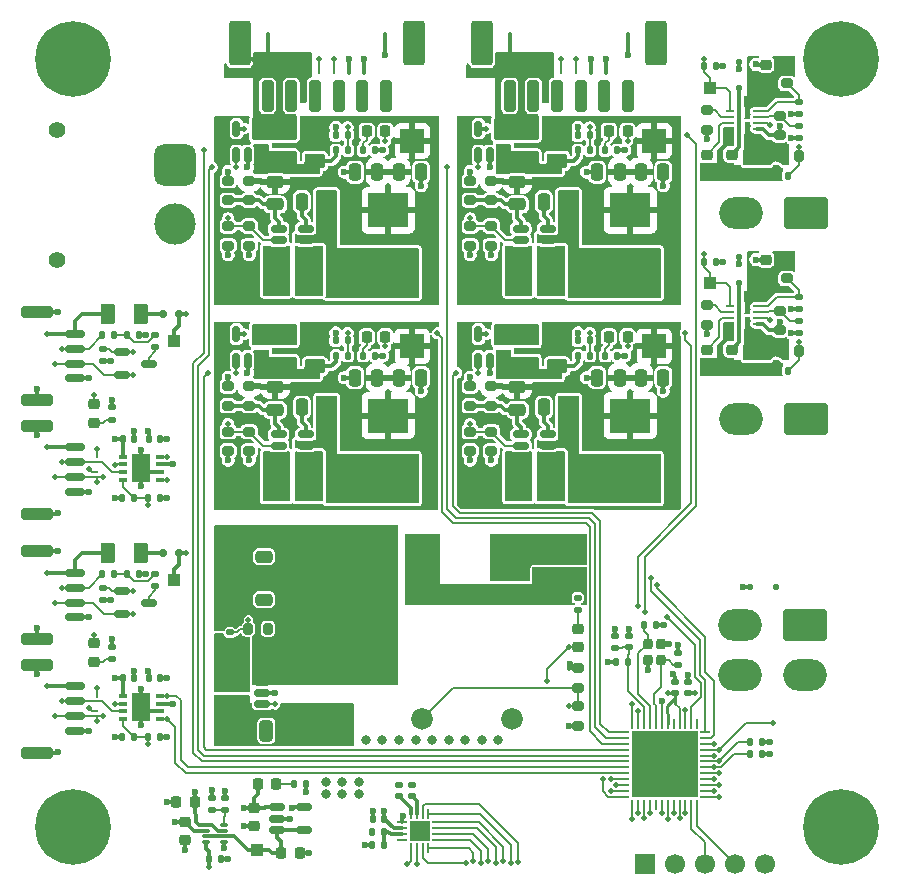
<source format=gbr>
%TF.GenerationSoftware,KiCad,Pcbnew,9.0.5*%
%TF.CreationDate,2025-12-29T18:05:56-08:00*%
%TF.ProjectId,vrb,7672622e-6b69-4636-9164-5f7063625858,rev?*%
%TF.SameCoordinates,Original*%
%TF.FileFunction,Copper,L1,Top*%
%TF.FilePolarity,Positive*%
%FSLAX46Y46*%
G04 Gerber Fmt 4.6, Leading zero omitted, Abs format (unit mm)*
G04 Created by KiCad (PCBNEW 9.0.5) date 2025-12-29 18:05:56*
%MOMM*%
%LPD*%
G01*
G04 APERTURE LIST*
G04 Aperture macros list*
%AMRoundRect*
0 Rectangle with rounded corners*
0 $1 Rounding radius*
0 $2 $3 $4 $5 $6 $7 $8 $9 X,Y pos of 4 corners*
0 Add a 4 corners polygon primitive as box body*
4,1,4,$2,$3,$4,$5,$6,$7,$8,$9,$2,$3,0*
0 Add four circle primitives for the rounded corners*
1,1,$1+$1,$2,$3*
1,1,$1+$1,$4,$5*
1,1,$1+$1,$6,$7*
1,1,$1+$1,$8,$9*
0 Add four rect primitives between the rounded corners*
20,1,$1+$1,$2,$3,$4,$5,0*
20,1,$1+$1,$4,$5,$6,$7,0*
20,1,$1+$1,$6,$7,$8,$9,0*
20,1,$1+$1,$8,$9,$2,$3,0*%
G04 Aperture macros list end*
%TA.AperFunction,SMDPad,CuDef*%
%ADD10RoundRect,0.140000X0.140000X0.170000X-0.140000X0.170000X-0.140000X-0.170000X0.140000X-0.170000X0*%
%TD*%
%TA.AperFunction,SMDPad,CuDef*%
%ADD11RoundRect,0.135000X0.135000X0.185000X-0.135000X0.185000X-0.135000X-0.185000X0.135000X-0.185000X0*%
%TD*%
%TA.AperFunction,SMDPad,CuDef*%
%ADD12RoundRect,0.140000X0.170000X-0.140000X0.170000X0.140000X-0.170000X0.140000X-0.170000X-0.140000X0*%
%TD*%
%TA.AperFunction,SMDPad,CuDef*%
%ADD13RoundRect,0.135000X-0.135000X-0.185000X0.135000X-0.185000X0.135000X0.185000X-0.135000X0.185000X0*%
%TD*%
%TA.AperFunction,HeatsinkPad*%
%ADD14R,1.680000X1.680000*%
%TD*%
%TA.AperFunction,SMDPad,CuDef*%
%ADD15RoundRect,0.062500X0.062500X0.355000X-0.062500X0.355000X-0.062500X-0.355000X0.062500X-0.355000X0*%
%TD*%
%TA.AperFunction,SMDPad,CuDef*%
%ADD16RoundRect,0.062500X0.355000X0.062500X-0.355000X0.062500X-0.355000X-0.062500X0.355000X-0.062500X0*%
%TD*%
%TA.AperFunction,SMDPad,CuDef*%
%ADD17RoundRect,0.218750X-0.218750X-0.256250X0.218750X-0.256250X0.218750X0.256250X-0.218750X0.256250X0*%
%TD*%
%TA.AperFunction,ComponentPad*%
%ADD18C,3.600000*%
%TD*%
%TA.AperFunction,ConnectorPad*%
%ADD19C,6.400000*%
%TD*%
%TA.AperFunction,SMDPad,CuDef*%
%ADD20RoundRect,0.250000X0.250000X1.100000X-0.250000X1.100000X-0.250000X-1.100000X0.250000X-1.100000X0*%
%TD*%
%TA.AperFunction,SMDPad,CuDef*%
%ADD21RoundRect,0.250000X0.650000X1.650000X-0.650000X1.650000X-0.650000X-1.650000X0.650000X-1.650000X0*%
%TD*%
%TA.AperFunction,SMDPad,CuDef*%
%ADD22RoundRect,0.150000X-0.150000X-0.200000X0.150000X-0.200000X0.150000X0.200000X-0.150000X0.200000X0*%
%TD*%
%TA.AperFunction,SMDPad,CuDef*%
%ADD23RoundRect,0.200000X-0.275000X0.200000X-0.275000X-0.200000X0.275000X-0.200000X0.275000X0.200000X0*%
%TD*%
%TA.AperFunction,SMDPad,CuDef*%
%ADD24RoundRect,0.250000X-0.475000X0.250000X-0.475000X-0.250000X0.475000X-0.250000X0.475000X0.250000X0*%
%TD*%
%TA.AperFunction,SMDPad,CuDef*%
%ADD25R,1.000000X1.000000*%
%TD*%
%TA.AperFunction,SMDPad,CuDef*%
%ADD26RoundRect,0.135000X0.185000X-0.135000X0.185000X0.135000X-0.185000X0.135000X-0.185000X-0.135000X0*%
%TD*%
%TA.AperFunction,SMDPad,CuDef*%
%ADD27RoundRect,0.125000X0.125000X-0.125000X0.125000X0.125000X-0.125000X0.125000X-0.125000X-0.125000X0*%
%TD*%
%TA.AperFunction,SMDPad,CuDef*%
%ADD28RoundRect,0.250000X0.625000X-0.312500X0.625000X0.312500X-0.625000X0.312500X-0.625000X-0.312500X0*%
%TD*%
%TA.AperFunction,SMDPad,CuDef*%
%ADD29RoundRect,0.150000X0.150000X-0.512500X0.150000X0.512500X-0.150000X0.512500X-0.150000X-0.512500X0*%
%TD*%
%TA.AperFunction,SMDPad,CuDef*%
%ADD30RoundRect,0.135000X-0.185000X0.135000X-0.185000X-0.135000X0.185000X-0.135000X0.185000X0.135000X0*%
%TD*%
%TA.AperFunction,SMDPad,CuDef*%
%ADD31RoundRect,0.200000X0.275000X-0.200000X0.275000X0.200000X-0.275000X0.200000X-0.275000X-0.200000X0*%
%TD*%
%TA.AperFunction,SMDPad,CuDef*%
%ADD32RoundRect,0.250000X-0.250000X-0.475000X0.250000X-0.475000X0.250000X0.475000X-0.250000X0.475000X0*%
%TD*%
%TA.AperFunction,SMDPad,CuDef*%
%ADD33RoundRect,0.250000X-0.325000X-0.650000X0.325000X-0.650000X0.325000X0.650000X-0.325000X0.650000X0*%
%TD*%
%TA.AperFunction,SMDPad,CuDef*%
%ADD34RoundRect,0.140000X-0.140000X-0.170000X0.140000X-0.170000X0.140000X0.170000X-0.140000X0.170000X0*%
%TD*%
%TA.AperFunction,SMDPad,CuDef*%
%ADD35RoundRect,0.200000X-0.200000X-0.275000X0.200000X-0.275000X0.200000X0.275000X-0.200000X0.275000X0*%
%TD*%
%TA.AperFunction,SMDPad,CuDef*%
%ADD36RoundRect,0.150000X-0.700000X0.150000X-0.700000X-0.150000X0.700000X-0.150000X0.700000X0.150000X0*%
%TD*%
%TA.AperFunction,SMDPad,CuDef*%
%ADD37RoundRect,0.250000X-1.100000X0.250000X-1.100000X-0.250000X1.100000X-0.250000X1.100000X0.250000X0*%
%TD*%
%TA.AperFunction,SMDPad,CuDef*%
%ADD38R,0.650000X0.350000*%
%TD*%
%TA.AperFunction,SMDPad,CuDef*%
%ADD39R,1.550000X2.400000*%
%TD*%
%TA.AperFunction,SMDPad,CuDef*%
%ADD40R,2.000000X2.000000*%
%TD*%
%TA.AperFunction,SMDPad,CuDef*%
%ADD41RoundRect,0.218750X-0.256250X0.218750X-0.256250X-0.218750X0.256250X-0.218750X0.256250X0.218750X0*%
%TD*%
%TA.AperFunction,SMDPad,CuDef*%
%ADD42RoundRect,0.150000X-0.512500X-0.150000X0.512500X-0.150000X0.512500X0.150000X-0.512500X0.150000X0*%
%TD*%
%TA.AperFunction,SMDPad,CuDef*%
%ADD43RoundRect,0.250000X0.250000X0.475000X-0.250000X0.475000X-0.250000X-0.475000X0.250000X-0.475000X0*%
%TD*%
%TA.AperFunction,SMDPad,CuDef*%
%ADD44R,0.280000X0.200000*%
%TD*%
%TA.AperFunction,SMDPad,CuDef*%
%ADD45RoundRect,0.225000X-0.250000X0.225000X-0.250000X-0.225000X0.250000X-0.225000X0.250000X0.225000X0*%
%TD*%
%TA.AperFunction,ComponentPad*%
%ADD46RoundRect,0.250001X-1.599999X1.099999X-1.599999X-1.099999X1.599999X-1.099999X1.599999X1.099999X0*%
%TD*%
%TA.AperFunction,ComponentPad*%
%ADD47O,3.700000X2.700000*%
%TD*%
%TA.AperFunction,SMDPad,CuDef*%
%ADD48RoundRect,0.250000X-0.625000X0.375000X-0.625000X-0.375000X0.625000X-0.375000X0.625000X0.375000X0*%
%TD*%
%TA.AperFunction,SMDPad,CuDef*%
%ADD49RoundRect,0.062500X-0.062500X0.375000X-0.062500X-0.375000X0.062500X-0.375000X0.062500X0.375000X0*%
%TD*%
%TA.AperFunction,SMDPad,CuDef*%
%ADD50RoundRect,0.062500X-0.375000X0.062500X-0.375000X-0.062500X0.375000X-0.062500X0.375000X0.062500X0*%
%TD*%
%TA.AperFunction,HeatsinkPad*%
%ADD51R,5.600000X5.600000*%
%TD*%
%TA.AperFunction,SMDPad,CuDef*%
%ADD52RoundRect,0.225000X0.250000X-0.225000X0.250000X0.225000X-0.250000X0.225000X-0.250000X-0.225000X0*%
%TD*%
%TA.AperFunction,SMDPad,CuDef*%
%ADD53RoundRect,0.125000X0.125000X0.125000X-0.125000X0.125000X-0.125000X-0.125000X0.125000X-0.125000X0*%
%TD*%
%TA.AperFunction,SMDPad,CuDef*%
%ADD54R,3.500000X2.950000*%
%TD*%
%TA.AperFunction,SMDPad,CuDef*%
%ADD55RoundRect,0.218750X0.218750X0.256250X-0.218750X0.256250X-0.218750X-0.256250X0.218750X-0.256250X0*%
%TD*%
%TA.AperFunction,SMDPad,CuDef*%
%ADD56RoundRect,0.218750X0.256250X-0.218750X0.256250X0.218750X-0.256250X0.218750X-0.256250X-0.218750X0*%
%TD*%
%TA.AperFunction,SMDPad,CuDef*%
%ADD57RoundRect,0.250000X-0.375000X-0.625000X0.375000X-0.625000X0.375000X0.625000X-0.375000X0.625000X0*%
%TD*%
%TA.AperFunction,SMDPad,CuDef*%
%ADD58RoundRect,0.050000X0.285000X0.100000X-0.285000X0.100000X-0.285000X-0.100000X0.285000X-0.100000X0*%
%TD*%
%TA.AperFunction,SMDPad,CuDef*%
%ADD59RoundRect,0.100000X0.100000X-0.425000X0.100000X0.425000X-0.100000X0.425000X-0.100000X-0.425000X0*%
%TD*%
%TA.AperFunction,SMDPad,CuDef*%
%ADD60RoundRect,0.050000X0.250000X-0.050000X0.250000X0.050000X-0.250000X0.050000X-0.250000X-0.050000X0*%
%TD*%
%TA.AperFunction,ComponentPad*%
%ADD61R,1.700000X1.700000*%
%TD*%
%TA.AperFunction,ComponentPad*%
%ADD62C,1.700000*%
%TD*%
%TA.AperFunction,SMDPad,CuDef*%
%ADD63RoundRect,0.225000X0.225000X0.250000X-0.225000X0.250000X-0.225000X-0.250000X0.225000X-0.250000X0*%
%TD*%
%TA.AperFunction,SMDPad,CuDef*%
%ADD64RoundRect,0.200000X0.200000X-0.250000X0.200000X0.250000X-0.200000X0.250000X-0.200000X-0.250000X0*%
%TD*%
%TA.AperFunction,SMDPad,CuDef*%
%ADD65RoundRect,0.150000X0.512500X0.150000X-0.512500X0.150000X-0.512500X-0.150000X0.512500X-0.150000X0*%
%TD*%
%TA.AperFunction,ComponentPad*%
%ADD66R,1.830000X1.830000*%
%TD*%
%TA.AperFunction,ComponentPad*%
%ADD67C,1.830000*%
%TD*%
%TA.AperFunction,ComponentPad*%
%ADD68C,2.655000*%
%TD*%
%TA.AperFunction,SMDPad,CuDef*%
%ADD69RoundRect,0.225000X-0.225000X-0.250000X0.225000X-0.250000X0.225000X0.250000X-0.225000X0.250000X0*%
%TD*%
%TA.AperFunction,SMDPad,CuDef*%
%ADD70RoundRect,0.250000X0.312500X0.625000X-0.312500X0.625000X-0.312500X-0.625000X0.312500X-0.625000X0*%
%TD*%
%TA.AperFunction,ComponentPad*%
%ADD71C,1.400000*%
%TD*%
%TA.AperFunction,ComponentPad*%
%ADD72RoundRect,0.770000X0.980000X-0.980000X0.980000X0.980000X-0.980000X0.980000X-0.980000X-0.980000X0*%
%TD*%
%TA.AperFunction,ComponentPad*%
%ADD73C,3.500000*%
%TD*%
%TA.AperFunction,ViaPad*%
%ADD74C,0.800000*%
%TD*%
%TA.AperFunction,ViaPad*%
%ADD75C,0.600000*%
%TD*%
%TA.AperFunction,ViaPad*%
%ADD76C,0.500000*%
%TD*%
%TA.AperFunction,Conductor*%
%ADD77C,0.300000*%
%TD*%
%TA.AperFunction,Conductor*%
%ADD78C,0.150000*%
%TD*%
%TA.AperFunction,Conductor*%
%ADD79C,0.350000*%
%TD*%
%TA.AperFunction,Conductor*%
%ADD80C,0.200000*%
%TD*%
%TA.AperFunction,Conductor*%
%ADD81C,0.250000*%
%TD*%
G04 APERTURE END LIST*
D10*
%TO.P,C44,2*%
%TO.N,GND*%
X103385000Y-129300000D03*
%TO.P,C44,1*%
%TO.N,+3V3*%
X104345000Y-129300000D03*
%TD*%
D11*
%TO.P,R75,2*%
%TO.N,GND*%
X103345000Y-131500000D03*
%TO.P,R75,1*%
%TO.N,Net-(U17-ADDR)*%
X104365000Y-131500000D03*
%TD*%
D12*
%TO.P,C46,2*%
%TO.N,GND*%
X106685000Y-126400000D03*
%TO.P,C46,1*%
%TO.N,+3V3*%
X106685000Y-127360000D03*
%TD*%
D13*
%TO.P,R73,2*%
%TO.N,Net-(U17-ADDR)*%
X104365000Y-130400000D03*
%TO.P,R73,1*%
%TO.N,Net-(U17-DECAP)*%
X103345000Y-130400000D03*
%TD*%
D14*
%TO.P,U17,17,GND*%
%TO.N,GND*%
X107342500Y-130350000D03*
D15*
%TO.P,U17,16,AIN1*%
%TO.N,/IESC2*%
X108092500Y-131807500D03*
%TO.P,U17,15,AIN0*%
%TO.N,/IESC1*%
X107592500Y-131807500D03*
%TO.P,U17,14,SDA*%
%TO.N,/I2C3_SDA_SMBUS*%
X107092500Y-131807500D03*
%TO.P,U17,13,SCL*%
%TO.N,/I2C3_SCL_SMBUS*%
X106592500Y-131807500D03*
D16*
%TO.P,U17,12,NC*%
%TO.N,unconnected-(U17-NC-Pad12)*%
X105885000Y-131100000D03*
%TO.P,U17,11,ADDR*%
%TO.N,Net-(U17-ADDR)*%
X105885000Y-130600000D03*
%TO.P,U17,10,DVDD*%
%TO.N,+3V3*%
X105885000Y-130100000D03*
%TO.P,U17,9,GND*%
%TO.N,GND*%
X105885000Y-129600000D03*
D15*
%TO.P,U17,8,DECAP*%
%TO.N,Net-(U17-DECAP)*%
X106592500Y-128892500D03*
%TO.P,U17,7,AVDD*%
%TO.N,+3V3*%
X107092500Y-128892500D03*
%TO.P,U17,6,AIN7*%
%TO.N,/RESV2*%
X107592500Y-128892500D03*
%TO.P,U17,5,AIN6*%
%TO.N,/RESV1*%
X108092500Y-128892500D03*
D16*
%TO.P,U17,4,AIN5*%
%TO.N,/RESV0*%
X108800000Y-129600000D03*
%TO.P,U17,3,AIN4*%
%TO.N,/IPAYLOAD*%
X108800000Y-130100000D03*
%TO.P,U17,2,AIN3*%
%TO.N,/IESC4*%
X108800000Y-130600000D03*
%TO.P,U17,1,AIN2*%
%TO.N,/IESC3*%
X108800000Y-131100000D03*
%TD*%
D12*
%TO.P,C42,2*%
%TO.N,GND*%
X105585000Y-126400000D03*
%TO.P,C42,1*%
%TO.N,Net-(U17-DECAP)*%
X105585000Y-127360000D03*
%TD*%
D17*
%TO.P,D4,1,K*%
%TO.N,Net-(D4-K)*%
X102875000Y-71100000D03*
%TO.P,D4,2,A*%
%TO.N,/FMU1_STATUS*%
X104450000Y-71100000D03*
%TD*%
D18*
%TO.P,H3,1,1*%
%TO.N,GND*%
X143000000Y-130000000D03*
D19*
X143000000Y-130000000D03*
%TD*%
D20*
%TO.P,J6,1,Pin_1*%
%TO.N,/FMU2_VOUT*%
X124975000Y-68100000D03*
%TO.P,J6,2,Pin_2*%
X122975000Y-68100000D03*
%TO.P,J6,3,Pin_3*%
%TO.N,/I2C3_SCL_SMBUS*%
X120975000Y-68100000D03*
%TO.P,J6,4,Pin_4*%
%TO.N,/I2C3_SDA_SMBUS*%
X118975000Y-68100000D03*
%TO.P,J6,5,Pin_5*%
%TO.N,GND*%
X116975000Y-68100000D03*
%TO.P,J6,6,Pin_6*%
X114975000Y-68100000D03*
D21*
%TO.P,J6,MP,MountPin*%
X127325000Y-63650000D03*
X112625000Y-63650000D03*
%TD*%
D22*
%TO.P,D19,1,K*%
%TO.N,VBUS1*%
X86986842Y-86542000D03*
%TO.P,D19,2,A*%
%TO.N,Net-(D19-A)*%
X85586842Y-86542000D03*
%TD*%
D23*
%TO.P,R64,1*%
%TO.N,/FMU2_VOUT*%
X138450000Y-65392500D03*
%TO.P,R64,2*%
%TO.N,Net-(U15-PR1)*%
X138450000Y-67042500D03*
%TD*%
D11*
%TO.P,R56,1*%
%TO.N,+3V3*%
X132460000Y-82120000D03*
%TO.P,R56,2*%
%TO.N,/TELEM_STATUS*%
X131440000Y-82120000D03*
%TD*%
D24*
%TO.P,C6,1*%
%TO.N,Net-(C6-Pad1)*%
X95125000Y-75380000D03*
%TO.P,C6,2*%
%TO.N,Net-(U3-FB)*%
X95125000Y-77280000D03*
%TD*%
D25*
%TO.P,TP5,1,1*%
%TO.N,VBUS2*%
X86581842Y-109070000D03*
%TD*%
D26*
%TO.P,R50,1*%
%TO.N,Net-(D11-K)*%
X120750000Y-111610000D03*
%TO.P,R50,2*%
%TO.N,GND*%
X120750000Y-110590000D03*
%TD*%
D13*
%TO.P,R24,1*%
%TO.N,/Radio Domain/ISENSE+*%
X120755000Y-90100000D03*
%TO.P,R24,2*%
%TO.N,/RADIO_VSENSE*%
X121775000Y-90100000D03*
%TD*%
D27*
%TO.P,D13,1,K*%
%TO.N,/RC Radio/VOUT*%
X134400000Y-67437500D03*
%TO.P,D13,2,A*%
%TO.N,GND*%
X134400000Y-65237500D03*
%TD*%
D13*
%TO.P,R16,1*%
%TO.N,/FMU 2 Domain/ISENSE+*%
X120755000Y-72700000D03*
%TO.P,R16,2*%
%TO.N,/FMU2_VSENSE*%
X121775000Y-72700000D03*
%TD*%
D28*
%TO.P,R23,1*%
%TO.N,/Radio Domain/ISENSE+*%
X116475000Y-91062500D03*
%TO.P,R23,2*%
%TO.N,/RADIO_VOUT*%
X116475000Y-88137500D03*
%TD*%
D12*
%TO.P,C39,1*%
%TO.N,Net-(U1-VBAT)*%
X130100000Y-118660000D03*
%TO.P,C39,2*%
%TO.N,GND*%
X130100000Y-117700000D03*
%TD*%
D29*
%TO.P,U4,1*%
%TO.N,/FMU1_ISENSE*%
X91825000Y-73137500D03*
%TO.P,U4,2,GND*%
%TO.N,GND*%
X92775000Y-73137500D03*
%TO.P,U4,3,+*%
%TO.N,/FMU 1 Domain/ISENSE+*%
X93725000Y-73137500D03*
%TO.P,U4,4,-*%
%TO.N,/FMU1_VOUT*%
X93725000Y-70862500D03*
%TO.P,U4,5,V+*%
%TO.N,+BATT*%
X91825000Y-70862500D03*
%TD*%
D27*
%TO.P,D12,1,K*%
%TO.N,/Telemetry Radio/VOUT*%
X134400000Y-83950000D03*
%TO.P,D12,2,A*%
%TO.N,GND*%
X134400000Y-81750000D03*
%TD*%
D30*
%TO.P,R74,1*%
%TO.N,VBUS1*%
X90885000Y-127535000D03*
%TO.P,R74,2*%
%TO.N,Net-(U18-PR1)*%
X90885000Y-128555000D03*
%TD*%
D20*
%TO.P,J5,1,Pin_1*%
%TO.N,/FMU1_VOUT*%
X104475000Y-68100000D03*
%TO.P,J5,2,Pin_2*%
X102475000Y-68100000D03*
%TO.P,J5,3,Pin_3*%
%TO.N,/I2C3_SCL_SMBUS*%
X100475000Y-68100000D03*
%TO.P,J5,4,Pin_4*%
%TO.N,/I2C3_SDA_SMBUS*%
X98475000Y-68100000D03*
%TO.P,J5,5,Pin_5*%
%TO.N,GND*%
X96475000Y-68100000D03*
%TO.P,J5,6,Pin_6*%
X94475000Y-68100000D03*
D21*
%TO.P,J5,MP,MountPin*%
X106825000Y-63650000D03*
X92125000Y-63650000D03*
%TD*%
D31*
%TO.P,R10,1*%
%TO.N,Net-(U3-FB)*%
X91125000Y-76935000D03*
%TO.P,R10,2*%
%TO.N,GND*%
X91125000Y-75285000D03*
%TD*%
D32*
%TO.P,C7,1*%
%TO.N,Net-(C6-Pad1)*%
X105575000Y-74550000D03*
%TO.P,C7,2*%
%TO.N,GND*%
X107475000Y-74550000D03*
%TD*%
D23*
%TO.P,R55,1*%
%TO.N,Net-(U14-ILIM)*%
X131650000Y-85825000D03*
%TO.P,R55,2*%
%TO.N,GND*%
X131650000Y-87475000D03*
%TD*%
D33*
%TO.P,C27,1*%
%TO.N,+BATT*%
X91406474Y-121850000D03*
%TO.P,C27,2*%
%TO.N,GND*%
X94356474Y-121850000D03*
%TD*%
D17*
%TO.P,D6,1,K*%
%TO.N,Net-(D6-K)*%
X123375000Y-88500000D03*
%TO.P,D6,2,A*%
%TO.N,/RADIO_STATUS*%
X124950000Y-88500000D03*
%TD*%
D12*
%TO.P,C57,1*%
%TO.N,/nRST*%
X125050000Y-114780000D03*
%TO.P,C57,2*%
%TO.N,GND*%
X125050000Y-113820000D03*
%TD*%
D34*
%TO.P,C25,1*%
%TO.N,+3V3*%
X82212500Y-97156000D03*
%TO.P,C25,2*%
%TO.N,GND*%
X83172500Y-97156000D03*
%TD*%
D35*
%TO.P,R48,1*%
%TO.N,/CM_VSENSE*%
X92850000Y-113200000D03*
%TO.P,R48,2*%
%TO.N,GND*%
X94500000Y-113200000D03*
%TD*%
D31*
%TO.P,R21,1*%
%TO.N,+3V3*%
X113425000Y-80775000D03*
%TO.P,R21,2*%
%TO.N,/FMU2_EN*%
X113425000Y-79125000D03*
%TD*%
D36*
%TO.P,J9,1,Pin_1*%
%TO.N,/CANFD 1 (Primary)/VIN*%
X78180000Y-97856000D03*
%TO.P,J9,2,Pin_2*%
%TO.N,/CANFD 1 (Primary)/FDCAN_P*%
X78180000Y-99106000D03*
%TO.P,J9,3,Pin_3*%
%TO.N,/CANFD 1 (Primary)/FDCAN_N*%
X78180000Y-100356000D03*
%TO.P,J9,4,Pin_4*%
%TO.N,GND*%
X78180000Y-101606000D03*
D37*
%TO.P,J9,MP,MountPin*%
X74980000Y-96006000D03*
X74980000Y-103456000D03*
%TD*%
D31*
%TO.P,R34,1*%
%TO.N,Net-(U9-FB)*%
X91125000Y-94335000D03*
%TO.P,R34,2*%
%TO.N,GND*%
X91125000Y-92685000D03*
%TD*%
D11*
%TO.P,R47,1*%
%TO.N,+3V3*%
X136310000Y-123800000D03*
%TO.P,R47,2*%
%TO.N,/I2C3_SCL_SMBUS*%
X135290000Y-123800000D03*
%TD*%
D12*
%TO.P,C38,1*%
%TO.N,Net-(U1-VBAT)*%
X129000000Y-118660000D03*
%TO.P,C38,2*%
%TO.N,GND*%
X129000000Y-117700000D03*
%TD*%
D38*
%TO.P,U2,1,TXD*%
%TO.N,/FDCAN2_TX*%
X85342500Y-120850000D03*
%TO.P,U2,2,GND*%
%TO.N,GND*%
X85342500Y-120200000D03*
%TO.P,U2,3,VCC*%
%TO.N,+5V*%
X85342500Y-119550000D03*
%TO.P,U2,4,RXD*%
%TO.N,/FDCAN2_RX*%
X85342500Y-118900000D03*
%TO.P,U2,5,VIO*%
%TO.N,+3V3*%
X82242500Y-118900000D03*
%TO.P,U2,6,CANL*%
%TO.N,/CANFD 2 (Redundant)/FDCAN_N*%
X82242500Y-119550000D03*
%TO.P,U2,7,CANH*%
%TO.N,/CANFD 2 (Redundant)/FDCAN_P*%
X82242500Y-120200000D03*
%TO.P,U2,8,S*%
%TO.N,/CAN2_SILENT*%
X82242500Y-120850000D03*
D39*
%TO.P,U2,9,GND*%
%TO.N,GND*%
X83792500Y-119875000D03*
%TD*%
D40*
%TO.P,TP2,1,1*%
%TO.N,Net-(C11-Pad1)*%
X127225000Y-71900000D03*
%TD*%
D30*
%TO.P,R67,1*%
%TO.N,Net-(U15-PR1)*%
X139450000Y-68612500D03*
%TO.P,R67,2*%
%TO.N,GND*%
X139450000Y-69632500D03*
%TD*%
%TO.P,R53,1*%
%TO.N,Net-(U14-PR1)*%
X139450000Y-85125000D03*
%TO.P,R53,2*%
%TO.N,GND*%
X139450000Y-86145000D03*
%TD*%
D32*
%TO.P,C14,1*%
%TO.N,Net-(U7-CB)*%
X117875000Y-94450000D03*
%TO.P,C14,2*%
%TO.N,Net-(U7-SW)*%
X119775000Y-94450000D03*
%TD*%
D24*
%TO.P,C21,1*%
%TO.N,Net-(C21-Pad1)*%
X95125000Y-92780000D03*
%TO.P,C21,2*%
%TO.N,Net-(U9-FB)*%
X95125000Y-94680000D03*
%TD*%
D29*
%TO.P,U8,1*%
%TO.N,/RADIO_ISENSE*%
X112325000Y-90537500D03*
%TO.P,U8,2,GND*%
%TO.N,GND*%
X113275000Y-90537500D03*
%TO.P,U8,3,+*%
%TO.N,/Radio Domain/ISENSE+*%
X114225000Y-90537500D03*
%TO.P,U8,4,-*%
%TO.N,/RADIO_VOUT*%
X114225000Y-88262500D03*
%TO.P,U8,5,V+*%
%TO.N,+BATT*%
X112325000Y-88262500D03*
%TD*%
D41*
%TO.P,D11,1,K*%
%TO.N,Net-(D11-K)*%
X120751474Y-113212500D03*
%TO.P,D11,2,A*%
%TO.N,/CM_STATUS*%
X120751474Y-114787500D03*
%TD*%
D33*
%TO.P,C15,1*%
%TO.N,+BATT*%
X115575000Y-101200000D03*
%TO.P,C15,2*%
%TO.N,GND*%
X118525000Y-101200000D03*
%TD*%
D42*
%TO.P,U3,1,FB*%
%TO.N,Net-(U3-FB)*%
X95412500Y-79350000D03*
%TO.P,U3,2,EN*%
%TO.N,/FMU1_EN*%
X95412500Y-80300000D03*
%TO.P,U3,3,VIN*%
%TO.N,+BATT*%
X95412500Y-81250000D03*
%TO.P,U3,4,GND*%
%TO.N,GND*%
X97687500Y-81250000D03*
%TO.P,U3,5,SW*%
%TO.N,Net-(U3-SW)*%
X97687500Y-80300000D03*
%TO.P,U3,6,CB*%
%TO.N,Net-(U3-CB)*%
X97687500Y-79350000D03*
%TD*%
D26*
%TO.P,R49,1*%
%TO.N,Net-(D10-K)*%
X81280000Y-95498500D03*
%TO.P,R49,2*%
%TO.N,GND*%
X81280000Y-94478500D03*
%TD*%
D34*
%TO.P,C1,1*%
%TO.N,Net-(C1-Pad1)*%
X82600000Y-108600000D03*
%TO.P,C1,2*%
%TO.N,GND*%
X83560000Y-108600000D03*
%TD*%
D11*
%TO.P,R61,1*%
%TO.N,+3V3*%
X132460000Y-65607500D03*
%TO.P,R61,2*%
%TO.N,/RC_STATUS*%
X131440000Y-65607500D03*
%TD*%
D23*
%TO.P,R54,1*%
%TO.N,/RADIO_VOUT*%
X138450000Y-81905000D03*
%TO.P,R54,2*%
%TO.N,Net-(U14-PR1)*%
X138450000Y-83555000D03*
%TD*%
D26*
%TO.P,R6,1*%
%TO.N,Net-(D3-K)*%
X81280000Y-115742500D03*
%TO.P,R6,2*%
%TO.N,GND*%
X81280000Y-114722500D03*
%TD*%
D43*
%TO.P,C18,1*%
%TO.N,Net-(C16-Pad1)*%
X124275000Y-91950000D03*
%TO.P,C18,2*%
%TO.N,GND*%
X122375000Y-91950000D03*
%TD*%
D30*
%TO.P,R4,1*%
%TO.N,/CAN2_TERM*%
X80520000Y-109780000D03*
%TO.P,R4,2*%
%TO.N,GND*%
X80520000Y-110800000D03*
%TD*%
D31*
%TO.P,R58,1*%
%TO.N,/RADIO_VOUT*%
X137850000Y-87935000D03*
%TO.P,R58,2*%
%TO.N,/Telemetry Radio/OV1*%
X137850000Y-86285000D03*
%TD*%
D34*
%TO.P,C2,1*%
%TO.N,+3V3*%
X82212500Y-117400000D03*
%TO.P,C2,2*%
%TO.N,GND*%
X83172500Y-117400000D03*
%TD*%
D44*
%TO.P,D9,1,A1*%
%TO.N,GND*%
X79986842Y-99956000D03*
%TO.P,D9,2,A2*%
%TO.N,/CANFD 1 (Primary)/FDCAN_N*%
X79986842Y-100356000D03*
%TD*%
D31*
%TO.P,R29,1*%
%TO.N,+3V3*%
X113425000Y-98175000D03*
%TO.P,R29,2*%
%TO.N,/RADIO_EN*%
X113425000Y-96525000D03*
%TD*%
%TO.P,R18,1*%
%TO.N,Net-(U5-FB)*%
X111625000Y-76935000D03*
%TO.P,R18,2*%
%TO.N,GND*%
X111625000Y-75285000D03*
%TD*%
D45*
%TO.P,C45,1*%
%TO.N,VBUS2*%
X87485000Y-129570000D03*
%TO.P,C45,2*%
%TO.N,GND*%
X87485000Y-131120000D03*
%TD*%
D11*
%TO.P,R60,1*%
%TO.N,/Telemetry Radio/OV2*%
X138560000Y-91360000D03*
%TO.P,R60,2*%
%TO.N,GND*%
X137540000Y-91360000D03*
%TD*%
D42*
%TO.P,U7,1,FB*%
%TO.N,Net-(U7-FB)*%
X115912500Y-96750000D03*
%TO.P,U7,2,EN*%
%TO.N,/RADIO_EN*%
X115912500Y-97700000D03*
%TO.P,U7,3,VIN*%
%TO.N,+BATT*%
X115912500Y-98650000D03*
%TO.P,U7,4,GND*%
%TO.N,GND*%
X118187500Y-98650000D03*
%TO.P,U7,5,SW*%
%TO.N,Net-(U7-SW)*%
X118187500Y-97700000D03*
%TO.P,U7,6,CB*%
%TO.N,Net-(U7-CB)*%
X118187500Y-96750000D03*
%TD*%
D46*
%TO.P,J4,1,Pin_1*%
%TO.N,GND*%
X140050000Y-78000000D03*
D47*
%TO.P,J4,2,Pin_2*%
%TO.N,/RC Radio/VOUT*%
X134550000Y-78000000D03*
%TD*%
D48*
%TO.P,F5,1*%
%TO.N,Net-(C21-Pad1)*%
X98475000Y-88200000D03*
%TO.P,F5,2*%
%TO.N,/Radar Domain/ISENSE+*%
X98475000Y-91000000D03*
%TD*%
D25*
%TO.P,TP6,1,1*%
%TO.N,/TELEM_STATUS*%
X131950000Y-83950000D03*
%TD*%
%TO.P,TP7,1,1*%
%TO.N,/RC_STATUS*%
X131950000Y-67437500D03*
%TD*%
D46*
%TO.P,J10,1,Pin_1*%
%TO.N,/CM_VOUT*%
X140000000Y-112900000D03*
D47*
%TO.P,J10,2,Pin_2*%
X140000000Y-117100000D03*
%TO.P,J10,3,Pin_3*%
%TO.N,GND*%
X134500000Y-112900000D03*
%TO.P,J10,4,Pin_4*%
X134500000Y-117100000D03*
%TD*%
D32*
%TO.P,C17,1*%
%TO.N,Net-(C16-Pad1)*%
X126075000Y-91950000D03*
%TO.P,C17,2*%
%TO.N,GND*%
X127975000Y-91950000D03*
%TD*%
D24*
%TO.P,C29,1*%
%TO.N,/Compute Module Domain/ISENSE+*%
X94175000Y-108850000D03*
%TO.P,C29,2*%
%TO.N,GND*%
X94175000Y-110750000D03*
%TD*%
%TO.P,C11,1*%
%TO.N,Net-(C11-Pad1)*%
X115625000Y-75380000D03*
%TO.P,C11,2*%
%TO.N,Net-(U5-FB)*%
X115625000Y-77280000D03*
%TD*%
D45*
%TO.P,C34,1*%
%TO.N,/RADIO_VOUT*%
X135720000Y-73062500D03*
%TO.P,C34,2*%
%TO.N,GND*%
X135720000Y-74612500D03*
%TD*%
D23*
%TO.P,R14,1*%
%TO.N,/FMU1_EN*%
X91125000Y-79125000D03*
%TO.P,R14,2*%
%TO.N,GND*%
X91125000Y-80775000D03*
%TD*%
D31*
%TO.P,R13,1*%
%TO.N,+3V3*%
X92925000Y-80775000D03*
%TO.P,R13,2*%
%TO.N,/FMU1_EN*%
X92925000Y-79125000D03*
%TD*%
D24*
%TO.P,C16,1*%
%TO.N,Net-(C16-Pad1)*%
X115625000Y-92780000D03*
%TO.P,C16,2*%
%TO.N,Net-(U7-FB)*%
X115625000Y-94680000D03*
%TD*%
D31*
%TO.P,R51,1*%
%TO.N,+3V3*%
X120751474Y-121425000D03*
%TO.P,R51,2*%
%TO.N,/CM_EN*%
X120751474Y-119775000D03*
%TD*%
D32*
%TO.P,C9,1*%
%TO.N,Net-(U5-CB)*%
X117875000Y-77050000D03*
%TO.P,C9,2*%
%TO.N,Net-(U5-SW)*%
X119775000Y-77050000D03*
%TD*%
D42*
%TO.P,Q1,1,G*%
%TO.N,/CAN2_TERM*%
X82142500Y-110050000D03*
%TO.P,Q1,2,S*%
%TO.N,/CANFD 2 (Redundant)/FDCAN_N*%
X82142500Y-111950000D03*
%TO.P,Q1,3,D*%
%TO.N,Net-(Q1-D)*%
X84417500Y-111000000D03*
%TD*%
D23*
%TO.P,R9,1*%
%TO.N,Net-(C6-Pad1)*%
X92925000Y-75285000D03*
%TO.P,R9,2*%
%TO.N,Net-(U3-FB)*%
X92925000Y-76935000D03*
%TD*%
D49*
%TO.P,U1,1,PC13*%
%TO.N,unconnected-(U1-PC13-Pad1)*%
X130850000Y-121262500D03*
%TO.P,U1,2,PC14*%
%TO.N,/RADAR_STATUS*%
X130350000Y-121262500D03*
%TO.P,U1,3,PC15*%
%TO.N,/RADIO_STATUS*%
X129850000Y-121262500D03*
%TO.P,U1,4,VBAT*%
%TO.N,Net-(U1-VBAT)*%
X129350000Y-121262500D03*
%TO.P,U1,5,VREF+*%
%TO.N,unconnected-(U1-VREF+-Pad5)*%
X128850000Y-121262500D03*
%TO.P,U1,6,VDD*%
%TO.N,Net-(U1-VBAT)*%
X128350000Y-121262500D03*
%TO.P,U1,7,VSS*%
%TO.N,GND*%
X127850000Y-121262500D03*
%TO.P,U1,8,PF0*%
%TO.N,/XIN*%
X127350000Y-121262500D03*
%TO.P,U1,9,PF1*%
%TO.N,/XOUT*%
X126850000Y-121262500D03*
%TO.P,U1,10,PF2*%
%TO.N,/nRST*%
X126350000Y-121262500D03*
%TO.P,U1,11,PA0*%
%TO.N,/FMU2_VSENSE*%
X125850000Y-121262500D03*
%TO.P,U1,12,PA1*%
%TO.N,/RADIO_VSENSE*%
X125350000Y-121262500D03*
D50*
%TO.P,U1,13,PA2*%
%TO.N,/RADIO_ISENSE*%
X124662500Y-121950000D03*
%TO.P,U1,14,PA3*%
%TO.N,/FMU2_ISENSE*%
X124662500Y-122450000D03*
%TO.P,U1,15,PA4*%
%TO.N,/RADAR_VSENSE*%
X124662500Y-122950000D03*
%TO.P,U1,16,PA5*%
%TO.N,/RADAR_ISENSE*%
X124662500Y-123450000D03*
%TO.P,U1,17,PA6*%
%TO.N,/FMU1_ISENSE*%
X124662500Y-123950000D03*
%TO.P,U1,18,PA7*%
%TO.N,/FMU1_VSENSE*%
X124662500Y-124450000D03*
%TO.P,U1,19,PB0*%
%TO.N,/FDCAN2_RX*%
X124662500Y-124950000D03*
%TO.P,U1,20,PB1*%
%TO.N,/FDCAN2_TX*%
X124662500Y-125450000D03*
%TO.P,U1,21,PB2*%
%TO.N,/CM_EN*%
X124662500Y-125950000D03*
%TO.P,U1,22,PB10*%
%TO.N,/CM_ISENSE*%
X124662500Y-126450000D03*
%TO.P,U1,23,PB11*%
%TO.N,/CM_VSENSE*%
X124662500Y-126950000D03*
%TO.P,U1,24,PB12*%
%TO.N,/CM_STATUS*%
X124662500Y-127450000D03*
D49*
%TO.P,U1,25,PB13*%
%TO.N,/CAN1_SILENT*%
X125350000Y-128137500D03*
%TO.P,U1,26,PB14*%
%TO.N,/CAN1_STATUS*%
X125850000Y-128137500D03*
%TO.P,U1,27,PB15*%
%TO.N,/CAN1_TERM*%
X126350000Y-128137500D03*
%TO.P,U1,28,PA8*%
%TO.N,/RADAR_EN*%
X126850000Y-128137500D03*
%TO.P,U1,29,PA9/UCPD1_DBCC1*%
%TO.N,unconnected-(U1-PA9{slash}UCPD1_DBCC1-Pad29)*%
X127350000Y-128137500D03*
%TO.P,U1,30,PC6*%
%TO.N,/RADIO_EN*%
X127850000Y-128137500D03*
%TO.P,U1,31,PC7*%
%TO.N,/FMU1_EN*%
X128350000Y-128137500D03*
%TO.P,U1,32,PA10/UCPD1_DBCC2*%
%TO.N,/FMU1_STATUS*%
X128850000Y-128137500D03*
%TO.P,U1,33,PA9/PA11*%
%TO.N,/FMU2_EN*%
X129350000Y-128137500D03*
%TO.P,U1,34,PA10/PA12*%
%TO.N,/FMU2_STATUS*%
X129850000Y-128137500D03*
%TO.P,U1,35,PA13*%
%TO.N,/SWDIO*%
X130350000Y-128137500D03*
%TO.P,U1,36,PA14*%
%TO.N,/SWCLK*%
X130850000Y-128137500D03*
D50*
%TO.P,U1,37,PA15*%
%TO.N,/CAN2_SILENT*%
X131537500Y-127450000D03*
%TO.P,U1,38,PD0*%
%TO.N,unconnected-(U1-PD0-Pad38)*%
X131537500Y-126950000D03*
%TO.P,U1,39,PD1*%
%TO.N,/REG_STATUS*%
X131537500Y-126450000D03*
%TO.P,U1,40,PD2*%
%TO.N,/TELEM_STATUS*%
X131537500Y-125950000D03*
%TO.P,U1,41,PD3*%
%TO.N,/RC_STATUS*%
X131537500Y-125450000D03*
%TO.P,U1,42,PB3*%
%TO.N,/I2C3_SCL_SMBUS*%
X131537500Y-124950000D03*
%TO.P,U1,43,PB4*%
%TO.N,/I2C3_SDA_SMBUS*%
X131537500Y-124450000D03*
%TO.P,U1,44,PB5*%
%TO.N,/CAN2_STATUS*%
X131537500Y-123950000D03*
%TO.P,U1,45,PB6*%
%TO.N,/USART1_TX_DEBUG*%
X131537500Y-123450000D03*
%TO.P,U1,46,PB7*%
%TO.N,/CAN2_TERM*%
X131537500Y-122950000D03*
%TO.P,U1,47,PB8*%
%TO.N,/FDCAN1_RX*%
X131537500Y-122450000D03*
%TO.P,U1,48,PB9*%
%TO.N,/FDCAN1_TX*%
X131537500Y-121950000D03*
D51*
%TO.P,U1,49,VSS*%
%TO.N,GND*%
X128100000Y-124700000D03*
%TD*%
D23*
%TO.P,R33,1*%
%TO.N,Net-(C21-Pad1)*%
X92925000Y-92685000D03*
%TO.P,R33,2*%
%TO.N,Net-(U9-FB)*%
X92925000Y-94335000D03*
%TD*%
D45*
%TO.P,C36,1*%
%TO.N,/RC Radio/VOUT*%
X133780000Y-73062500D03*
%TO.P,C36,2*%
%TO.N,GND*%
X133780000Y-74612500D03*
%TD*%
D44*
%TO.P,D1,1,A1*%
%TO.N,GND*%
X79986842Y-118950000D03*
%TO.P,D1,2,A2*%
%TO.N,/CANFD 2 (Redundant)/FDCAN_P*%
X79986842Y-119350000D03*
%TD*%
D23*
%TO.P,R30,1*%
%TO.N,/RADIO_EN*%
X111625000Y-96525000D03*
%TO.P,R30,2*%
%TO.N,GND*%
X111625000Y-98175000D03*
%TD*%
D52*
%TO.P,C30,1*%
%TO.N,/RADIO_VOUT*%
X136650000Y-83505000D03*
%TO.P,C30,2*%
%TO.N,GND*%
X136650000Y-81955000D03*
%TD*%
D23*
%TO.P,R17,1*%
%TO.N,Net-(C11-Pad1)*%
X113425000Y-75285000D03*
%TO.P,R17,2*%
%TO.N,Net-(U5-FB)*%
X113425000Y-76935000D03*
%TD*%
D35*
%TO.P,R59,1*%
%TO.N,/RADAR_VOUT*%
X137775000Y-89735000D03*
%TO.P,R59,2*%
%TO.N,/Telemetry Radio/OV2*%
X139425000Y-89735000D03*
%TD*%
D31*
%TO.P,R62,1*%
%TO.N,/FMU2_VOUT*%
X137850000Y-71422500D03*
%TO.P,R62,2*%
%TO.N,/RC Radio/OV1*%
X137850000Y-69772500D03*
%TD*%
D13*
%TO.P,R70,1*%
%TO.N,Net-(D18-K)*%
X96740000Y-126370000D03*
%TO.P,R70,2*%
%TO.N,GND*%
X97760000Y-126370000D03*
%TD*%
D25*
%TO.P,TP9,1,1*%
%TO.N,+5V*%
X93600000Y-131930000D03*
%TD*%
D30*
%TO.P,R44,1*%
%TO.N,/Compute Module Domain/ISENSE+*%
X91300000Y-112490000D03*
%TO.P,R44,2*%
%TO.N,/CM_VSENSE*%
X91300000Y-113510000D03*
%TD*%
D13*
%TO.P,R39,1*%
%TO.N,/CANFD 1 (Primary)/FDCAN_P*%
X80470000Y-88356000D03*
%TO.P,R39,2*%
%TO.N,Net-(C24-Pad1)*%
X81490000Y-88356000D03*
%TD*%
D11*
%TO.P,R66,1*%
%TO.N,/RC Radio/OV2*%
X138560000Y-74847500D03*
%TO.P,R66,2*%
%TO.N,GND*%
X137540000Y-74847500D03*
%TD*%
D53*
%TO.P,D14,1,K*%
%TO.N,/CM_VOUT*%
X137500000Y-109700000D03*
%TO.P,D14,2,A*%
%TO.N,GND*%
X135300000Y-109700000D03*
%TD*%
D52*
%TO.P,C33,1*%
%TO.N,/FMU2_VOUT*%
X136650000Y-66992500D03*
%TO.P,C33,2*%
%TO.N,GND*%
X136650000Y-65442500D03*
%TD*%
D13*
%TO.P,R46,1*%
%TO.N,/CAN1_SILENT*%
X84362500Y-102156000D03*
%TO.P,R46,2*%
%TO.N,GND*%
X85382500Y-102156000D03*
%TD*%
D48*
%TO.P,F2,1*%
%TO.N,Net-(C6-Pad1)*%
X98475000Y-70800000D03*
%TO.P,F2,2*%
%TO.N,/FMU 1 Domain/ISENSE+*%
X98475000Y-73600000D03*
%TD*%
D13*
%TO.P,R12,1*%
%TO.N,Net-(D4-K)*%
X102562500Y-72700000D03*
%TO.P,R12,2*%
%TO.N,GND*%
X103582500Y-72700000D03*
%TD*%
D45*
%TO.P,C31,1*%
%TO.N,/RADAR_VOUT*%
X135720000Y-89575000D03*
%TO.P,C31,2*%
%TO.N,GND*%
X135720000Y-91125000D03*
%TD*%
D44*
%TO.P,D2,1,A1*%
%TO.N,GND*%
X79986842Y-120200000D03*
%TO.P,D2,2,A2*%
%TO.N,/CANFD 2 (Redundant)/FDCAN_N*%
X79986842Y-120600000D03*
%TD*%
D32*
%TO.P,C19,1*%
%TO.N,Net-(U9-CB)*%
X97375000Y-94450000D03*
%TO.P,C19,2*%
%TO.N,Net-(U9-SW)*%
X99275000Y-94450000D03*
%TD*%
D11*
%TO.P,R77,1*%
%TO.N,VBUS1*%
X90520000Y-132700000D03*
%TO.P,R77,2*%
%TO.N,/REG_STATUS*%
X89500000Y-132700000D03*
%TD*%
D54*
%TO.P,L4,1,1*%
%TO.N,Net-(U9-SW)*%
X104675000Y-100625000D03*
%TO.P,L4,2,2*%
%TO.N,Net-(C21-Pad1)*%
X104675000Y-95175000D03*
%TD*%
D55*
%TO.P,D18,1,K*%
%TO.N,Net-(D18-K)*%
X95200000Y-126370000D03*
%TO.P,D18,2,A*%
%TO.N,+3V3*%
X93625000Y-126370000D03*
%TD*%
D13*
%TO.P,R8,1*%
%TO.N,/FMU 1 Domain/ISENSE+*%
X100255000Y-72700000D03*
%TO.P,R8,2*%
%TO.N,/FMU1_VSENSE*%
X101275000Y-72700000D03*
%TD*%
D42*
%TO.P,U16,1,OUT*%
%TO.N,+3V3*%
X95300000Y-128330000D03*
%TO.P,U16,2,GND*%
%TO.N,GND*%
X95300000Y-129280000D03*
%TO.P,U16,3,EN*%
%TO.N,+5V*%
X95300000Y-130230000D03*
%TO.P,U16,4,IN*%
X97575000Y-130230000D03*
%TO.P,U16,5,GND*%
%TO.N,GND*%
X97575000Y-128330000D03*
%TD*%
D13*
%TO.P,R1,1*%
%TO.N,/CANFD 2 (Redundant)/FDCAN_P*%
X80470000Y-108600000D03*
%TO.P,R1,2*%
%TO.N,Net-(C1-Pad1)*%
X81490000Y-108600000D03*
%TD*%
%TO.P,R40,1*%
%TO.N,+3V3*%
X82182500Y-102156000D03*
%TO.P,R40,2*%
%TO.N,/CAN1_SILENT*%
X83202500Y-102156000D03*
%TD*%
D56*
%TO.P,D3,1,K*%
%TO.N,Net-(D3-K)*%
X79780000Y-116000000D03*
%TO.P,D3,2,A*%
%TO.N,/CAN2_STATUS*%
X79780000Y-114425000D03*
%TD*%
D27*
%TO.P,D16,1,K*%
%TO.N,/FMU2_VOUT*%
X112475000Y-64977500D03*
%TO.P,D16,2,A*%
%TO.N,GND*%
X112475000Y-62777500D03*
%TD*%
D54*
%TO.P,L3,1,1*%
%TO.N,Net-(U7-SW)*%
X125175000Y-100625000D03*
%TO.P,L3,2,2*%
%TO.N,Net-(C16-Pad1)*%
X125175000Y-95175000D03*
%TD*%
D11*
%TO.P,R69,1*%
%TO.N,+3V3*%
X136310000Y-122800000D03*
%TO.P,R69,2*%
%TO.N,/I2C3_SDA_SMBUS*%
X135290000Y-122800000D03*
%TD*%
D32*
%TO.P,C23,1*%
%TO.N,Net-(C21-Pad1)*%
X105575000Y-91950000D03*
%TO.P,C23,2*%
%TO.N,GND*%
X107475000Y-91950000D03*
%TD*%
D57*
%TO.P,F1,1*%
%TO.N,/CANFD 2 (Redundant)/VIN*%
X80930000Y-106775000D03*
%TO.P,F1,2*%
%TO.N,Net-(D17-A)*%
X83730000Y-106775000D03*
%TD*%
D17*
%TO.P,D7,1,K*%
%TO.N,Net-(D7-K)*%
X102875000Y-88500000D03*
%TO.P,D7,2,A*%
%TO.N,/RADAR_STATUS*%
X104450000Y-88500000D03*
%TD*%
D38*
%TO.P,U11,1,TXD*%
%TO.N,/FDCAN1_TX*%
X85342500Y-100606000D03*
%TO.P,U11,2,GND*%
%TO.N,GND*%
X85342500Y-99956000D03*
%TO.P,U11,3,VCC*%
%TO.N,+5V*%
X85342500Y-99306000D03*
%TO.P,U11,4,RXD*%
%TO.N,/FDCAN1_RX*%
X85342500Y-98656000D03*
%TO.P,U11,5,VIO*%
%TO.N,+3V3*%
X82242500Y-98656000D03*
%TO.P,U11,6,CANL*%
%TO.N,/CANFD 1 (Primary)/FDCAN_N*%
X82242500Y-99306000D03*
%TO.P,U11,7,CANH*%
%TO.N,/CANFD 1 (Primary)/FDCAN_P*%
X82242500Y-99956000D03*
%TO.P,U11,8,S*%
%TO.N,/CAN1_SILENT*%
X82242500Y-100606000D03*
D39*
%TO.P,U11,9,GND*%
%TO.N,GND*%
X83792500Y-99631000D03*
%TD*%
D42*
%TO.P,Q2,1,G*%
%TO.N,/CAN1_TERM*%
X82142500Y-89806000D03*
%TO.P,Q2,2,S*%
%TO.N,/CANFD 1 (Primary)/FDCAN_N*%
X82142500Y-91706000D03*
%TO.P,Q2,3,D*%
%TO.N,Net-(Q2-D)*%
X84417500Y-90756000D03*
%TD*%
D54*
%TO.P,L2,1,1*%
%TO.N,Net-(U5-SW)*%
X125175000Y-83225000D03*
%TO.P,L2,2,2*%
%TO.N,Net-(C11-Pad1)*%
X125175000Y-77775000D03*
%TD*%
D42*
%TO.P,U5,1,FB*%
%TO.N,Net-(U5-FB)*%
X115912500Y-79350000D03*
%TO.P,U5,2,EN*%
%TO.N,/FMU2_EN*%
X115912500Y-80300000D03*
%TO.P,U5,3,VIN*%
%TO.N,+BATT*%
X115912500Y-81250000D03*
%TO.P,U5,4,GND*%
%TO.N,GND*%
X118187500Y-81250000D03*
%TO.P,U5,5,SW*%
%TO.N,Net-(U5-SW)*%
X118187500Y-80300000D03*
%TO.P,U5,6,CB*%
%TO.N,Net-(U5-CB)*%
X118187500Y-79350000D03*
%TD*%
D45*
%TO.P,C37,1*%
%TO.N,/Telemetry Radio/VOUT*%
X133780000Y-89575000D03*
%TO.P,C37,2*%
%TO.N,GND*%
X133780000Y-91125000D03*
%TD*%
D11*
%TO.P,R19,1*%
%TO.N,/FMU2_VSENSE*%
X121750000Y-71400000D03*
%TO.P,R19,2*%
%TO.N,GND*%
X120730000Y-71400000D03*
%TD*%
D44*
%TO.P,D8,1,A1*%
%TO.N,GND*%
X79986842Y-98706000D03*
%TO.P,D8,2,A2*%
%TO.N,/CANFD 1 (Primary)/FDCAN_P*%
X79986842Y-99106000D03*
%TD*%
D18*
%TO.P,H1,1,1*%
%TO.N,GND*%
X78000000Y-65000000D03*
D19*
X78000000Y-65000000D03*
%TD*%
D30*
%TO.P,R65,1*%
%TO.N,/RC Radio/OV1*%
X139450000Y-70637500D03*
%TO.P,R65,2*%
%TO.N,GND*%
X139450000Y-71657500D03*
%TD*%
D58*
%TO.P,U18,1,GND*%
%TO.N,GND*%
X90775000Y-131300000D03*
%TO.P,U18,2,VOUT*%
%TO.N,+5V*%
X90775000Y-130800000D03*
%TO.P,U18,3,VIN1*%
%TO.N,VBUS1*%
X90775000Y-130300000D03*
%TO.P,U18,4,PR1*%
%TO.N,Net-(U18-PR1)*%
X90775000Y-129800000D03*
%TO.P,U18,5,MODE*%
%TO.N,VBUS1*%
X89295000Y-129800000D03*
%TO.P,U18,6,VIN2*%
%TO.N,VBUS2*%
X89295000Y-130300000D03*
%TO.P,U18,7,VOUT*%
%TO.N,+5V*%
X89295000Y-130800000D03*
%TO.P,U18,8,ST*%
%TO.N,/REG_STATUS*%
X89295000Y-131300000D03*
%TD*%
D28*
%TO.P,R15,1*%
%TO.N,/FMU 2 Domain/ISENSE+*%
X116475000Y-73662500D03*
%TO.P,R15,2*%
%TO.N,/FMU2_VOUT*%
X116475000Y-70737500D03*
%TD*%
D32*
%TO.P,C4,1*%
%TO.N,Net-(U3-CB)*%
X97375000Y-77050000D03*
%TO.P,C4,2*%
%TO.N,Net-(U3-SW)*%
X99275000Y-77050000D03*
%TD*%
D36*
%TO.P,J2,1,Pin_1*%
%TO.N,/CANFD 2 (Redundant)/VIN*%
X78180000Y-108500000D03*
%TO.P,J2,2,Pin_2*%
%TO.N,/CANFD 2 (Redundant)/FDCAN_P*%
X78180000Y-109750000D03*
%TO.P,J2,3,Pin_3*%
%TO.N,/CANFD 2 (Redundant)/FDCAN_N*%
X78180000Y-111000000D03*
%TO.P,J2,4,Pin_4*%
%TO.N,GND*%
X78180000Y-112250000D03*
D37*
%TO.P,J2,MP,MountPin*%
X74980000Y-106650000D03*
X74980000Y-114100000D03*
%TD*%
D43*
%TO.P,C12,1*%
%TO.N,Net-(C11-Pad1)*%
X124275000Y-74550000D03*
%TO.P,C12,2*%
%TO.N,GND*%
X122375000Y-74550000D03*
%TD*%
D48*
%TO.P,F3,1*%
%TO.N,Net-(C11-Pad1)*%
X118975000Y-70800000D03*
%TO.P,F3,2*%
%TO.N,/FMU 2 Domain/ISENSE+*%
X118975000Y-73600000D03*
%TD*%
D28*
%TO.P,R31,1*%
%TO.N,/Radar Domain/ISENSE+*%
X95975000Y-91062500D03*
%TO.P,R31,2*%
%TO.N,/RADAR_VOUT*%
X95975000Y-88137500D03*
%TD*%
D59*
%TO.P,U14,1,OUT*%
%TO.N,/Telemetry Radio/VOUT*%
X134400000Y-87325000D03*
%TO.P,U14,2,IN2*%
%TO.N,/RADAR_VOUT*%
X135100000Y-87325000D03*
D60*
%TO.P,U14,3,CP2*%
%TO.N,/RADIO_VOUT*%
X135900000Y-87400000D03*
%TO.P,U14,4,OV2*%
%TO.N,/Telemetry Radio/OV2*%
X135900000Y-86900000D03*
%TO.P,U14,5,OV1*%
%TO.N,/Telemetry Radio/OV1*%
X135900000Y-86400000D03*
%TO.P,U14,6,PR1*%
%TO.N,Net-(U14-PR1)*%
X135900000Y-85900000D03*
D59*
%TO.P,U14,7,IN1*%
%TO.N,/RADIO_VOUT*%
X135100000Y-85975000D03*
%TO.P,U14,8,OUT*%
%TO.N,/Telemetry Radio/VOUT*%
X134400000Y-85975000D03*
D60*
%TO.P,U14,9,ST*%
%TO.N,/TELEM_STATUS*%
X133600000Y-85900000D03*
%TO.P,U14,10,ILIM*%
%TO.N,Net-(U14-ILIM)*%
X133600000Y-86400000D03*
%TO.P,U14,11,SS*%
%TO.N,Net-(U14-SS)*%
X133600000Y-86900000D03*
%TO.P,U14,12,GND*%
%TO.N,GND*%
X133600000Y-87400000D03*
%TD*%
D33*
%TO.P,C10,1*%
%TO.N,+BATT*%
X115575000Y-83800000D03*
%TO.P,C10,2*%
%TO.N,GND*%
X118525000Y-83800000D03*
%TD*%
D23*
%TO.P,R22,1*%
%TO.N,/FMU2_EN*%
X111625000Y-79125000D03*
%TO.P,R22,2*%
%TO.N,GND*%
X111625000Y-80775000D03*
%TD*%
D45*
%TO.P,C40,1*%
%TO.N,+3V3*%
X93330000Y-128355000D03*
%TO.P,C40,2*%
%TO.N,GND*%
X93330000Y-129905000D03*
%TD*%
D29*
%TO.P,U6,1*%
%TO.N,/FMU2_ISENSE*%
X112325000Y-73137500D03*
%TO.P,U6,2,GND*%
%TO.N,GND*%
X113275000Y-73137500D03*
%TO.P,U6,3,+*%
%TO.N,/FMU 2 Domain/ISENSE+*%
X114225000Y-73137500D03*
%TO.P,U6,4,-*%
%TO.N,/FMU2_VOUT*%
X114225000Y-70862500D03*
%TO.P,U6,5,V+*%
%TO.N,+BATT*%
X112325000Y-70862500D03*
%TD*%
D34*
%TO.P,C24,1*%
%TO.N,Net-(C24-Pad1)*%
X82600000Y-88356000D03*
%TO.P,C24,2*%
%TO.N,GND*%
X83560000Y-88356000D03*
%TD*%
D23*
%TO.P,R25,1*%
%TO.N,Net-(C16-Pad1)*%
X113425000Y-92685000D03*
%TO.P,R25,2*%
%TO.N,Net-(U7-FB)*%
X113425000Y-94335000D03*
%TD*%
D32*
%TO.P,C13,1*%
%TO.N,Net-(C11-Pad1)*%
X126075000Y-74550000D03*
%TO.P,C13,2*%
%TO.N,GND*%
X127975000Y-74550000D03*
%TD*%
D27*
%TO.P,D15,1,K*%
%TO.N,/FMU1_VOUT*%
X91975000Y-64977500D03*
%TO.P,D15,2,A*%
%TO.N,GND*%
X91975000Y-62777500D03*
%TD*%
D30*
%TO.P,R45,1*%
%TO.N,/CAN1_TERM*%
X80520000Y-89536000D03*
%TO.P,R45,2*%
%TO.N,GND*%
X80520000Y-90556000D03*
%TD*%
D46*
%TO.P,J3,1,Pin_1*%
%TO.N,GND*%
X140050000Y-95450000D03*
D47*
%TO.P,J3,2,Pin_2*%
%TO.N,/Telemetry Radio/VOUT*%
X134550000Y-95450000D03*
%TD*%
D48*
%TO.P,F4,1*%
%TO.N,Net-(C16-Pad1)*%
X118975000Y-88200000D03*
%TO.P,F4,2*%
%TO.N,/Radio Domain/ISENSE+*%
X118975000Y-91000000D03*
%TD*%
D61*
%TO.P,J8,1,Pin_1*%
%TO.N,+3V3*%
X126420000Y-133100000D03*
D62*
%TO.P,J8,2,Pin_2*%
%TO.N,/USART1_TX_DEBUG*%
X128960000Y-133100000D03*
%TO.P,J8,3,Pin_3*%
%TO.N,/SWDIO*%
X131500000Y-133100000D03*
%TO.P,J8,4,Pin_4*%
%TO.N,/SWCLK*%
X134040000Y-133100000D03*
%TO.P,J8,5,Pin_5*%
%TO.N,GND*%
X136580000Y-133100000D03*
%TD*%
D59*
%TO.P,U15,1,OUT*%
%TO.N,/RC Radio/VOUT*%
X134400000Y-70812500D03*
%TO.P,U15,2,IN2*%
%TO.N,/RADIO_VOUT*%
X135100000Y-70812500D03*
D60*
%TO.P,U15,3,CP2*%
%TO.N,/FMU2_VOUT*%
X135900000Y-70887500D03*
%TO.P,U15,4,OV2*%
%TO.N,/RC Radio/OV2*%
X135900000Y-70387500D03*
%TO.P,U15,5,OV1*%
%TO.N,/RC Radio/OV1*%
X135900000Y-69887500D03*
%TO.P,U15,6,PR1*%
%TO.N,Net-(U15-PR1)*%
X135900000Y-69387500D03*
D59*
%TO.P,U15,7,IN1*%
%TO.N,/FMU2_VOUT*%
X135100000Y-69462500D03*
%TO.P,U15,8,OUT*%
%TO.N,/RC Radio/VOUT*%
X134400000Y-69462500D03*
D60*
%TO.P,U15,9,ST*%
%TO.N,/RC_STATUS*%
X133600000Y-69387500D03*
%TO.P,U15,10,ILIM*%
%TO.N,Net-(U15-ILIM)*%
X133600000Y-69887500D03*
%TO.P,U15,11,SS*%
%TO.N,Net-(U15-SS)*%
X133600000Y-70387500D03*
%TO.P,U15,12,GND*%
%TO.N,GND*%
X133600000Y-70887500D03*
%TD*%
D17*
%TO.P,D5,1,K*%
%TO.N,Net-(D5-K)*%
X123375000Y-71100000D03*
%TO.P,D5,2,A*%
%TO.N,/FMU2_STATUS*%
X124950000Y-71100000D03*
%TD*%
D63*
%TO.P,C43,1*%
%TO.N,VBUS1*%
X88285000Y-127845000D03*
%TO.P,C43,2*%
%TO.N,GND*%
X86735000Y-127845000D03*
%TD*%
D31*
%TO.P,R43,1*%
%TO.N,Net-(U12-TRIM)*%
X120751474Y-108900000D03*
%TO.P,R43,2*%
%TO.N,Net-(U12-VOUT-)*%
X120751474Y-107250000D03*
%TD*%
D30*
%TO.P,R3,1*%
%TO.N,Net-(C1-Pad1)*%
X84980000Y-108560000D03*
%TO.P,R3,2*%
%TO.N,Net-(Q1-D)*%
X84980000Y-109580000D03*
%TD*%
D40*
%TO.P,TP3,1,1*%
%TO.N,Net-(C16-Pad1)*%
X127225000Y-89300000D03*
%TD*%
D45*
%TO.P,C35,1*%
%TO.N,Net-(U15-SS)*%
X131650000Y-73062500D03*
%TO.P,C35,2*%
%TO.N,GND*%
X131650000Y-74612500D03*
%TD*%
D11*
%TO.P,R35,1*%
%TO.N,/RADAR_VSENSE*%
X101250000Y-88800000D03*
%TO.P,R35,2*%
%TO.N,GND*%
X100230000Y-88800000D03*
%TD*%
D54*
%TO.P,L1,1,1*%
%TO.N,Net-(U3-SW)*%
X104675000Y-83225000D03*
%TO.P,L1,2,2*%
%TO.N,Net-(C6-Pad1)*%
X104675000Y-77775000D03*
%TD*%
D22*
%TO.P,D17,1,K*%
%TO.N,VBUS2*%
X86986842Y-106786000D03*
%TO.P,D17,2,A*%
%TO.N,Net-(D17-A)*%
X85586842Y-106786000D03*
%TD*%
D24*
%TO.P,C28,1*%
%TO.N,/Compute Module Domain/ISENSE+*%
X94175000Y-105200000D03*
%TO.P,C28,2*%
%TO.N,GND*%
X94175000Y-107100000D03*
%TD*%
D34*
%TO.P,C55,1*%
%TO.N,/XOUT*%
X126370000Y-112900000D03*
%TO.P,C55,2*%
%TO.N,GND*%
X127330000Y-112900000D03*
%TD*%
D28*
%TO.P,R7,1*%
%TO.N,/FMU 1 Domain/ISENSE+*%
X95975000Y-73662500D03*
%TO.P,R7,2*%
%TO.N,/FMU1_VOUT*%
X95975000Y-70737500D03*
%TD*%
D33*
%TO.P,C20,1*%
%TO.N,+BATT*%
X95075000Y-101200000D03*
%TO.P,C20,2*%
%TO.N,GND*%
X98025000Y-101200000D03*
%TD*%
D36*
%TO.P,J1,1,Pin_1*%
%TO.N,/CANFD 2 (Redundant)/VIN*%
X78180000Y-118100000D03*
%TO.P,J1,2,Pin_2*%
%TO.N,/CANFD 2 (Redundant)/FDCAN_P*%
X78180000Y-119350000D03*
%TO.P,J1,3,Pin_3*%
%TO.N,/CANFD 2 (Redundant)/FDCAN_N*%
X78180000Y-120600000D03*
%TO.P,J1,4,Pin_4*%
%TO.N,GND*%
X78180000Y-121850000D03*
D37*
%TO.P,J1,MP,MountPin*%
X74980000Y-116250000D03*
X74980000Y-123700000D03*
%TD*%
D64*
%TO.P,Y1,1,1*%
%TO.N,/XIN*%
X127750000Y-115900000D03*
%TO.P,Y1,2,2*%
%TO.N,GND*%
X127750000Y-114500000D03*
%TO.P,Y1,3,3*%
%TO.N,/XOUT*%
X126650000Y-114500000D03*
%TO.P,Y1,4,4*%
%TO.N,GND*%
X126650000Y-115900000D03*
%TD*%
D18*
%TO.P,H2,1,1*%
%TO.N,GND*%
X143000000Y-65000000D03*
D19*
X143000000Y-65000000D03*
%TD*%
D43*
%TO.P,C22,1*%
%TO.N,Net-(C21-Pad1)*%
X103775000Y-91950000D03*
%TO.P,C22,2*%
%TO.N,GND*%
X101875000Y-91950000D03*
%TD*%
D65*
%TO.P,U13,1*%
%TO.N,/CM_ISENSE*%
X94018974Y-119600000D03*
%TO.P,U13,2,GND*%
%TO.N,GND*%
X94018974Y-118650000D03*
%TO.P,U13,3,+*%
%TO.N,/Compute Module Domain/ISENSE+*%
X94018974Y-117700000D03*
%TO.P,U13,4,-*%
%TO.N,/CM_VOUT*%
X91743974Y-117700000D03*
%TO.P,U13,5,V+*%
%TO.N,+BATT*%
X91743974Y-119600000D03*
%TD*%
D23*
%TO.P,R38,1*%
%TO.N,/RADAR_EN*%
X91125000Y-96525000D03*
%TO.P,R38,2*%
%TO.N,GND*%
X91125000Y-98175000D03*
%TD*%
D25*
%TO.P,TP8,1,1*%
%TO.N,VBUS1*%
X86581842Y-88826000D03*
%TD*%
D12*
%TO.P,C54,1*%
%TO.N,/XIN*%
X129250000Y-116250000D03*
%TO.P,C54,2*%
%TO.N,GND*%
X129250000Y-115290000D03*
%TD*%
D30*
%TO.P,R71,1*%
%TO.N,+3V3*%
X123850000Y-113790000D03*
%TO.P,R71,2*%
%TO.N,/nRST*%
X123850000Y-114810000D03*
%TD*%
D33*
%TO.P,C5,1*%
%TO.N,+BATT*%
X95075000Y-83800000D03*
%TO.P,C5,2*%
%TO.N,GND*%
X98025000Y-83800000D03*
%TD*%
D26*
%TO.P,R76,1*%
%TO.N,Net-(U18-PR1)*%
X89785000Y-128555000D03*
%TO.P,R76,2*%
%TO.N,GND*%
X89785000Y-127535000D03*
%TD*%
D43*
%TO.P,C8,1*%
%TO.N,Net-(C6-Pad1)*%
X103775000Y-74550000D03*
%TO.P,C8,2*%
%TO.N,GND*%
X101875000Y-74550000D03*
%TD*%
D13*
%TO.P,R2,1*%
%TO.N,+3V3*%
X82182500Y-122400000D03*
%TO.P,R2,2*%
%TO.N,/CAN2_SILENT*%
X83202500Y-122400000D03*
%TD*%
D40*
%TO.P,TP1,1,1*%
%TO.N,Net-(C6-Pad1)*%
X106725000Y-71900000D03*
%TD*%
D13*
%TO.P,R36,1*%
%TO.N,Net-(D7-K)*%
X102562500Y-90100000D03*
%TO.P,R36,2*%
%TO.N,GND*%
X103582500Y-90100000D03*
%TD*%
D29*
%TO.P,U10,1*%
%TO.N,/RADAR_ISENSE*%
X91825000Y-90537500D03*
%TO.P,U10,2,GND*%
%TO.N,GND*%
X92775000Y-90537500D03*
%TO.P,U10,3,+*%
%TO.N,/Radar Domain/ISENSE+*%
X93725000Y-90537500D03*
%TO.P,U10,4,-*%
%TO.N,/RADAR_VOUT*%
X93725000Y-88262500D03*
%TO.P,U10,5,V+*%
%TO.N,+BATT*%
X91825000Y-88262500D03*
%TD*%
D23*
%TO.P,R68,1*%
%TO.N,Net-(U15-ILIM)*%
X131650000Y-69312500D03*
%TO.P,R68,2*%
%TO.N,GND*%
X131650000Y-70962500D03*
%TD*%
D42*
%TO.P,U9,1,FB*%
%TO.N,Net-(U9-FB)*%
X95412500Y-96750000D03*
%TO.P,U9,2,EN*%
%TO.N,/RADAR_EN*%
X95412500Y-97700000D03*
%TO.P,U9,3,VIN*%
%TO.N,+BATT*%
X95412500Y-98650000D03*
%TO.P,U9,4,GND*%
%TO.N,GND*%
X97687500Y-98650000D03*
%TO.P,U9,5,SW*%
%TO.N,Net-(U9-SW)*%
X97687500Y-97700000D03*
%TO.P,U9,6,CB*%
%TO.N,Net-(U9-CB)*%
X97687500Y-96750000D03*
%TD*%
D10*
%TO.P,C3,1*%
%TO.N,+5V*%
X85352500Y-117400000D03*
%TO.P,C3,2*%
%TO.N,GND*%
X84392500Y-117400000D03*
%TD*%
D66*
%TO.P,U12,1,VIN+*%
%TO.N,+BATT*%
X99931474Y-120850000D03*
D67*
%TO.P,U12,2,ON*%
%TO.N,/CM_EN*%
X107551474Y-120850000D03*
%TO.P,U12,3,VIN-*%
%TO.N,GND*%
X115171474Y-120850000D03*
D68*
%TO.P,U12,4,VOUT-*%
%TO.N,Net-(U12-VOUT-)*%
X115171474Y-107250000D03*
D67*
%TO.P,U12,6,TRIM*%
%TO.N,Net-(U12-TRIM)*%
X107551474Y-107250000D03*
%TO.P,U12,7,SENSE*%
%TO.N,/Compute Module Domain/ISENSE+*%
X103741474Y-107250000D03*
D68*
%TO.P,U12,8,VOUT+*%
X99931474Y-107250000D03*
%TD*%
D11*
%TO.P,R27,1*%
%TO.N,/RADIO_VSENSE*%
X121750000Y-88800000D03*
%TO.P,R27,2*%
%TO.N,GND*%
X120730000Y-88800000D03*
%TD*%
D31*
%TO.P,R37,1*%
%TO.N,+3V3*%
X92925000Y-98175000D03*
%TO.P,R37,2*%
%TO.N,/RADAR_EN*%
X92925000Y-96525000D03*
%TD*%
D11*
%TO.P,R11,1*%
%TO.N,/FMU1_VSENSE*%
X101250000Y-71400000D03*
%TO.P,R11,2*%
%TO.N,GND*%
X100230000Y-71400000D03*
%TD*%
D30*
%TO.P,R41,1*%
%TO.N,Net-(C24-Pad1)*%
X84980000Y-88316000D03*
%TO.P,R41,2*%
%TO.N,Net-(Q2-D)*%
X84980000Y-89336000D03*
%TD*%
D69*
%TO.P,C41,1*%
%TO.N,+5V*%
X95625000Y-132200000D03*
%TO.P,C41,2*%
%TO.N,GND*%
X97175000Y-132200000D03*
%TD*%
D70*
%TO.P,R42,1*%
%TO.N,/Compute Module Domain/ISENSE+*%
X94343974Y-115500000D03*
%TO.P,R42,2*%
%TO.N,/CM_VOUT*%
X91418974Y-115500000D03*
%TD*%
D13*
%TO.P,R28,1*%
%TO.N,Net-(D6-K)*%
X123062500Y-90100000D03*
%TO.P,R28,2*%
%TO.N,GND*%
X124082500Y-90100000D03*
%TD*%
%TO.P,R20,1*%
%TO.N,Net-(D5-K)*%
X123062500Y-72700000D03*
%TO.P,R20,2*%
%TO.N,GND*%
X124082500Y-72700000D03*
%TD*%
D40*
%TO.P,TP4,1,1*%
%TO.N,Net-(C21-Pad1)*%
X106725000Y-89300000D03*
%TD*%
D30*
%TO.P,R57,1*%
%TO.N,/Telemetry Radio/OV1*%
X139450000Y-87150000D03*
%TO.P,R57,2*%
%TO.N,GND*%
X139450000Y-88170000D03*
%TD*%
D31*
%TO.P,R52,1*%
%TO.N,/CM_EN*%
X120750000Y-118225000D03*
%TO.P,R52,2*%
%TO.N,GND*%
X120750000Y-116575000D03*
%TD*%
%TO.P,R26,1*%
%TO.N,Net-(U7-FB)*%
X111625000Y-94335000D03*
%TO.P,R26,2*%
%TO.N,GND*%
X111625000Y-92685000D03*
%TD*%
D35*
%TO.P,R63,1*%
%TO.N,/RADIO_VOUT*%
X137775000Y-73222500D03*
%TO.P,R63,2*%
%TO.N,/RC Radio/OV2*%
X139425000Y-73222500D03*
%TD*%
D57*
%TO.P,F6,1*%
%TO.N,/CANFD 1 (Primary)/VIN*%
X80930000Y-86531000D03*
%TO.P,F6,2*%
%TO.N,Net-(D19-A)*%
X83730000Y-86531000D03*
%TD*%
D45*
%TO.P,C32,1*%
%TO.N,Net-(U14-SS)*%
X131650000Y-89575000D03*
%TO.P,C32,2*%
%TO.N,GND*%
X131650000Y-91125000D03*
%TD*%
D71*
%TO.P,J11,*%
%TO.N,*%
X76600000Y-81976750D03*
X76600000Y-70976750D03*
D72*
%TO.P,J11,1,Pin_1*%
%TO.N,+BATT*%
X86600000Y-73976750D03*
D73*
%TO.P,J11,2,Pin_2*%
%TO.N,GND*%
X86600000Y-78976750D03*
%TD*%
D36*
%TO.P,J7,1,Pin_1*%
%TO.N,/CANFD 1 (Primary)/VIN*%
X78180000Y-88256000D03*
%TO.P,J7,2,Pin_2*%
%TO.N,/CANFD 1 (Primary)/FDCAN_P*%
X78180000Y-89506000D03*
%TO.P,J7,3,Pin_3*%
%TO.N,/CANFD 1 (Primary)/FDCAN_N*%
X78180000Y-90756000D03*
%TO.P,J7,4,Pin_4*%
%TO.N,GND*%
X78180000Y-92006000D03*
D37*
%TO.P,J7,MP,MountPin*%
X74980000Y-86406000D03*
X74980000Y-93856000D03*
%TD*%
D13*
%TO.P,R5,1*%
%TO.N,/CAN2_SILENT*%
X84362500Y-122400000D03*
%TO.P,R5,2*%
%TO.N,GND*%
X85382500Y-122400000D03*
%TD*%
D56*
%TO.P,D10,1,K*%
%TO.N,Net-(D10-K)*%
X79780000Y-95756000D03*
%TO.P,D10,2,A*%
%TO.N,/CAN1_STATUS*%
X79780000Y-94181000D03*
%TD*%
D11*
%TO.P,R72,1*%
%TO.N,/nRST*%
X124960000Y-115990000D03*
%TO.P,R72,2*%
%TO.N,GND*%
X123940000Y-115990000D03*
%TD*%
D18*
%TO.P,H4,1,1*%
%TO.N,GND*%
X78000000Y-130000000D03*
D19*
X78000000Y-130000000D03*
%TD*%
D13*
%TO.P,R32,1*%
%TO.N,/Radar Domain/ISENSE+*%
X100255000Y-90100000D03*
%TO.P,R32,2*%
%TO.N,/RADAR_VSENSE*%
X101275000Y-90100000D03*
%TD*%
D10*
%TO.P,C26,1*%
%TO.N,+5V*%
X85352500Y-97156000D03*
%TO.P,C26,2*%
%TO.N,GND*%
X84392500Y-97156000D03*
%TD*%
D74*
%TO.N,GND*%
X114000000Y-122600000D03*
X112600000Y-122600000D03*
X111200000Y-122600000D03*
X109800000Y-122600000D03*
X108400000Y-122600000D03*
X107000000Y-122600000D03*
X105600000Y-122600000D03*
X104200000Y-122600000D03*
X102800000Y-122600000D03*
X99400000Y-126200000D03*
X100800000Y-126200000D03*
X102200000Y-126200000D03*
X102200000Y-127200000D03*
X100800000Y-127200000D03*
X99400000Y-127200000D03*
D75*
%TO.N,+3V3*%
X104350000Y-128650000D03*
%TO.N,GND*%
X105900000Y-129100000D03*
X102750000Y-131500000D03*
X103400000Y-128650000D03*
D76*
%TO.N,/I2C3_SCL_SMBUS*%
X106300000Y-133150000D03*
%TO.N,/I2C3_SDA_SMBUS*%
X107100000Y-133150000D03*
%TO.N,/IESC1*%
X111244405Y-133057649D03*
%TO.N,/IESC2*%
X111875000Y-132900000D03*
%TO.N,/IESC3*%
X112509435Y-133053295D03*
%TO.N,/RESV0*%
X114414737Y-132909692D03*
%TO.N,/IESC4*%
X113145343Y-132918671D03*
%TO.N,/IPAYLOAD*%
X113781031Y-133054330D03*
%TO.N,/RESV1*%
X115044730Y-133069728D03*
%TO.N,/RESV2*%
X115683610Y-132950000D03*
D75*
%TO.N,GND*%
X91125000Y-98950000D03*
X98000000Y-132200000D03*
X135800000Y-81950000D03*
D76*
X97375000Y-82200000D03*
D75*
X112475000Y-62150000D03*
X79380000Y-92006000D03*
D76*
X117875000Y-82200000D03*
D75*
X104225000Y-90100000D03*
X107475000Y-93100000D03*
X76686842Y-123686000D03*
X120755000Y-88150000D03*
X100975000Y-91950000D03*
X76686842Y-106650000D03*
D76*
X118975000Y-99600000D03*
D75*
X127975000Y-75700000D03*
X134400000Y-82350000D03*
X127850000Y-119300000D03*
X92770000Y-74150000D03*
X107475000Y-75700000D03*
X91125000Y-81550000D03*
D76*
X79986842Y-118236000D03*
D75*
X121850000Y-65000000D03*
X79380000Y-121850000D03*
X134400000Y-65837500D03*
D76*
X117875000Y-99600000D03*
D75*
X128450000Y-114500000D03*
X138825000Y-88170000D03*
X83780000Y-98106000D03*
X81180000Y-90556000D03*
X125050000Y-113200000D03*
X85950000Y-127850000D03*
X132450000Y-91125000D03*
X100975000Y-74550000D03*
D76*
X98475000Y-82200000D03*
X79337176Y-119900000D03*
D75*
X113270000Y-74150000D03*
X124950000Y-64600000D03*
X91125000Y-91900000D03*
X74986842Y-92942000D03*
X92770000Y-91550000D03*
X113270000Y-91550000D03*
X128777834Y-117075000D03*
X111625000Y-74500000D03*
X85980000Y-122400000D03*
X124725000Y-72700000D03*
X81180000Y-110800000D03*
X95076474Y-118650000D03*
X134600000Y-74612500D03*
X111625000Y-98950000D03*
X129250000Y-114600000D03*
X128000000Y-112900000D03*
X81280000Y-114100000D03*
X85980000Y-102156000D03*
X138825000Y-86145000D03*
X123300000Y-116000000D03*
X74986842Y-113186000D03*
X101350000Y-64950000D03*
X91975000Y-62150000D03*
X92500000Y-129900000D03*
X87500000Y-131950000D03*
X81280000Y-93856000D03*
X96400000Y-129300000D03*
X104225000Y-72700000D03*
X121475000Y-74550000D03*
X137549277Y-74197464D03*
D76*
X79986842Y-97992000D03*
D75*
X120755000Y-70750000D03*
X104450000Y-64600000D03*
X137549277Y-90709964D03*
D76*
X97375000Y-99600000D03*
D75*
X91125000Y-74500000D03*
X130100000Y-117100000D03*
X83180000Y-116750000D03*
X135800000Y-65437500D03*
D76*
X118975000Y-82200000D03*
D75*
X76686842Y-86406000D03*
D76*
X98475000Y-99600000D03*
D75*
X79380000Y-112250000D03*
X111625000Y-91900000D03*
X136550000Y-91125000D03*
X83780000Y-118350000D03*
X120082174Y-116198290D03*
X90775000Y-131800000D03*
X124725000Y-90100000D03*
X97750000Y-127050000D03*
X83780000Y-101156000D03*
X76686842Y-103442000D03*
X136550000Y-74612500D03*
X84380000Y-116750000D03*
X138825000Y-69632500D03*
X96550000Y-128350000D03*
X89785000Y-126900000D03*
D76*
X79337176Y-99656000D03*
D75*
X74986842Y-96842000D03*
X132450000Y-74612500D03*
X111625000Y-81550000D03*
X74986842Y-117086000D03*
X100255000Y-88150000D03*
X84160000Y-108598254D03*
X100255000Y-70750000D03*
X79380000Y-101606000D03*
X131650000Y-71737500D03*
X121475000Y-91950000D03*
X134700000Y-109700000D03*
X126650000Y-116700000D03*
X84160000Y-88354254D03*
X138825000Y-71657500D03*
X134600000Y-91125000D03*
X127975000Y-93100000D03*
X83180000Y-96506000D03*
X131650000Y-88250000D03*
X83780000Y-121400000D03*
X84380000Y-96506000D03*
%TO.N,VBUS1*%
X90900000Y-126950000D03*
X88300000Y-127050000D03*
X91150000Y-132700000D03*
D76*
X87586842Y-86542000D03*
D75*
%TO.N,+3V3*%
X113425000Y-98950000D03*
X137000000Y-122800000D03*
X92500000Y-128350000D03*
X81580000Y-102156000D03*
X133050000Y-65607500D03*
X113425000Y-81550000D03*
X137000000Y-123800000D03*
X81580000Y-97156000D03*
X92925000Y-81550000D03*
X123850000Y-113200000D03*
X133050000Y-82120000D03*
X92925000Y-98950000D03*
X81580000Y-117400000D03*
X81580000Y-122400000D03*
X119951474Y-121425000D03*
%TO.N,+5V*%
X85980000Y-97156000D03*
X86430000Y-119550000D03*
X85980000Y-117400000D03*
X86430000Y-99306000D03*
D76*
%TO.N,+BATT*%
X95675000Y-99600000D03*
X112970000Y-88262500D03*
X92470000Y-70862500D03*
X94675000Y-82200000D03*
X116175000Y-82200000D03*
X115175000Y-82200000D03*
X116175000Y-99600000D03*
X94675000Y-99600000D03*
X115175000Y-99600000D03*
X95675000Y-82200000D03*
X112970000Y-70862500D03*
X92470000Y-88262500D03*
D75*
%TO.N,/FMU1_VOUT*%
X94500000Y-64600000D03*
X102600000Y-64950000D03*
%TO.N,/FMU2_VOUT*%
X123100000Y-65000000D03*
D76*
X136600000Y-67987500D03*
D75*
X115000000Y-64600000D03*
D76*
X138350000Y-67987500D03*
X137300000Y-67987500D03*
D75*
X137850000Y-70687500D03*
D76*
%TO.N,/RADIO_VOUT*%
X137300000Y-84500000D03*
X136600000Y-84500000D03*
X136600000Y-72337500D03*
X138350000Y-84500000D03*
X138350000Y-72337500D03*
D75*
X137850000Y-87200000D03*
D76*
X137300000Y-72337500D03*
%TO.N,/RADAR_VOUT*%
X136600000Y-88850000D03*
X137300000Y-88850000D03*
X138350000Y-88850000D03*
%TO.N,/CAN2_STATUS*%
X79780000Y-113700000D03*
X132250000Y-123950000D03*
%TO.N,/FMU1_STATUS*%
X128850000Y-128850000D03*
X104450000Y-71900000D03*
%TO.N,/FMU2_STATUS*%
X124950000Y-71900000D03*
X129850000Y-128850000D03*
%TO.N,/RADIO_STATUS*%
X129850000Y-120100000D03*
X124950000Y-89300000D03*
%TO.N,/RADAR_STATUS*%
X128282974Y-112205428D03*
X104450000Y-89300000D03*
%TO.N,/CAN1_STATUS*%
X79780000Y-93456000D03*
X125850000Y-128850000D03*
%TO.N,/CM_STATUS*%
X122850000Y-125975000D03*
X119951474Y-114787500D03*
X118100000Y-117600000D03*
%TO.N,/CANFD 2 (Redundant)/FDCAN_P*%
X77030000Y-109750000D03*
X77030000Y-119350000D03*
%TO.N,/CANFD 2 (Redundant)/FDCAN_N*%
X76480000Y-111000000D03*
X76480000Y-120600000D03*
X80536842Y-120600000D03*
X79986842Y-121036000D03*
X81572842Y-119562500D03*
X83080000Y-111950000D03*
%TO.N,VBUS2*%
X87586842Y-106786000D03*
D75*
X86650000Y-129570000D03*
D76*
%TO.N,/CANFD 1 (Primary)/FDCAN_P*%
X77030000Y-99106000D03*
X77030000Y-89506000D03*
%TO.N,/CANFD 1 (Primary)/FDCAN_N*%
X81572842Y-99318500D03*
X80536842Y-100356000D03*
X79986842Y-100792000D03*
X76480000Y-100356000D03*
X76480000Y-90756000D03*
X83080000Y-91706000D03*
%TO.N,/CAN2_SILENT*%
X132678030Y-127439176D03*
X84350000Y-122994000D03*
%TO.N,/CAN2_TERM*%
X132250000Y-122950000D03*
X83080000Y-110050000D03*
%TO.N,/FMU1_VSENSE*%
X89050000Y-72700000D03*
X101250000Y-70750000D03*
%TO.N,/FMU1_EN*%
X128350000Y-129300000D03*
X91125000Y-78450000D03*
%TO.N,/FMU2_VSENSE*%
X125850001Y-120134666D03*
X130000000Y-71400000D03*
X121750000Y-70750000D03*
X126400000Y-111800000D03*
%TO.N,/FMU2_EN*%
X111625000Y-78450000D03*
X129350001Y-129265334D03*
%TO.N,/RADIO_VSENSE*%
X125850000Y-111300000D03*
X121750000Y-88150000D03*
X125350000Y-119600000D03*
X129850000Y-88150000D03*
%TO.N,/RADIO_EN*%
X127850000Y-128850000D03*
X111625000Y-95850000D03*
%TO.N,/RADAR_VSENSE*%
X108850000Y-88200000D03*
X101250000Y-88150000D03*
%TO.N,/RADAR_EN*%
X91125000Y-95850000D03*
X126850000Y-128850000D03*
%TO.N,/CAN1_SILENT*%
X84350000Y-102750000D03*
X125350000Y-129350000D03*
%TO.N,/CM_VSENSE*%
X92850000Y-112450000D03*
X123534665Y-126950001D03*
%TO.N,/CAN1_TERM*%
X83080000Y-89806000D03*
X126350001Y-129265335D03*
%TO.N,/CM_EN*%
X119976474Y-119775000D03*
X123534666Y-125949999D03*
%TO.N,/CANFD 2 (Redundant)/VIN*%
X75786842Y-118100000D03*
X75786842Y-108500000D03*
%TO.N,/FDCAN2_TX*%
X85930000Y-120850000D03*
%TO.N,/FDCAN2_RX*%
X85930000Y-118900000D03*
%TO.N,/FMU1_ISENSE*%
X91820000Y-74150000D03*
X89750000Y-74150000D03*
%TO.N,/FMU2_ISENSE*%
X112320000Y-74150000D03*
X109700000Y-74150000D03*
%TO.N,/RADIO_ISENSE*%
X110450000Y-91550000D03*
X112320000Y-91550000D03*
%TO.N,/RADAR_ISENSE*%
X89400000Y-91550000D03*
X91820000Y-91550000D03*
%TO.N,/FDCAN1_RX*%
X85930000Y-98656000D03*
X127401000Y-109531310D03*
%TO.N,/FDCAN1_TX*%
X85930000Y-100606000D03*
X126900000Y-108950000D03*
%TO.N,/CM_ISENSE*%
X123950000Y-126450000D03*
X95100000Y-119600000D03*
%TO.N,/I2C3_SCL_SMBUS*%
X132250000Y-124950000D03*
X120600000Y-65000000D03*
X100100000Y-65000000D03*
%TO.N,/I2C3_SDA_SMBUS*%
X132665335Y-124449999D03*
X98850000Y-65000000D03*
X119350000Y-65000000D03*
%TO.N,/TELEM_STATUS*%
X132250000Y-125950000D03*
X131450000Y-81500000D03*
%TO.N,/Telemetry Radio/OV2*%
X136997118Y-87113234D03*
X139425000Y-88950000D03*
%TO.N,/RC_STATUS*%
X132665334Y-125450001D03*
X131450000Y-64987500D03*
%TO.N,/RC Radio/OV2*%
X136997118Y-70600734D03*
X139425000Y-72437500D03*
%TO.N,/USART1_TX_DEBUG*%
X137300000Y-121175000D03*
X132665335Y-123449999D03*
%TO.N,Net-(U1-VBAT)*%
X130700000Y-118650000D03*
X128400000Y-118650000D03*
%TO.N,/CANFD 1 (Primary)/VIN*%
X75786842Y-88256000D03*
X75786842Y-97856000D03*
%TO.N,/REG_STATUS*%
X132665335Y-126449999D03*
X89500000Y-133400000D03*
%TO.N,unconnected-(U1-PD0-Pad38)*%
X132250000Y-126950000D03*
%TD*%
D77*
%TO.N,+3V3*%
X104345000Y-128655000D02*
X104350000Y-128650000D01*
X104345000Y-129300000D02*
X104345000Y-128655000D01*
X107092500Y-128892500D02*
X107092500Y-127767500D01*
X107092500Y-127767500D02*
X106685000Y-127360000D01*
%TO.N,Net-(U17-DECAP)*%
X106592500Y-128892500D02*
X106592500Y-128367500D01*
X106592500Y-128367500D02*
X105585000Y-127360000D01*
%TO.N,GND*%
X105885000Y-129115000D02*
X105900000Y-129100000D01*
X105885000Y-129600000D02*
X105885000Y-129115000D01*
X103345000Y-131500000D02*
X102750000Y-131500000D01*
X103385000Y-128665000D02*
X103400000Y-128650000D01*
X103385000Y-129300000D02*
X103385000Y-128665000D01*
%TO.N,Net-(U17-ADDR)*%
X104365000Y-130400000D02*
X104365000Y-131500000D01*
X105885000Y-130600000D02*
X104900000Y-130600000D01*
X104900000Y-130600000D02*
X104700000Y-130400000D01*
X104700000Y-130400000D02*
X104365000Y-130400000D01*
%TO.N,+3V3*%
X105885000Y-130100000D02*
X105145000Y-130100000D01*
X105145000Y-130100000D02*
X104345000Y-129300000D01*
D78*
%TO.N,/I2C3_SCL_SMBUS*%
X106592500Y-132857500D02*
X106300000Y-133150000D01*
X106592500Y-131807500D02*
X106592500Y-132857500D01*
%TO.N,/I2C3_SDA_SMBUS*%
X107092500Y-133142500D02*
X107100000Y-133150000D01*
X107092500Y-131807500D02*
X107092500Y-133142500D01*
%TO.N,/RESV2*%
X115683610Y-132950000D02*
X115683610Y-131333610D01*
X115683610Y-131333610D02*
X112400000Y-128050000D01*
X112400000Y-128050000D02*
X107800000Y-128050000D01*
X107800000Y-128050000D02*
X107592500Y-128257500D01*
X107592500Y-128257500D02*
X107592500Y-128892500D01*
%TO.N,/RESV1*%
X115044730Y-133069728D02*
X115044730Y-131494730D01*
X115044730Y-131494730D02*
X112442500Y-128892500D01*
X112442500Y-128892500D02*
X108092500Y-128892500D01*
%TO.N,/IESC2*%
X111875000Y-132900000D02*
X111875000Y-132175000D01*
X111875000Y-132175000D02*
X111507500Y-131807500D01*
X111507500Y-131807500D02*
X108092500Y-131807500D01*
%TO.N,/IESC3*%
X112509435Y-133053295D02*
X112509435Y-132009435D01*
X112509435Y-132009435D02*
X111600000Y-131100000D01*
X111600000Y-131100000D02*
X108800000Y-131100000D01*
%TO.N,/IESC4*%
X113145343Y-132918671D02*
X113145343Y-131845343D01*
X113145343Y-131845343D02*
X111900000Y-130600000D01*
X111900000Y-130600000D02*
X108800000Y-130600000D01*
%TO.N,/IPAYLOAD*%
X113781031Y-133054330D02*
X113781031Y-131681031D01*
X113781031Y-131681031D02*
X112200000Y-130100000D01*
X112200000Y-130100000D02*
X108800000Y-130100000D01*
%TO.N,/RESV0*%
X114414737Y-132909692D02*
X114414737Y-131664737D01*
X114414737Y-131664737D02*
X112350000Y-129600000D01*
X112350000Y-129600000D02*
X108800000Y-129600000D01*
%TO.N,/IESC1*%
X111244405Y-133057649D02*
X108057649Y-133057649D01*
X108057649Y-133057649D02*
X107592500Y-132592500D01*
X107592500Y-132592500D02*
X107592500Y-131807500D01*
D79*
%TO.N,GND*%
X134575000Y-91125000D02*
X134600000Y-91150000D01*
X83560000Y-88356000D02*
X84158254Y-88356000D01*
X134400000Y-81750000D02*
X134400000Y-82350000D01*
X92775000Y-91545000D02*
X92770000Y-91550000D01*
X139450000Y-86145000D02*
X138841621Y-86145000D01*
X91975000Y-62777500D02*
X91975000Y-62175000D01*
X92775000Y-73137500D02*
X92775000Y-74145000D01*
X85342500Y-99956000D02*
X84117500Y-99956000D01*
X97575000Y-128330000D02*
X96570000Y-128330000D01*
X135805000Y-65442500D02*
X135800000Y-65437500D01*
X131650000Y-87475000D02*
X131650000Y-88250000D01*
X120755000Y-88800000D02*
X120755000Y-88170000D01*
D80*
X127850000Y-121262500D02*
X127850000Y-119300000D01*
D79*
X127975000Y-74550000D02*
X127975000Y-75700000D01*
X127750000Y-114500000D02*
X128450000Y-114500000D01*
X136525000Y-91125000D02*
X136550000Y-91150000D01*
X136650000Y-81955000D02*
X135805000Y-81955000D01*
X126650000Y-115900000D02*
X126650000Y-116700000D01*
X83792500Y-98118500D02*
X83780000Y-98106000D01*
X135720000Y-91125000D02*
X136525000Y-91125000D01*
D80*
X79586842Y-120200000D02*
X79986842Y-120200000D01*
D79*
X124082500Y-72700000D02*
X124725000Y-72700000D01*
X136525000Y-74612500D02*
X136550000Y-74637500D01*
X129250000Y-115290000D02*
X129250000Y-114600000D01*
X95026474Y-118650000D02*
X95076474Y-118600000D01*
X112475000Y-62777500D02*
X112475000Y-62175000D01*
X135720000Y-74612500D02*
X136525000Y-74612500D01*
X97750000Y-127050000D02*
X97750000Y-126380000D01*
X103582500Y-90100000D02*
X104225000Y-90100000D01*
X121850000Y-66200000D02*
X121850000Y-65000000D01*
X136650000Y-65442500D02*
X135805000Y-65442500D01*
X119976474Y-116575000D02*
X119951474Y-116600000D01*
X133780000Y-74612500D02*
X134575000Y-74612500D01*
X139450000Y-71657500D02*
X138845000Y-71657500D01*
X101875000Y-74550000D02*
X100975000Y-74550000D01*
X138845000Y-88170000D02*
X138825000Y-88150000D01*
X124082500Y-90100000D02*
X124725000Y-90100000D01*
X138841621Y-69632500D02*
X138825000Y-69649121D01*
X74980000Y-113579158D02*
X74980000Y-114100000D01*
X84392500Y-96518500D02*
X84380000Y-96506000D01*
X120751474Y-116575000D02*
X119976474Y-116575000D01*
X127975000Y-91950000D02*
X127975000Y-93100000D01*
X84117500Y-120200000D02*
X83792500Y-119875000D01*
X81280000Y-94478500D02*
X81280000Y-93856000D01*
X113275000Y-91545000D02*
X113270000Y-91550000D01*
X139450000Y-69632500D02*
X138841621Y-69632500D01*
D80*
X79337176Y-119950334D02*
X79586842Y-120200000D01*
D79*
X92505000Y-129905000D02*
X92500000Y-129900000D01*
X92775000Y-90537500D02*
X92775000Y-91545000D01*
X103582500Y-72700000D02*
X104225000Y-72700000D01*
X83172500Y-116757500D02*
X83180000Y-116750000D01*
X91125000Y-75285000D02*
X91125000Y-74500000D01*
X78180000Y-101606000D02*
X79380000Y-101606000D01*
X122375000Y-74550000D02*
X121475000Y-74550000D01*
X97175000Y-132200000D02*
X98000000Y-132200000D01*
X138841621Y-86145000D02*
X138825000Y-86161621D01*
X74980000Y-86406000D02*
X76650842Y-86406000D01*
X80520000Y-110800000D02*
X81180000Y-110800000D01*
X74986842Y-96842000D02*
X74980000Y-96835158D01*
X95300000Y-129280000D02*
X96380000Y-129280000D01*
X134400000Y-65237500D02*
X134400000Y-65837500D01*
X76650842Y-86406000D02*
X76686842Y-86442000D01*
X111625000Y-80775000D02*
X111625000Y-81550000D01*
X84392500Y-117400000D02*
X84392500Y-116762500D01*
X91125000Y-80775000D02*
X91125000Y-81550000D01*
X92775000Y-74145000D02*
X92770000Y-74150000D01*
X120755000Y-70770000D02*
X120775000Y-70750000D01*
X135805000Y-81955000D02*
X135800000Y-81950000D01*
X100255000Y-88170000D02*
X100275000Y-88150000D01*
X83172500Y-96513500D02*
X83180000Y-96506000D01*
X134575000Y-74612500D02*
X134600000Y-74637500D01*
D77*
X87485000Y-131120000D02*
X87485000Y-131935000D01*
D79*
X111625000Y-98175000D02*
X111625000Y-98950000D01*
X120755000Y-71400000D02*
X120755000Y-70770000D01*
X83792500Y-99631000D02*
X83792500Y-101143500D01*
X84392500Y-97156000D02*
X84392500Y-96518500D01*
X83792500Y-99631000D02*
X83792500Y-98118500D01*
X101875000Y-91950000D02*
X100975000Y-91950000D01*
X125050000Y-113250000D02*
X125100000Y-113200000D01*
X137540000Y-74847500D02*
X137540000Y-74206741D01*
X76650842Y-106650000D02*
X76686842Y-106686000D01*
X84392500Y-116762500D02*
X84380000Y-116750000D01*
X125050000Y-113820000D02*
X125050000Y-113250000D01*
X96570000Y-128330000D02*
X96550000Y-128350000D01*
X107475000Y-74550000D02*
X107475000Y-75700000D01*
X111625000Y-92685000D02*
X111625000Y-91900000D01*
X85955000Y-127845000D02*
X85950000Y-127850000D01*
X107475000Y-91950000D02*
X107475000Y-93100000D01*
X137540000Y-90719241D02*
X137549277Y-90709964D01*
X104450000Y-62850000D02*
X104450000Y-64600000D01*
X139450000Y-88170000D02*
X138845000Y-88170000D01*
D80*
X79986842Y-97992000D02*
X79986842Y-98706000D01*
D79*
X135300000Y-109700000D02*
X134700000Y-109700000D01*
X129000000Y-117700000D02*
X129000000Y-117297166D01*
X74980000Y-96835158D02*
X74980000Y-96006000D01*
X123940000Y-115990000D02*
X123310000Y-115990000D01*
X83172500Y-97156000D02*
X83172500Y-96513500D01*
X80520000Y-90556000D02*
X81180000Y-90556000D01*
X74986842Y-117086000D02*
X74980000Y-117079158D01*
X112475000Y-62175000D02*
X112450000Y-62150000D01*
X83792500Y-121387500D02*
X83780000Y-121400000D01*
X93330000Y-129905000D02*
X92505000Y-129905000D01*
X132425000Y-91125000D02*
X132450000Y-91150000D01*
X137540000Y-74206741D02*
X137549277Y-74197464D01*
X113275000Y-74145000D02*
X113270000Y-74150000D01*
X83792500Y-101143500D02*
X83780000Y-101156000D01*
X101350000Y-66200000D02*
X101350000Y-64950000D01*
X131650000Y-91125000D02*
X132425000Y-91125000D01*
X83792500Y-118362500D02*
X83780000Y-118350000D01*
D80*
X79337176Y-119900000D02*
X79337176Y-119950334D01*
D79*
X89785000Y-127535000D02*
X89785000Y-126915000D01*
D80*
X79337176Y-99656000D02*
X79337176Y-99706334D01*
X79586842Y-99956000D02*
X79986842Y-99956000D01*
D79*
X74986842Y-113186000D02*
X74986842Y-113572316D01*
X138845000Y-71657500D02*
X138825000Y-71637500D01*
X127330000Y-112900000D02*
X128000000Y-112900000D01*
X83792500Y-119875000D02*
X83792500Y-118362500D01*
D77*
X87485000Y-131935000D02*
X87500000Y-131950000D01*
X90775000Y-131775000D02*
X90750000Y-131800000D01*
D79*
X100255000Y-88800000D02*
X100255000Y-88170000D01*
X100255000Y-71400000D02*
X100255000Y-70770000D01*
X130100000Y-117700000D02*
X130100000Y-117100000D01*
X123310000Y-115990000D02*
X123300000Y-116000000D01*
X81280000Y-114722500D02*
X81280000Y-114100000D01*
X74986842Y-113572316D02*
X74980000Y-113579158D01*
X74980000Y-106650000D02*
X76650842Y-106650000D01*
X129000000Y-117297166D02*
X128777834Y-117075000D01*
X74980000Y-123700000D02*
X76672842Y-123700000D01*
X113275000Y-73137500D02*
X113275000Y-74145000D01*
D77*
X90775000Y-131300000D02*
X90775000Y-131775000D01*
D79*
X78180000Y-121850000D02*
X79380000Y-121850000D01*
X83560000Y-108600000D02*
X84158254Y-108600000D01*
D80*
X79986842Y-118236000D02*
X79986842Y-118950000D01*
X79337176Y-99706334D02*
X79586842Y-99956000D01*
D79*
X74986842Y-93328316D02*
X74980000Y-93335158D01*
X124950000Y-62850000D02*
X124950000Y-64600000D01*
X113275000Y-90537500D02*
X113275000Y-91545000D01*
X131650000Y-70962500D02*
X131650000Y-71737500D01*
X91125000Y-92685000D02*
X91125000Y-91900000D01*
X94018974Y-118650000D02*
X95026474Y-118650000D01*
X131650000Y-74612500D02*
X132425000Y-74612500D01*
X78180000Y-112250000D02*
X79380000Y-112250000D01*
X78180000Y-92006000D02*
X79380000Y-92006000D01*
X83792500Y-119875000D02*
X83792500Y-121387500D01*
X84158254Y-108600000D02*
X84160000Y-108598254D01*
X91125000Y-98175000D02*
X91125000Y-98950000D01*
X74986842Y-92942000D02*
X74986842Y-93328316D01*
X96380000Y-129280000D02*
X96400000Y-129300000D01*
X85382500Y-122400000D02*
X85980000Y-122400000D01*
X84158254Y-88356000D02*
X84160000Y-88354254D01*
X132425000Y-74612500D02*
X132450000Y-74637500D01*
X122375000Y-91950000D02*
X121475000Y-91950000D01*
X89785000Y-126915000D02*
X89800000Y-126900000D01*
X137540000Y-91360000D02*
X137540000Y-90719241D01*
X85342500Y-120200000D02*
X84117500Y-120200000D01*
X74980000Y-93335158D02*
X74980000Y-93856000D01*
X100255000Y-70770000D02*
X100275000Y-70750000D01*
X120755000Y-88170000D02*
X120775000Y-88150000D01*
X76672842Y-103456000D02*
X76686842Y-103442000D01*
X74980000Y-117079158D02*
X74980000Y-116250000D01*
X83172500Y-117400000D02*
X83172500Y-116757500D01*
X97750000Y-126380000D02*
X97760000Y-126370000D01*
X76672842Y-123700000D02*
X76686842Y-123686000D01*
X111625000Y-75285000D02*
X111625000Y-74500000D01*
X133780000Y-91125000D02*
X134575000Y-91125000D01*
X74980000Y-103456000D02*
X76672842Y-103456000D01*
X91975000Y-62175000D02*
X91950000Y-62150000D01*
X86735000Y-127845000D02*
X85955000Y-127845000D01*
X85382500Y-102156000D02*
X85980000Y-102156000D01*
X84117500Y-99956000D02*
X83792500Y-99631000D01*
%TO.N,VBUS1*%
X90885000Y-127535000D02*
X90885000Y-126965000D01*
X86581842Y-87947000D02*
X86986842Y-87542000D01*
X86986842Y-86542000D02*
X87586842Y-86542000D01*
D77*
X88650000Y-129800000D02*
X88400000Y-129550000D01*
X88285000Y-127845000D02*
X88285000Y-127065000D01*
X90248486Y-130300000D02*
X89748486Y-129800000D01*
X88400000Y-129550000D02*
X88400000Y-128950000D01*
D79*
X86581842Y-88826000D02*
X86581842Y-87947000D01*
D77*
X88285000Y-128835000D02*
X88285000Y-127845000D01*
D79*
X90520000Y-132700000D02*
X91150000Y-132700000D01*
X90885000Y-126965000D02*
X90900000Y-126950000D01*
D77*
X89295000Y-129800000D02*
X88650000Y-129800000D01*
X88285000Y-127065000D02*
X88300000Y-127050000D01*
X90775000Y-130300000D02*
X90248486Y-130300000D01*
D79*
X86986842Y-87542000D02*
X86986842Y-86542000D01*
D77*
X88400000Y-128950000D02*
X88285000Y-128835000D01*
X89748486Y-129800000D02*
X89295000Y-129800000D01*
D79*
%TO.N,+3V3*%
X92925000Y-80775000D02*
X92925000Y-81550000D01*
X82212500Y-97156000D02*
X82212500Y-97988500D01*
X92505000Y-128355000D02*
X92500000Y-128350000D01*
X93330000Y-128355000D02*
X93330000Y-127520000D01*
X93625000Y-127225000D02*
X93625000Y-126370000D01*
X136310000Y-122800000D02*
X137000000Y-122800000D01*
X82242500Y-98018500D02*
X82242500Y-98656000D01*
X93330000Y-128355000D02*
X92505000Y-128355000D01*
X123850000Y-113250000D02*
X123800000Y-113200000D01*
X94245000Y-128355000D02*
X93330000Y-128355000D01*
X82242500Y-118262500D02*
X82242500Y-118900000D01*
X133030000Y-82120000D02*
X133050000Y-82100000D01*
X113425000Y-98175000D02*
X113425000Y-98950000D01*
X132460000Y-82120000D02*
X133030000Y-82120000D01*
X123850000Y-113790000D02*
X123850000Y-113250000D01*
X82212500Y-117400000D02*
X81580000Y-117400000D01*
X82212500Y-118232500D02*
X82242500Y-118262500D01*
X113425000Y-80775000D02*
X113425000Y-81550000D01*
X92925000Y-98175000D02*
X92925000Y-98950000D01*
X82182500Y-102156000D02*
X81580000Y-102156000D01*
X132460000Y-65607500D02*
X133030000Y-65607500D01*
X82212500Y-117400000D02*
X82212500Y-118232500D01*
X94270000Y-128330000D02*
X94245000Y-128355000D01*
X93330000Y-127520000D02*
X93625000Y-127225000D01*
X133030000Y-65607500D02*
X133050000Y-65587500D01*
X120751474Y-121425000D02*
X119976474Y-121425000D01*
X95300000Y-128330000D02*
X94270000Y-128330000D01*
X136310000Y-123800000D02*
X137000000Y-123800000D01*
X119976474Y-121425000D02*
X119951474Y-121400000D01*
X82212500Y-97156000D02*
X81580000Y-97156000D01*
X82182500Y-122400000D02*
X81580000Y-122400000D01*
X82212500Y-97988500D02*
X82242500Y-98018500D01*
%TO.N,+5V*%
X97575000Y-130230000D02*
X95300000Y-130230000D01*
X85352500Y-97156000D02*
X85980000Y-97156000D01*
X94850000Y-132200000D02*
X94580000Y-131930000D01*
X95625000Y-132200000D02*
X94850000Y-132200000D01*
X95625000Y-131225000D02*
X95300000Y-130900000D01*
X85342500Y-99306000D02*
X86430000Y-99306000D01*
D77*
X91650000Y-130800000D02*
X92780000Y-131930000D01*
D79*
X94580000Y-131930000D02*
X93600000Y-131930000D01*
D77*
X92780000Y-131930000D02*
X93600000Y-131930000D01*
D79*
X85352500Y-117400000D02*
X85980000Y-117400000D01*
X85342500Y-119550000D02*
X86430000Y-119550000D01*
X95625000Y-132200000D02*
X95625000Y-131225000D01*
X95300000Y-130900000D02*
X95300000Y-130230000D01*
D77*
X89295000Y-130800000D02*
X90775000Y-130800000D01*
X90775000Y-130800000D02*
X91650000Y-130800000D01*
D79*
%TO.N,Net-(U3-CB)*%
X97375000Y-78300000D02*
X97375000Y-77050000D01*
X97687500Y-79350000D02*
X97687500Y-78612500D01*
X97687500Y-78612500D02*
X97375000Y-78300000D01*
%TO.N,+BATT*%
X91825000Y-88262500D02*
X92457500Y-88262500D01*
X92457500Y-70862500D02*
X92470000Y-70850000D01*
X112957500Y-70862500D02*
X112970000Y-70850000D01*
X112325000Y-88262500D02*
X112957500Y-88262500D01*
X92457500Y-88262500D02*
X92470000Y-88250000D01*
X112325000Y-70862500D02*
X112957500Y-70862500D01*
X91825000Y-70862500D02*
X92457500Y-70862500D01*
X112957500Y-88262500D02*
X112970000Y-88250000D01*
%TO.N,Net-(U3-FB)*%
X93710000Y-76935000D02*
X94055000Y-77280000D01*
X91125000Y-76935000D02*
X92925000Y-76935000D01*
X95412500Y-78737500D02*
X95125000Y-78450000D01*
X95412500Y-79350000D02*
X95412500Y-78737500D01*
X95125000Y-78450000D02*
X95125000Y-77280000D01*
X94055000Y-77280000D02*
X95125000Y-77280000D01*
X92925000Y-76935000D02*
X93710000Y-76935000D01*
%TO.N,/FMU1_VOUT*%
X102600000Y-66200000D02*
X102600000Y-64950000D01*
X93177500Y-64977500D02*
X91975000Y-64977500D01*
X94400000Y-66200000D02*
X93177500Y-64977500D01*
X96350000Y-66200000D02*
X94400000Y-66200000D01*
X94500000Y-62850000D02*
X94500000Y-64600000D01*
%TO.N,Net-(U5-CB)*%
X117875000Y-78300000D02*
X117875000Y-77050000D01*
X118187500Y-79350000D02*
X118187500Y-78612500D01*
X118187500Y-78612500D02*
X117875000Y-78300000D01*
%TO.N,/FMU2_VOUT*%
X135100000Y-69462500D02*
X135100000Y-68542500D01*
X136850000Y-66992500D02*
X138450000Y-65392500D01*
X115000000Y-62850000D02*
X115000000Y-64600000D01*
X123100000Y-66200000D02*
X123100000Y-65000000D01*
X136650000Y-66992500D02*
X136850000Y-66992500D01*
X135900000Y-70887500D02*
X136400000Y-70887500D01*
X136400000Y-70887500D02*
X136935000Y-71422500D01*
X136935000Y-71422500D02*
X137850000Y-71422500D01*
X137850000Y-71422500D02*
X137850000Y-70687500D01*
X135100000Y-68542500D02*
X136650000Y-66992500D01*
%TO.N,Net-(U5-FB)*%
X115912500Y-79350000D02*
X115912500Y-78737500D01*
X111625000Y-76935000D02*
X113425000Y-76935000D01*
X113425000Y-76935000D02*
X114210000Y-76935000D01*
X114210000Y-76935000D02*
X114555000Y-77280000D01*
X114555000Y-77280000D02*
X115625000Y-77280000D01*
X115912500Y-78737500D02*
X115625000Y-78450000D01*
X115625000Y-78450000D02*
X115625000Y-77280000D01*
%TO.N,Net-(U7-CB)*%
X118187500Y-96750000D02*
X118187500Y-96012500D01*
X118187500Y-96012500D02*
X117875000Y-95700000D01*
X117875000Y-95700000D02*
X117875000Y-94450000D01*
%TO.N,/RADIO_VOUT*%
X135720000Y-72307500D02*
X135720000Y-73062500D01*
X136935000Y-73222500D02*
X136775000Y-73062500D01*
X136935000Y-87935000D02*
X137850000Y-87935000D01*
X136400000Y-87400000D02*
X136935000Y-87935000D01*
X136775000Y-73062500D02*
X135720000Y-73062500D01*
X135100000Y-70812500D02*
X135100000Y-71687500D01*
X135900000Y-87400000D02*
X136400000Y-87400000D01*
X136650000Y-83505000D02*
X136850000Y-83505000D01*
X136850000Y-83505000D02*
X138450000Y-81905000D01*
X135100000Y-71687500D02*
X135720000Y-72307500D01*
X135100000Y-85055000D02*
X136650000Y-83505000D01*
X135100000Y-85975000D02*
X135100000Y-85055000D01*
X137850000Y-87935000D02*
X137850000Y-87200000D01*
X137775000Y-73222500D02*
X136935000Y-73222500D01*
%TO.N,Net-(U7-FB)*%
X111625000Y-94335000D02*
X113425000Y-94335000D01*
X114555000Y-94680000D02*
X115625000Y-94680000D01*
X115625000Y-95850000D02*
X115625000Y-94680000D01*
X115912500Y-96137500D02*
X115625000Y-95850000D01*
X113425000Y-94335000D02*
X114210000Y-94335000D01*
X114210000Y-94335000D02*
X114555000Y-94680000D01*
X115912500Y-96750000D02*
X115912500Y-96137500D01*
%TO.N,Net-(U9-CB)*%
X97687500Y-96012500D02*
X97375000Y-95700000D01*
X97375000Y-95700000D02*
X97375000Y-94450000D01*
X97687500Y-96750000D02*
X97687500Y-96012500D01*
%TO.N,Net-(U9-FB)*%
X94055000Y-94680000D02*
X95125000Y-94680000D01*
X95125000Y-95850000D02*
X95125000Y-94680000D01*
X91125000Y-94335000D02*
X92925000Y-94335000D01*
X93710000Y-94335000D02*
X94055000Y-94680000D01*
X95412500Y-96137500D02*
X95125000Y-95850000D01*
X95412500Y-96750000D02*
X95412500Y-96137500D01*
X92925000Y-94335000D02*
X93710000Y-94335000D01*
%TO.N,/RADAR_VOUT*%
X135720000Y-88820000D02*
X135720000Y-89575000D01*
X136775000Y-89575000D02*
X135720000Y-89575000D01*
X136935000Y-89735000D02*
X136775000Y-89575000D01*
X135100000Y-88200000D02*
X135720000Y-88820000D01*
X135100000Y-87325000D02*
X135100000Y-88200000D01*
X137775000Y-89735000D02*
X136935000Y-89735000D01*
D78*
%TO.N,Net-(C24-Pad1)*%
X83186000Y-88942000D02*
X82600000Y-88356000D01*
X84980000Y-88348842D02*
X84386842Y-88942000D01*
X84980000Y-88316000D02*
X84980000Y-88348842D01*
X81490000Y-88356000D02*
X82600000Y-88356000D01*
X84386842Y-88942000D02*
X83186000Y-88942000D01*
%TO.N,/CAN2_STATUS*%
X131537500Y-123950000D02*
X132250000Y-123950000D01*
X79780000Y-114425000D02*
X79780000Y-113700000D01*
%TO.N,Net-(D3-K)*%
X80530000Y-116000000D02*
X79780000Y-116000000D01*
X81280000Y-115742500D02*
X80787500Y-115742500D01*
X80787500Y-115742500D02*
X80530000Y-116000000D01*
D80*
%TO.N,Net-(D4-K)*%
X102562500Y-72700000D02*
X102562500Y-72112500D01*
X102562500Y-72112500D02*
X102875000Y-71800000D01*
X102875000Y-71800000D02*
X102875000Y-71100000D01*
%TO.N,/FMU1_STATUS*%
X104450000Y-71875000D02*
X104475000Y-71900000D01*
D78*
X128850000Y-128137500D02*
X128850000Y-128850000D01*
D80*
X104450000Y-71100000D02*
X104450000Y-71875000D01*
%TO.N,Net-(D5-K)*%
X123062500Y-72700000D02*
X123062500Y-72112500D01*
X123375000Y-71800000D02*
X123375000Y-71100000D01*
X123062500Y-72112500D02*
X123375000Y-71800000D01*
D78*
%TO.N,/FMU2_STATUS*%
X129850000Y-128137500D02*
X129850000Y-128850000D01*
D80*
X124950000Y-71100000D02*
X124950000Y-71875000D01*
X124950000Y-71875000D02*
X124975000Y-71900000D01*
D78*
%TO.N,/RADIO_STATUS*%
X129850000Y-121262500D02*
X129850000Y-120100000D01*
D80*
X124950000Y-88500000D02*
X124950000Y-89275000D01*
X124950000Y-89275000D02*
X124975000Y-89300000D01*
%TO.N,Net-(D6-K)*%
X123062500Y-89512500D02*
X123375000Y-89200000D01*
X123375000Y-89200000D02*
X123375000Y-88500000D01*
X123062500Y-90100000D02*
X123062500Y-89512500D01*
%TO.N,Net-(D7-K)*%
X102875000Y-89200000D02*
X102875000Y-88500000D01*
X102562500Y-90100000D02*
X102562500Y-89512500D01*
X102562500Y-89512500D02*
X102875000Y-89200000D01*
%TO.N,/RADAR_STATUS*%
X104450000Y-88500000D02*
X104450000Y-89275000D01*
D78*
X130676000Y-114626000D02*
X130676000Y-117338588D01*
X130676000Y-117338588D02*
X131176000Y-117838588D01*
X130350000Y-121262500D02*
X130350000Y-120550000D01*
X131176000Y-118974000D02*
X130350000Y-119800000D01*
X130350000Y-119800000D02*
X130350000Y-120550000D01*
D80*
X104450000Y-89275000D02*
X104475000Y-89300000D01*
D78*
X128282974Y-112232974D02*
X130676000Y-114626000D01*
X128282974Y-112205428D02*
X128282974Y-112232974D01*
X131176000Y-117838588D02*
X131176000Y-118974000D01*
%TO.N,/CAN1_STATUS*%
X79780000Y-94181000D02*
X79780000Y-93456000D01*
X125850000Y-128137500D02*
X125850000Y-128850000D01*
%TO.N,Net-(D10-K)*%
X80530000Y-95756000D02*
X79780000Y-95756000D01*
X80787500Y-95498500D02*
X80530000Y-95756000D01*
X81280000Y-95498500D02*
X80787500Y-95498500D01*
D80*
%TO.N,/CM_STATUS*%
X119963974Y-114787500D02*
X119951474Y-114800000D01*
X120751474Y-114787500D02*
X119963974Y-114787500D01*
D78*
X123325000Y-127450000D02*
X124662500Y-127450000D01*
X118100000Y-116638974D02*
X119951474Y-114787500D01*
X122850000Y-125975000D02*
X122850000Y-126975000D01*
X118100000Y-117600000D02*
X118100000Y-116638974D01*
X122850000Y-126975000D02*
X123325000Y-127450000D01*
D80*
%TO.N,Net-(D11-K)*%
X120751474Y-111710000D02*
X120751474Y-111850000D01*
D78*
X120750000Y-111610000D02*
X120750000Y-111848526D01*
D80*
X120751474Y-111850000D02*
X120751474Y-113212500D01*
D78*
X120750000Y-111848526D02*
X120751474Y-111850000D01*
D80*
%TO.N,/CANFD 2 (Redundant)/FDCAN_P*%
X81298750Y-120200000D02*
X82242500Y-120200000D01*
X78180000Y-119350000D02*
X77030000Y-119350000D01*
X78180000Y-109750000D02*
X77030000Y-109750000D01*
X80448750Y-119350000D02*
X81298750Y-120200000D01*
X79986842Y-119350000D02*
X80448750Y-119350000D01*
X80470000Y-108600000D02*
X79320000Y-109750000D01*
X78180000Y-119350000D02*
X79986842Y-119350000D01*
X79320000Y-109750000D02*
X78180000Y-109750000D01*
%TO.N,/CANFD 2 (Redundant)/FDCAN_N*%
X80522842Y-120600000D02*
X80536842Y-120586000D01*
X80630000Y-111950000D02*
X82142500Y-111950000D01*
X78180000Y-120600000D02*
X79986842Y-120600000D01*
X79986842Y-120600000D02*
X79986842Y-121036000D01*
X78180000Y-120600000D02*
X76480000Y-120600000D01*
X79986842Y-120600000D02*
X80522842Y-120600000D01*
X79680000Y-111000000D02*
X80630000Y-111950000D01*
X82142500Y-111950000D02*
X83080000Y-111950000D01*
X78180000Y-111000000D02*
X79680000Y-111000000D01*
X82242500Y-119550000D02*
X81585342Y-119550000D01*
X81585342Y-119550000D02*
X81572842Y-119562500D01*
X78180000Y-111000000D02*
X76480000Y-111000000D01*
D79*
%TO.N,VBUS2*%
X86581842Y-108191000D02*
X86986842Y-107786000D01*
X86581842Y-109070000D02*
X86581842Y-108191000D01*
X86986842Y-106786000D02*
X87586842Y-106786000D01*
D77*
X86670000Y-129570000D02*
X86650000Y-129550000D01*
D79*
X86986842Y-107786000D02*
X86986842Y-106786000D01*
D77*
X88215000Y-130300000D02*
X87485000Y-129570000D01*
X89295000Y-130300000D02*
X88215000Y-130300000D01*
X87485000Y-129570000D02*
X86670000Y-129570000D01*
D79*
%TO.N,Net-(D17-A)*%
X85586842Y-106786000D02*
X83741000Y-106786000D01*
X83741000Y-106786000D02*
X83730000Y-106775000D01*
D80*
%TO.N,/CANFD 1 (Primary)/FDCAN_P*%
X78180000Y-99106000D02*
X77030000Y-99106000D01*
X80448750Y-99106000D02*
X81298750Y-99956000D01*
X78180000Y-99106000D02*
X79986842Y-99106000D01*
X78180000Y-89506000D02*
X77030000Y-89506000D01*
X80470000Y-88356000D02*
X79320000Y-89506000D01*
X81298750Y-99956000D02*
X82242500Y-99956000D01*
X79320000Y-89506000D02*
X78180000Y-89506000D01*
X79986842Y-99106000D02*
X80448750Y-99106000D01*
%TO.N,/CANFD 1 (Primary)/FDCAN_N*%
X78180000Y-90756000D02*
X76480000Y-90756000D01*
X82242500Y-99306000D02*
X81585342Y-99306000D01*
X79986842Y-100356000D02*
X79986842Y-100792000D01*
X81585342Y-99306000D02*
X81572842Y-99318500D01*
X80630000Y-91706000D02*
X82142500Y-91706000D01*
X78180000Y-100356000D02*
X79986842Y-100356000D01*
X80522842Y-100356000D02*
X80536842Y-100342000D01*
X82142500Y-91706000D02*
X83080000Y-91706000D01*
X79986842Y-100356000D02*
X80522842Y-100356000D01*
X78180000Y-90756000D02*
X79680000Y-90756000D01*
X78180000Y-100356000D02*
X76480000Y-100356000D01*
X79680000Y-90756000D02*
X80630000Y-91706000D01*
D78*
%TO.N,Net-(D18-K)*%
X96740000Y-126370000D02*
X95200000Y-126370000D01*
D79*
%TO.N,Net-(D19-A)*%
X85586842Y-86542000D02*
X83741000Y-86542000D01*
X83741000Y-86542000D02*
X83730000Y-86531000D01*
D78*
%TO.N,/CAN2_SILENT*%
X131537500Y-127450000D02*
X132667206Y-127450000D01*
X82242500Y-121440000D02*
X83202500Y-122400000D01*
X132667206Y-127450000D02*
X132678030Y-127439176D01*
X82242500Y-120850000D02*
X82242500Y-121440000D01*
X84362500Y-122981500D02*
X84350000Y-122994000D01*
X83202500Y-122400000D02*
X84362500Y-122400000D01*
X84362500Y-122400000D02*
X84362500Y-122981500D01*
%TO.N,Net-(Q1-D)*%
X84980000Y-109950000D02*
X84980000Y-109580000D01*
X84417500Y-110512500D02*
X84980000Y-109950000D01*
X84417500Y-111000000D02*
X84417500Y-110512500D01*
%TO.N,/CAN2_TERM*%
X81060000Y-109780000D02*
X80520000Y-109780000D01*
X82142500Y-110050000D02*
X83080000Y-110050000D01*
X82142500Y-110050000D02*
X81330000Y-110050000D01*
X81330000Y-110050000D02*
X81060000Y-109780000D01*
X131537500Y-122950000D02*
X132250000Y-122950000D01*
%TO.N,/FMU1_VSENSE*%
X89050000Y-89850000D02*
X88150000Y-90750000D01*
D80*
X101275000Y-70775000D02*
X101250000Y-70750000D01*
D78*
X88150000Y-90750000D02*
X88150000Y-99250000D01*
X88900000Y-124450000D02*
X123950000Y-124450000D01*
X88150000Y-99250000D02*
X88150000Y-98800000D01*
X88150000Y-103400000D02*
X88150000Y-123700000D01*
X88150000Y-103400000D02*
X88150000Y-99250000D01*
D80*
X101275000Y-71400000D02*
X101275000Y-72700000D01*
D78*
X88150000Y-123700000D02*
X88900000Y-124450000D01*
X101250000Y-71400000D02*
X101250000Y-70750000D01*
X89050000Y-72700000D02*
X89050000Y-89850000D01*
X124662500Y-124450000D02*
X123950000Y-124450000D01*
D80*
%TO.N,/FMU1_EN*%
X94100000Y-80300000D02*
X95412500Y-80300000D01*
X91125000Y-78475000D02*
X91100000Y-78450000D01*
X91125000Y-79125000D02*
X91125000Y-78475000D01*
X92925000Y-79125000D02*
X94100000Y-80300000D01*
D78*
X128350000Y-128137500D02*
X128350000Y-129300000D01*
D80*
X91125000Y-79125000D02*
X92925000Y-79125000D01*
D78*
%TO.N,/FMU2_VSENSE*%
X130750000Y-102800000D02*
X130750000Y-80700000D01*
D80*
X121775000Y-71400000D02*
X121775000Y-72700000D01*
D78*
X130750000Y-72150000D02*
X130000000Y-71400000D01*
X126400000Y-111800000D02*
X126400000Y-107150000D01*
X125850000Y-121262500D02*
X125850001Y-120134666D01*
X121750000Y-71400000D02*
X121750000Y-70750000D01*
X126400000Y-107150000D02*
X130750000Y-102800000D01*
X130750000Y-80700000D02*
X130750000Y-72150000D01*
D80*
X121775000Y-70775000D02*
X121750000Y-70750000D01*
%TO.N,/FMU2_EN*%
X111625000Y-79125000D02*
X111625000Y-78475000D01*
X111625000Y-78475000D02*
X111600000Y-78450000D01*
X113425000Y-79125000D02*
X114600000Y-80300000D01*
X111625000Y-79125000D02*
X113425000Y-79125000D01*
D78*
X129350000Y-128137500D02*
X129350001Y-129265334D01*
D80*
X114600000Y-80300000D02*
X115912500Y-80300000D01*
%TO.N,/RADIO_VSENSE*%
X121775000Y-88175000D02*
X121750000Y-88150000D01*
D78*
X129850000Y-88750000D02*
X130350000Y-89250000D01*
X130350000Y-102600000D02*
X130350000Y-90800000D01*
X125850000Y-111300000D02*
X125850000Y-107100000D01*
X121750000Y-88800000D02*
X121750000Y-88150000D01*
X125350000Y-121262500D02*
X125350000Y-119600000D01*
X130350000Y-89250000D02*
X130350000Y-90800000D01*
D80*
X121775000Y-88800000D02*
X121775000Y-90100000D01*
D78*
X129850000Y-88150000D02*
X129850000Y-88750000D01*
X125850000Y-107100000D02*
X130350000Y-102600000D01*
X130350000Y-90800000D02*
X130350000Y-90650000D01*
D80*
%TO.N,/RADIO_EN*%
X113425000Y-96525000D02*
X114600000Y-97700000D01*
X111625000Y-96525000D02*
X111625000Y-95875000D01*
D78*
X127850000Y-128137500D02*
X127850000Y-128850000D01*
D80*
X114600000Y-97700000D02*
X115912500Y-97700000D01*
X111625000Y-96525000D02*
X113425000Y-96525000D01*
X111625000Y-95875000D02*
X111600000Y-95850000D01*
D78*
%TO.N,/RADAR_VSENSE*%
X121750000Y-104600000D02*
X121450000Y-104300000D01*
X124662500Y-122950000D02*
X122800000Y-122950000D01*
X101250000Y-88800000D02*
X101250000Y-88150000D01*
D80*
X101275000Y-88175000D02*
X101250000Y-88150000D01*
D78*
X109250000Y-90450000D02*
X109250000Y-88600000D01*
D80*
X101275000Y-88800000D02*
X101275000Y-90100000D01*
D78*
X110200000Y-104300000D02*
X109250000Y-103350000D01*
X121750000Y-121900000D02*
X121750000Y-104600000D01*
X109250000Y-103350000D02*
X109250000Y-90450000D01*
X109250000Y-88600000D02*
X108850000Y-88200000D01*
X109250000Y-90450000D02*
X109250000Y-90363454D01*
X121450000Y-104300000D02*
X110200000Y-104300000D01*
X122800000Y-122950000D02*
X121750000Y-121900000D01*
D80*
%TO.N,/RADAR_EN*%
X92925000Y-96525000D02*
X94100000Y-97700000D01*
D78*
X126850000Y-128137500D02*
X126850000Y-128850000D01*
D80*
X94100000Y-97700000D02*
X95412500Y-97700000D01*
X91125000Y-96525000D02*
X91125000Y-95875000D01*
X91125000Y-95875000D02*
X91100000Y-95850000D01*
X91125000Y-96525000D02*
X92925000Y-96525000D01*
D78*
%TO.N,/CAN1_SILENT*%
X82242500Y-100606000D02*
X82242500Y-101196000D01*
X83202500Y-102156000D02*
X84362500Y-102156000D01*
X82242500Y-101196000D02*
X83202500Y-102156000D01*
X84362500Y-102156000D02*
X84362500Y-102737500D01*
X125350000Y-128137500D02*
X125350000Y-129350000D01*
X84362500Y-102737500D02*
X84350000Y-102750000D01*
%TO.N,Net-(Q2-D)*%
X84417500Y-90268500D02*
X84980000Y-89706000D01*
X84980000Y-89706000D02*
X84980000Y-89336000D01*
X84417500Y-90756000D02*
X84417500Y-90268500D01*
%TO.N,/CM_VSENSE*%
X124662500Y-126950000D02*
X123534665Y-126950001D01*
X92850000Y-113200000D02*
X92850000Y-112450000D01*
X91300000Y-113510000D02*
X91840000Y-113510000D01*
X92150000Y-113200000D02*
X92850000Y-113200000D01*
X91840000Y-113510000D02*
X92150000Y-113200000D01*
%TO.N,/CAN1_TERM*%
X81060000Y-89536000D02*
X80520000Y-89536000D01*
X81330000Y-89806000D02*
X81060000Y-89536000D01*
X82142500Y-89806000D02*
X83080000Y-89806000D01*
X82142500Y-89806000D02*
X81330000Y-89806000D01*
X126350000Y-128137500D02*
X126350001Y-129265335D01*
D80*
%TO.N,/CM_EN*%
X120751474Y-119775000D02*
X120751474Y-118225000D01*
X120751474Y-118225000D02*
X110176474Y-118225000D01*
X120001474Y-119775000D02*
X119976474Y-119800000D01*
X120751474Y-119775000D02*
X120001474Y-119775000D01*
D78*
X124662500Y-125950000D02*
X123534666Y-125949999D01*
D80*
X110176474Y-118225000D02*
X107551474Y-120850000D01*
D79*
%TO.N,/CANFD 2 (Redundant)/VIN*%
X75786842Y-108500000D02*
X78180000Y-108500000D01*
X75786842Y-118100000D02*
X78180000Y-118100000D01*
X78180000Y-107392842D02*
X78797842Y-106775000D01*
X78797842Y-106775000D02*
X80930000Y-106775000D01*
X78180000Y-108500000D02*
X78180000Y-107392842D01*
D78*
%TO.N,/FDCAN2_TX*%
X88800000Y-125450000D02*
X88050000Y-125450000D01*
X88800000Y-125450000D02*
X87550000Y-125450000D01*
X86650000Y-121570000D02*
X85930000Y-120850000D01*
X87550000Y-125450000D02*
X86650000Y-124550000D01*
X85342500Y-120850000D02*
X85930000Y-120850000D01*
X124662500Y-125450000D02*
X123950000Y-125450000D01*
X123950000Y-125450000D02*
X88800000Y-125450000D01*
X86650000Y-124550000D02*
X86650000Y-121570000D01*
%TO.N,/FDCAN2_RX*%
X86750000Y-118900000D02*
X85930000Y-118900000D01*
X88500000Y-124950000D02*
X88250000Y-124950000D01*
X122250000Y-124950000D02*
X88500000Y-124950000D01*
X87700000Y-124950000D02*
X87100000Y-124350000D01*
X122250001Y-124949999D02*
X122250000Y-124950000D01*
X87100000Y-119250000D02*
X86750000Y-118900000D01*
X85342500Y-118900000D02*
X85930000Y-118900000D01*
X123534666Y-124949999D02*
X122250001Y-124949999D01*
X88500000Y-124950000D02*
X87700000Y-124950000D01*
X124662500Y-124950000D02*
X123534666Y-124949999D01*
X87100000Y-124350000D02*
X87100000Y-119250000D01*
%TO.N,/FMU1_ISENSE*%
X88600000Y-123450000D02*
X88600000Y-102550000D01*
D80*
X91825000Y-74145000D02*
X91820000Y-74150000D01*
D78*
X89500000Y-74400000D02*
X89500000Y-90050000D01*
X123534667Y-123949999D02*
X89099999Y-123949999D01*
X124662500Y-123950000D02*
X123534667Y-123949999D01*
X89500000Y-90050000D02*
X88600000Y-90950000D01*
D80*
X91825000Y-73137500D02*
X91825000Y-74145000D01*
D78*
X89099999Y-123949999D02*
X88600000Y-123450000D01*
X88600000Y-102550000D02*
X88600000Y-102450000D01*
X88600000Y-90950000D02*
X88600000Y-102550000D01*
X89750000Y-74150000D02*
X89500000Y-74400000D01*
%TO.N,/FMU2_ISENSE*%
X121700000Y-103850000D02*
X110450000Y-103850000D01*
X123100000Y-122450000D02*
X122200000Y-121550000D01*
X109700000Y-103100000D02*
X109700000Y-74700000D01*
D80*
X112325000Y-73137500D02*
X112325000Y-74145000D01*
D78*
X122200000Y-121550000D02*
X122200000Y-104350000D01*
X122200000Y-104350000D02*
X121700000Y-103850000D01*
X109700000Y-74700000D02*
X109700000Y-74150000D01*
X124662500Y-122450000D02*
X123100000Y-122450000D01*
X109700000Y-74700000D02*
X109700000Y-74550000D01*
D80*
X112325000Y-74145000D02*
X112320000Y-74150000D01*
D78*
X110450000Y-103850000D02*
X109700000Y-103100000D01*
%TO.N,/RADIO_ISENSE*%
X110150000Y-92350000D02*
X110150000Y-91850000D01*
X122650000Y-104100000D02*
X122650000Y-121250000D01*
D80*
X112325000Y-90537500D02*
X112325000Y-91545000D01*
D78*
X110725000Y-103400000D02*
X121950000Y-103400000D01*
X121950000Y-103400000D02*
X122650000Y-104100000D01*
X110150000Y-102825000D02*
X110725000Y-103400000D01*
X123535682Y-121949156D02*
X123535682Y-121949302D01*
X123536380Y-121950000D02*
X124662500Y-121950000D01*
D80*
X112325000Y-91545000D02*
X112320000Y-91550000D01*
D78*
X110150000Y-92350000D02*
X110150000Y-102825000D01*
X122650000Y-121250000D02*
X123349156Y-121949156D01*
X123535682Y-121949302D02*
X123536380Y-121950000D01*
X123349156Y-121949156D02*
X123535682Y-121949156D01*
X110150000Y-91850000D02*
X110450000Y-91550000D01*
%TO.N,/RADAR_ISENSE*%
X89400000Y-91550000D02*
X89050000Y-91900000D01*
X89050000Y-122600000D02*
X89050000Y-123250000D01*
X89050000Y-123250000D02*
X89250000Y-123450000D01*
X89050000Y-122798000D02*
X89050000Y-122600000D01*
D80*
X91825000Y-91545000D02*
X91820000Y-91550000D01*
D78*
X89050000Y-91900000D02*
X89050000Y-122600000D01*
X89250000Y-123450000D02*
X89600000Y-123450000D01*
X124662500Y-123450000D02*
X123950000Y-123450000D01*
D80*
X91825000Y-90537500D02*
X91825000Y-91545000D01*
D78*
X123950000Y-123450000D02*
X89600000Y-123450000D01*
%TO.N,/FDCAN1_RX*%
X132050000Y-122450000D02*
X131537500Y-122450000D01*
X132300000Y-117662377D02*
X132300000Y-122200000D01*
X131500000Y-113900000D02*
X131500000Y-116862377D01*
X132300000Y-122200000D02*
X132050000Y-122450000D01*
X127401000Y-109801000D02*
X131500000Y-113900000D01*
X85342500Y-98656000D02*
X85930000Y-98656000D01*
X127401000Y-109531310D02*
X127401000Y-109801000D01*
X131500000Y-116862377D02*
X132300000Y-117662377D01*
%TO.N,/FDCAN1_TX*%
X85342500Y-100606000D02*
X85930000Y-100606000D01*
X131537500Y-117548776D02*
X131537500Y-121950000D01*
X131100000Y-114175000D02*
X131100000Y-117111276D01*
X126900000Y-109975000D02*
X127162500Y-110237500D01*
X127162500Y-110237500D02*
X131100000Y-114175000D01*
X126900000Y-108950000D02*
X126900000Y-109975000D01*
X131100000Y-117111276D02*
X131537500Y-117548776D01*
%TO.N,/CM_ISENSE*%
X124662500Y-126450000D02*
X123950000Y-126450000D01*
X95100000Y-119600000D02*
X94018974Y-119600000D01*
D80*
%TO.N,Net-(U14-SS)*%
X133600000Y-86900000D02*
X132950000Y-86900000D01*
X132700000Y-88525000D02*
X131650000Y-89575000D01*
X132700000Y-87150000D02*
X132700000Y-88525000D01*
X132950000Y-86900000D02*
X132700000Y-87150000D01*
%TO.N,Net-(U15-SS)*%
X133600000Y-70387500D02*
X132950000Y-70387500D01*
X132700000Y-70637500D02*
X132700000Y-72012500D01*
X132700000Y-72012500D02*
X131650000Y-73062500D01*
X132950000Y-70387500D02*
X132700000Y-70637500D01*
D79*
%TO.N,/RC Radio/VOUT*%
X134400000Y-72442500D02*
X134400000Y-69462500D01*
X134400000Y-69462500D02*
X134400000Y-67437500D01*
X134400000Y-70812500D02*
X134400000Y-72442500D01*
X133780000Y-73062500D02*
X134400000Y-72442500D01*
%TO.N,/Telemetry Radio/VOUT*%
X134400000Y-87325000D02*
X134400000Y-88955000D01*
X134400000Y-85975000D02*
X134400000Y-83950000D01*
X134400000Y-88955000D02*
X134400000Y-85975000D01*
X133780000Y-89575000D02*
X134400000Y-88955000D01*
%TO.N,/FMU 1 Domain/ISENSE+*%
X98475000Y-73600000D02*
X99875000Y-73600000D01*
X99875000Y-73600000D02*
X100255000Y-73220000D01*
X100255000Y-73220000D02*
X100255000Y-72700000D01*
%TO.N,/FMU 2 Domain/ISENSE+*%
X120375000Y-73600000D02*
X120755000Y-73220000D01*
X118975000Y-73600000D02*
X120375000Y-73600000D01*
X120755000Y-73220000D02*
X120755000Y-72700000D01*
%TO.N,/Radio Domain/ISENSE+*%
X120375000Y-91000000D02*
X120755000Y-90620000D01*
X120755000Y-90620000D02*
X120755000Y-90100000D01*
X118975000Y-91000000D02*
X120375000Y-91000000D01*
%TO.N,/Radar Domain/ISENSE+*%
X99875000Y-91000000D02*
X100255000Y-90620000D01*
X98475000Y-91000000D02*
X99875000Y-91000000D01*
X100255000Y-90620000D02*
X100255000Y-90100000D01*
D78*
%TO.N,/I2C3_SCL_SMBUS*%
X100100000Y-66200000D02*
X100100000Y-65000000D01*
X120600000Y-66200000D02*
X120600000Y-65000000D01*
X134000000Y-123800000D02*
X135290000Y-123800000D01*
X132250000Y-124950000D02*
X132850000Y-124950000D01*
X132850000Y-124950000D02*
X134000000Y-123800000D01*
X131537500Y-124950000D02*
X132250000Y-124950000D01*
%TO.N,/I2C3_SDA_SMBUS*%
X98850000Y-66200000D02*
X98850000Y-65000000D01*
X134315334Y-122800000D02*
X135290000Y-122800000D01*
X132665335Y-124449999D02*
X134315334Y-122800000D01*
X119350000Y-66200000D02*
X119350000Y-65000000D01*
X131537500Y-124450000D02*
X132665335Y-124449999D01*
D80*
%TO.N,Net-(U14-PR1)*%
X135900000Y-85900000D02*
X136800000Y-85900000D01*
X139450000Y-84555000D02*
X138450000Y-83555000D01*
X137575000Y-85125000D02*
X139450000Y-85125000D01*
X139450000Y-85125000D02*
X139450000Y-84555000D01*
X136800000Y-85900000D02*
X137575000Y-85125000D01*
%TO.N,Net-(U14-ILIM)*%
X132325000Y-85825000D02*
X131650000Y-85825000D01*
X132900000Y-86400000D02*
X132325000Y-85825000D01*
X133600000Y-86400000D02*
X132900000Y-86400000D01*
%TO.N,/TELEM_STATUS*%
X133250000Y-83950000D02*
X131950000Y-83950000D01*
X131440000Y-82590000D02*
X131950000Y-83100000D01*
X131440000Y-82120000D02*
X131440000Y-82590000D01*
X133600000Y-84800000D02*
X133600000Y-84300000D01*
X131440000Y-81510000D02*
X131450000Y-81500000D01*
X131440000Y-82120000D02*
X131440000Y-81510000D01*
X133600000Y-85900000D02*
X133600000Y-84800000D01*
X133600000Y-84300000D02*
X133250000Y-83950000D01*
D78*
X131537500Y-125950000D02*
X132250000Y-125950000D01*
D80*
X131950000Y-83100000D02*
X131950000Y-83950000D01*
%TO.N,/Telemetry Radio/OV1*%
X136915000Y-86285000D02*
X137850000Y-86285000D01*
X135900000Y-86400000D02*
X136800000Y-86400000D01*
X139450000Y-87150000D02*
X138715000Y-87150000D01*
X138715000Y-87150000D02*
X137850000Y-86285000D01*
X136800000Y-86400000D02*
X136915000Y-86285000D01*
%TO.N,/Telemetry Radio/OV2*%
X139425000Y-89735000D02*
X139425000Y-88975000D01*
X136783884Y-86900000D02*
X136997118Y-87113234D01*
X139425000Y-90495000D02*
X138560000Y-91360000D01*
X135900000Y-86900000D02*
X136783884Y-86900000D01*
X139425000Y-89735000D02*
X139425000Y-90495000D01*
X139425000Y-88975000D02*
X139400000Y-88950000D01*
%TO.N,/RC_STATUS*%
X133600000Y-67787500D02*
X133250000Y-67437500D01*
X131950000Y-66587500D02*
X131950000Y-67437500D01*
X133600000Y-69387500D02*
X133600000Y-68287500D01*
X131440000Y-66077500D02*
X131950000Y-66587500D01*
X131440000Y-65607500D02*
X131440000Y-66077500D01*
X131440000Y-64997500D02*
X131450000Y-64987500D01*
X133600000Y-68287500D02*
X133600000Y-67787500D01*
X133250000Y-67437500D02*
X131950000Y-67437500D01*
D78*
X131537500Y-125450000D02*
X132665334Y-125450001D01*
D80*
X131440000Y-65607500D02*
X131440000Y-64997500D01*
%TO.N,/RC Radio/OV1*%
X139450000Y-70637500D02*
X138715000Y-70637500D01*
X138715000Y-70637500D02*
X137850000Y-69772500D01*
X136915000Y-69772500D02*
X137850000Y-69772500D01*
X135900000Y-69887500D02*
X136800000Y-69887500D01*
X136800000Y-69887500D02*
X136915000Y-69772500D01*
%TO.N,/RC Radio/OV2*%
X139425000Y-72462500D02*
X139400000Y-72437500D01*
X136783884Y-70387500D02*
X136997118Y-70600734D01*
X139425000Y-73982500D02*
X138560000Y-74847500D01*
X139425000Y-73222500D02*
X139425000Y-72462500D01*
X135900000Y-70387500D02*
X136783884Y-70387500D01*
X139425000Y-73222500D02*
X139425000Y-73982500D01*
%TO.N,Net-(U15-PR1)*%
X135900000Y-69387500D02*
X136800000Y-69387500D01*
X136800000Y-69387500D02*
X137575000Y-68612500D01*
X139450000Y-68612500D02*
X139450000Y-68042500D01*
X139450000Y-68042500D02*
X138450000Y-67042500D01*
X137575000Y-68612500D02*
X139450000Y-68612500D01*
%TO.N,Net-(U15-ILIM)*%
X132325000Y-69312500D02*
X131650000Y-69312500D01*
X133600000Y-69887500D02*
X132900000Y-69887500D01*
X132900000Y-69887500D02*
X132325000Y-69312500D01*
D78*
%TO.N,/USART1_TX_DEBUG*%
X131537500Y-123450000D02*
X132665335Y-123449999D01*
X134940334Y-121175000D02*
X132665335Y-123449999D01*
X137300000Y-121175000D02*
X134940334Y-121175000D01*
%TO.N,/SWDIO*%
X131500000Y-131300000D02*
X131500000Y-133100000D01*
X130350000Y-130150000D02*
X131500000Y-131300000D01*
X130350000Y-128137500D02*
X130350000Y-130150000D01*
%TO.N,/SWCLK*%
X130850000Y-129910000D02*
X134040000Y-133100000D01*
X130850000Y-128137500D02*
X130850000Y-129910000D01*
%TO.N,/XIN*%
X127200000Y-119550000D02*
X127200000Y-118700000D01*
X128450000Y-115900000D02*
X128800000Y-116250000D01*
X127350000Y-119700000D02*
X127200000Y-119550000D01*
X127200000Y-118700000D02*
X127750000Y-118150000D01*
X127350000Y-121262500D02*
X127350000Y-119700000D01*
X128800000Y-116250000D02*
X129250000Y-116250000D01*
X127750000Y-115900000D02*
X128450000Y-115900000D01*
X127750000Y-118150000D02*
X127750000Y-115900000D01*
%TO.N,/XOUT*%
X126650000Y-114500000D02*
X126650000Y-113700000D01*
X126650000Y-114500000D02*
X125850000Y-115300000D01*
X126650000Y-113700000D02*
X126370000Y-113420000D01*
X125850000Y-118750000D02*
X126850000Y-119750000D01*
X125850000Y-115300000D02*
X125850000Y-118750000D01*
X126370000Y-113420000D02*
X126370000Y-112900000D01*
X126850000Y-119750000D02*
X126850000Y-121262500D01*
%TO.N,/nRST*%
X126350000Y-119850000D02*
X124960000Y-118460000D01*
X123850000Y-114810000D02*
X124490000Y-114810000D01*
X124960000Y-118460000D02*
X124960000Y-115990000D01*
X126350000Y-121262500D02*
X126350000Y-119850000D01*
X125050000Y-114780000D02*
X124520000Y-114780000D01*
X124960000Y-115440000D02*
X125050000Y-115350000D01*
X124960000Y-115990000D02*
X124960000Y-115440000D01*
X125050000Y-115350000D02*
X125050000Y-114780000D01*
X124490000Y-114810000D02*
X124520000Y-114780000D01*
D80*
%TO.N,Net-(U1-VBAT)*%
X129350000Y-119900000D02*
X129000000Y-119550000D01*
D81*
X128350000Y-120400000D02*
X128350000Y-121262500D01*
X129000000Y-118660000D02*
X128410000Y-118660000D01*
X128323999Y-120373999D02*
X128323999Y-119776001D01*
X128350000Y-120400000D02*
X128323999Y-120373999D01*
X128410000Y-118660000D02*
X128400000Y-118650000D01*
D79*
X130100000Y-118660000D02*
X130690000Y-118660000D01*
D81*
X129000000Y-119550000D02*
X129000000Y-119100000D01*
X129000000Y-119100000D02*
X129000000Y-118660000D01*
D80*
X129350000Y-121262500D02*
X129350000Y-119900000D01*
D79*
X130690000Y-118660000D02*
X130700000Y-118650000D01*
D81*
X128323999Y-119776001D02*
X129000000Y-119100000D01*
D79*
%TO.N,/CANFD 1 (Primary)/VIN*%
X75786842Y-88256000D02*
X78180000Y-88256000D01*
X78180000Y-87148842D02*
X78797842Y-86531000D01*
X75786842Y-97856000D02*
X78180000Y-97856000D01*
X78180000Y-88256000D02*
X78180000Y-87148842D01*
X78797842Y-86531000D02*
X80930000Y-86531000D01*
D78*
%TO.N,Net-(U18-PR1)*%
X90885000Y-128555000D02*
X90885000Y-129065000D01*
X90885000Y-128555000D02*
X89785000Y-128555000D01*
X90775000Y-129175000D02*
X90775000Y-129800000D01*
X90885000Y-129065000D02*
X90775000Y-129175000D01*
%TO.N,Net-(C1-Pad1)*%
X84386842Y-109186000D02*
X83186000Y-109186000D01*
X81490000Y-108600000D02*
X82600000Y-108600000D01*
X84980000Y-108592842D02*
X84386842Y-109186000D01*
X83186000Y-109186000D02*
X82600000Y-108600000D01*
X84980000Y-108560000D02*
X84980000Y-108592842D01*
%TO.N,/REG_STATUS*%
X131537500Y-126450000D02*
X132665335Y-126449999D01*
D77*
X89500000Y-132700000D02*
X89500000Y-133400000D01*
X89295000Y-131300000D02*
X89295000Y-131845000D01*
X89500000Y-132050000D02*
X89500000Y-132700000D01*
X89295000Y-131845000D02*
X89500000Y-132050000D01*
D78*
%TO.N,unconnected-(U1-PD0-Pad38)*%
X131537500Y-126950000D02*
X132250000Y-126950000D01*
%TD*%
%TA.AperFunction,Conductor*%
%TO.N,/FMU2_VOUT*%
G36*
X117419500Y-71726000D02*
G01*
X117397826Y-71778326D01*
X117345500Y-71800000D01*
X113749000Y-71800000D01*
X113696674Y-71778326D01*
X113675000Y-71726000D01*
X113675000Y-70055652D01*
X113676299Y-70041847D01*
X113684246Y-70000000D01*
X113700000Y-70000000D01*
X117419500Y-70000000D01*
X117419500Y-71726000D01*
G37*
%TD.AperFunction*%
%TD*%
%TA.AperFunction,Conductor*%
%TO.N,+BATT*%
G36*
X115220567Y-98208066D02*
G01*
X115274696Y-98235646D01*
X115368481Y-98250500D01*
X116456518Y-98250499D01*
X116456519Y-98250499D01*
X116550304Y-98235646D01*
X116604433Y-98208065D01*
X116638028Y-98200000D01*
X116801000Y-98200000D01*
X116853326Y-98221674D01*
X116875000Y-98274000D01*
X116875000Y-102326000D01*
X116853326Y-102378326D01*
X116801000Y-102400000D01*
X114649000Y-102400000D01*
X114596674Y-102378326D01*
X114575000Y-102326000D01*
X114575000Y-98274000D01*
X114596674Y-98221674D01*
X114649000Y-98200000D01*
X115186972Y-98200000D01*
X115220567Y-98208066D01*
G37*
%TD.AperFunction*%
%TD*%
%TA.AperFunction,Conductor*%
%TO.N,/RADIO_VOUT*%
G36*
X136077740Y-81271674D02*
G01*
X136099414Y-81324000D01*
X136077740Y-81376326D01*
X136069761Y-81383239D01*
X136060317Y-81390308D01*
X136060312Y-81390313D01*
X136053215Y-81399794D01*
X136004505Y-81428693D01*
X135974823Y-81426924D01*
X135872477Y-81399500D01*
X135872475Y-81399500D01*
X135727525Y-81399500D01*
X135727523Y-81399500D01*
X135587518Y-81437014D01*
X135587513Y-81437016D01*
X135461984Y-81509491D01*
X135359491Y-81611984D01*
X135287016Y-81737513D01*
X135287014Y-81737518D01*
X135249500Y-81877522D01*
X135249500Y-82022477D01*
X135287014Y-82162481D01*
X135287016Y-82162486D01*
X135353435Y-82277525D01*
X135359491Y-82288015D01*
X135461985Y-82390509D01*
X135587515Y-82462984D01*
X135587516Y-82462984D01*
X135587518Y-82462985D01*
X135631411Y-82474746D01*
X135727522Y-82500499D01*
X135727523Y-82500500D01*
X135727525Y-82500500D01*
X135872477Y-82500500D01*
X135872477Y-82500499D01*
X135968588Y-82474746D01*
X136024740Y-82482138D01*
X136046980Y-82501876D01*
X136060313Y-82519687D01*
X136169774Y-82601628D01*
X136169773Y-82601628D01*
X136217557Y-82619450D01*
X136297886Y-82649412D01*
X136354515Y-82655500D01*
X136945484Y-82655499D01*
X137002114Y-82649412D01*
X137130226Y-82601628D01*
X137239687Y-82519687D01*
X137321628Y-82410226D01*
X137369412Y-82282114D01*
X137375500Y-82225485D01*
X137375499Y-81684516D01*
X137369412Y-81627886D01*
X137321628Y-81499774D01*
X137239687Y-81390313D01*
X137230237Y-81383239D01*
X137201337Y-81334532D01*
X137215344Y-81279654D01*
X137264052Y-81250753D01*
X137274584Y-81250000D01*
X139076000Y-81250000D01*
X139128326Y-81271674D01*
X139150000Y-81324000D01*
X139150000Y-82962170D01*
X139128326Y-83014496D01*
X139076000Y-83036170D01*
X139032058Y-83021711D01*
X138937880Y-82952205D01*
X138809704Y-82907355D01*
X138809705Y-82907355D01*
X138809700Y-82907354D01*
X138809699Y-82907354D01*
X138779266Y-82904500D01*
X138120734Y-82904500D01*
X138090301Y-82907354D01*
X138090299Y-82907354D01*
X138090295Y-82907355D01*
X137962118Y-82952206D01*
X137962116Y-82952207D01*
X137852853Y-83032846D01*
X137852846Y-83032853D01*
X137772207Y-83142116D01*
X137772206Y-83142118D01*
X137727355Y-83270295D01*
X137727354Y-83270299D01*
X137727354Y-83270301D01*
X137724500Y-83300734D01*
X137724500Y-83809266D01*
X137727354Y-83839699D01*
X137727354Y-83839701D01*
X137727355Y-83839704D01*
X137772206Y-83967881D01*
X137772207Y-83967883D01*
X137852846Y-84077146D01*
X137852853Y-84077153D01*
X137962116Y-84157792D01*
X137962118Y-84157793D01*
X138090295Y-84202644D01*
X138090301Y-84202646D01*
X138120734Y-84205500D01*
X138574166Y-84205500D01*
X138626492Y-84227174D01*
X139002244Y-84602926D01*
X139023918Y-84655252D01*
X139002244Y-84707578D01*
X138956996Y-84752826D01*
X138904670Y-84774500D01*
X137528854Y-84774500D01*
X137439715Y-84798384D01*
X137439710Y-84798386D01*
X137359787Y-84844530D01*
X136676492Y-85527826D01*
X136624166Y-85549500D01*
X135605136Y-85549500D01*
X135580013Y-85552414D01*
X135580007Y-85552415D01*
X135477234Y-85597794D01*
X135397794Y-85677234D01*
X135352414Y-85780011D01*
X135349500Y-85805135D01*
X135349500Y-85994864D01*
X135352414Y-86019986D01*
X135352415Y-86019992D01*
X135396621Y-86120110D01*
X135397929Y-86176733D01*
X135396621Y-86179890D01*
X135352414Y-86280011D01*
X135349500Y-86305135D01*
X135349500Y-86480873D01*
X135327826Y-86533199D01*
X135275500Y-86554873D01*
X135264832Y-86554100D01*
X135260400Y-86553454D01*
X135233264Y-86549500D01*
X135233260Y-86549500D01*
X134966740Y-86549500D01*
X134966732Y-86549500D01*
X134928878Y-86555016D01*
X134873974Y-86541112D01*
X134844983Y-86492457D01*
X134844983Y-86471125D01*
X134850500Y-86433260D01*
X134850500Y-85516740D01*
X134840573Y-85448607D01*
X134833017Y-85433152D01*
X134825500Y-85400654D01*
X134825500Y-84674000D01*
X134847174Y-84621674D01*
X134899500Y-84600000D01*
X135100000Y-84600000D01*
X135100000Y-81324000D01*
X135121674Y-81271674D01*
X135174000Y-81250000D01*
X136025414Y-81250000D01*
X136077740Y-81271674D01*
G37*
%TD.AperFunction*%
%TD*%
%TA.AperFunction,Conductor*%
%TO.N,Net-(C6-Pad1)*%
G36*
X101975000Y-73500000D02*
G01*
X101900500Y-73574500D01*
X101577127Y-73574500D01*
X101517514Y-73580909D01*
X101466328Y-73600000D01*
X100476748Y-73600000D01*
X100595485Y-73481263D01*
X100651503Y-73384237D01*
X100680499Y-73276021D01*
X100680500Y-73276021D01*
X100680500Y-73170330D01*
X100701914Y-73118265D01*
X100702014Y-73118164D01*
X100708076Y-73112102D01*
X100708134Y-73111982D01*
X100712414Y-73107660D01*
X100733457Y-73098820D01*
X100752816Y-73086735D01*
X100758886Y-73088139D01*
X100764632Y-73085726D01*
X100785762Y-73094355D01*
X100807996Y-73099498D01*
X100814651Y-73106153D01*
X100817065Y-73107139D01*
X100817405Y-73107948D01*
X100817588Y-73107766D01*
X100821924Y-73112102D01*
X100912898Y-73203076D01*
X101028482Y-73259582D01*
X101103418Y-73270500D01*
X101103424Y-73270500D01*
X101446576Y-73270500D01*
X101446582Y-73270500D01*
X101521518Y-73259582D01*
X101637102Y-73203076D01*
X101728076Y-73112102D01*
X101784582Y-72996518D01*
X101795500Y-72921582D01*
X101795500Y-72478418D01*
X101784582Y-72403482D01*
X101728076Y-72287898D01*
X101647174Y-72206996D01*
X101625500Y-72154670D01*
X101625500Y-71920330D01*
X101647174Y-71868004D01*
X101669035Y-71846143D01*
X101703076Y-71812102D01*
X101759582Y-71696518D01*
X101770500Y-71621582D01*
X101770500Y-71178418D01*
X101759582Y-71103482D01*
X101714644Y-71011562D01*
X101711135Y-70955036D01*
X101714998Y-70946550D01*
X101716390Y-70943189D01*
X101716389Y-70943189D01*
X101716392Y-70943186D01*
X101750500Y-70815892D01*
X101750500Y-70684108D01*
X101750500Y-70684106D01*
X101750499Y-70684105D01*
X101716393Y-70556818D01*
X101716392Y-70556814D01*
X101650500Y-70442686D01*
X101557314Y-70349500D01*
X101488017Y-70309491D01*
X101443190Y-70283610D01*
X101443181Y-70283606D01*
X101315894Y-70249500D01*
X101315892Y-70249500D01*
X101184108Y-70249500D01*
X101184106Y-70249500D01*
X101056818Y-70283606D01*
X101056809Y-70283610D01*
X100942685Y-70349500D01*
X100849500Y-70442685D01*
X100845452Y-70449697D01*
X100800517Y-70484174D01*
X100744365Y-70476780D01*
X100717281Y-70449695D01*
X100695508Y-70411984D01*
X100593015Y-70309491D01*
X100467486Y-70237016D01*
X100467481Y-70237014D01*
X100327477Y-70199500D01*
X100327475Y-70199500D01*
X100182525Y-70199500D01*
X100182523Y-70199500D01*
X100042518Y-70237014D01*
X100042513Y-70237016D01*
X99916984Y-70309491D01*
X99814491Y-70411984D01*
X99742016Y-70537513D01*
X99742014Y-70537518D01*
X99704500Y-70677522D01*
X99704500Y-70822477D01*
X99742014Y-70962481D01*
X99742016Y-70962486D01*
X99747950Y-70972763D01*
X99755343Y-71028915D01*
X99750345Y-71042263D01*
X99720419Y-71103479D01*
X99720418Y-71103481D01*
X99709500Y-71178413D01*
X99709500Y-71621586D01*
X99719683Y-71691472D01*
X99720418Y-71696518D01*
X99776924Y-71812102D01*
X99867898Y-71903076D01*
X99983482Y-71959582D01*
X100058418Y-71970500D01*
X100058424Y-71970500D01*
X100401576Y-71970500D01*
X100401582Y-71970500D01*
X100476518Y-71959582D01*
X100592102Y-71903076D01*
X100683076Y-71812102D01*
X100683076Y-71812101D01*
X100687412Y-71807766D01*
X100689993Y-71810347D01*
X100727816Y-71786735D01*
X100782996Y-71799498D01*
X100791926Y-71808428D01*
X100792588Y-71807766D01*
X100887898Y-71903076D01*
X100892887Y-71906638D01*
X100890809Y-71909547D01*
X100920468Y-71943070D01*
X100924500Y-71967162D01*
X100924500Y-72154670D01*
X100902858Y-72206964D01*
X100821924Y-72287898D01*
X100821829Y-72288090D01*
X100817358Y-72292568D01*
X100796376Y-72301273D01*
X100777090Y-72313280D01*
X100770907Y-72311841D01*
X100765045Y-72314274D01*
X100744053Y-72305593D01*
X100721926Y-72300446D01*
X100715103Y-72293623D01*
X100712706Y-72292632D01*
X100712503Y-72292142D01*
X100712412Y-72292234D01*
X100617102Y-72196924D01*
X100501518Y-72140418D01*
X100426586Y-72129500D01*
X100426582Y-72129500D01*
X100083418Y-72129500D01*
X100083413Y-72129500D01*
X100008481Y-72140418D01*
X99892897Y-72196924D01*
X99801924Y-72287897D01*
X99745418Y-72403481D01*
X99734500Y-72478413D01*
X99734500Y-72921586D01*
X99745418Y-72996518D01*
X99745418Y-72996519D01*
X99765330Y-73037249D01*
X99766377Y-73054124D01*
X99772849Y-73069747D01*
X99768064Y-73081299D01*
X99768839Y-73093777D01*
X99751177Y-73122073D01*
X99720428Y-73152824D01*
X99668102Y-73174500D01*
X99666108Y-73174500D01*
X99613782Y-73152826D01*
X99596370Y-73121608D01*
X99595709Y-73121855D01*
X99594096Y-73117530D01*
X99594093Y-73117525D01*
X99594091Y-73117517D01*
X99543797Y-72982670D01*
X99543796Y-72982669D01*
X99498066Y-72921582D01*
X99457546Y-72867454D01*
X99342331Y-72781204D01*
X99342330Y-72781203D01*
X99342329Y-72781202D01*
X99207487Y-72730910D01*
X99207484Y-72730909D01*
X99207483Y-72730909D01*
X99147873Y-72724500D01*
X97802126Y-72724500D01*
X97742514Y-72730909D01*
X97607670Y-72781202D01*
X97607669Y-72781203D01*
X97492454Y-72867454D01*
X97406203Y-72982669D01*
X97406202Y-72982670D01*
X97355910Y-73117512D01*
X97355909Y-73117517D01*
X97349500Y-73177127D01*
X97349500Y-73580909D01*
X97349501Y-73600000D01*
X97175000Y-73600000D01*
X97175000Y-69800000D01*
X101975000Y-69800000D01*
X101975000Y-73500000D01*
G37*
%TD.AperFunction*%
%TD*%
%TA.AperFunction,Conductor*%
%TO.N,/Radar Domain/ISENSE+*%
G36*
X94553326Y-89621674D02*
G01*
X94575000Y-89674000D01*
X94575000Y-90200000D01*
X96845500Y-90200000D01*
X96897826Y-90221674D01*
X96919500Y-90274000D01*
X96919500Y-90999998D01*
X96938949Y-91097776D01*
X96990750Y-91175303D01*
X96994334Y-91180666D01*
X97077224Y-91236051D01*
X97175000Y-91255500D01*
X97175002Y-91255500D01*
X97349510Y-91255500D01*
X97349514Y-91255500D01*
X97447289Y-91236046D01*
X97530176Y-91180656D01*
X97585557Y-91097763D01*
X97605001Y-90999987D01*
X97605000Y-90980909D01*
X97605000Y-90594790D01*
X97605420Y-90586914D01*
X97605519Y-90585992D01*
X97609763Y-90568025D01*
X97629039Y-90516343D01*
X97639133Y-90497856D01*
X97668603Y-90458489D01*
X97683488Y-90443604D01*
X97722859Y-90414130D01*
X97741342Y-90404037D01*
X97793027Y-90384760D01*
X97811003Y-90380517D01*
X97811917Y-90380419D01*
X97819783Y-90380000D01*
X98801000Y-90380000D01*
X98853326Y-90401674D01*
X98875000Y-90454000D01*
X98875000Y-92026000D01*
X98853326Y-92078326D01*
X98801000Y-92100000D01*
X95885390Y-92100000D01*
X95847683Y-92087448D01*
X95846978Y-92088741D01*
X95842329Y-92086202D01*
X95707487Y-92035910D01*
X95707484Y-92035909D01*
X95707483Y-92035909D01*
X95647873Y-92029500D01*
X94602126Y-92029500D01*
X94542514Y-92035909D01*
X94407670Y-92086202D01*
X94403022Y-92088741D01*
X94402316Y-92087448D01*
X94364610Y-92100000D01*
X93461340Y-92100000D01*
X93434063Y-92094789D01*
X93425131Y-92091247D01*
X93412882Y-92082207D01*
X93323143Y-92050806D01*
X93321723Y-92050243D01*
X93302399Y-92031498D01*
X93282328Y-92013561D01*
X93281878Y-92011591D01*
X93281071Y-92010808D01*
X93281026Y-92007857D01*
X93275000Y-91981454D01*
X93275000Y-91796141D01*
X93282653Y-91767596D01*
X93281128Y-91766965D01*
X93282981Y-91762489D01*
X93282984Y-91762485D01*
X93320499Y-91622477D01*
X93320500Y-91622477D01*
X93320500Y-91477523D01*
X93320499Y-91477522D01*
X93282984Y-91337514D01*
X93281129Y-91333036D01*
X93282644Y-91332408D01*
X93275000Y-91303858D01*
X93275000Y-91263027D01*
X93283066Y-91229431D01*
X93292686Y-91210551D01*
X93310646Y-91175304D01*
X93325500Y-91081519D01*
X93325499Y-89993482D01*
X93321744Y-89969774D01*
X93310646Y-89899695D01*
X93310645Y-89899693D01*
X93283066Y-89845567D01*
X93275000Y-89811971D01*
X93275000Y-89674000D01*
X93296674Y-89621674D01*
X93349000Y-89600000D01*
X94501000Y-89600000D01*
X94553326Y-89621674D01*
G37*
%TD.AperFunction*%
%TD*%
%TA.AperFunction,Conductor*%
%TO.N,+BATT*%
G36*
X94720567Y-98208066D02*
G01*
X94774696Y-98235646D01*
X94868481Y-98250500D01*
X95956518Y-98250499D01*
X95956519Y-98250499D01*
X96050304Y-98235646D01*
X96104433Y-98208065D01*
X96138028Y-98200000D01*
X96301000Y-98200000D01*
X96353326Y-98221674D01*
X96375000Y-98274000D01*
X96375000Y-102326000D01*
X96353326Y-102378326D01*
X96301000Y-102400000D01*
X94149000Y-102400000D01*
X94096674Y-102378326D01*
X94075000Y-102326000D01*
X94075000Y-98274000D01*
X94096674Y-98221674D01*
X94149000Y-98200000D01*
X94686972Y-98200000D01*
X94720567Y-98208066D01*
G37*
%TD.AperFunction*%
%TD*%
%TA.AperFunction,Conductor*%
%TO.N,Net-(U3-SW)*%
G36*
X100353326Y-76121674D02*
G01*
X100375000Y-76174000D01*
X100375000Y-81000000D01*
X107201000Y-81000000D01*
X107253326Y-81021674D01*
X107275000Y-81074000D01*
X107275000Y-85126000D01*
X107253326Y-85178326D01*
X107201000Y-85200000D01*
X99445035Y-85200000D01*
X99392709Y-85178326D01*
X99371035Y-85126000D01*
X99383506Y-85084888D01*
X99389376Y-85076102D01*
X99389377Y-85076101D01*
X99411051Y-85023775D01*
X99430500Y-84926000D01*
X99430500Y-80874000D01*
X99411051Y-80776225D01*
X99390764Y-80727249D01*
X99389782Y-80724504D01*
X99333991Y-80641008D01*
X99333990Y-80641007D01*
X99251100Y-80585622D01*
X99198779Y-80563950D01*
X99198769Y-80563947D01*
X99133294Y-80550923D01*
X99101000Y-80544500D01*
X98413028Y-80544500D01*
X98407004Y-80545212D01*
X98353394Y-80551557D01*
X98353387Y-80551558D01*
X98319803Y-80559620D01*
X98319796Y-80559622D01*
X98263429Y-80580416D01*
X98255805Y-80584301D01*
X98233791Y-80591454D01*
X98233785Y-80591455D01*
X98217161Y-80594088D01*
X98205585Y-80594999D01*
X97169409Y-80594999D01*
X97157833Y-80594088D01*
X97153755Y-80593442D01*
X97141209Y-80591455D01*
X97119193Y-80584302D01*
X97111565Y-80580416D01*
X97111564Y-80580415D01*
X97111561Y-80580414D01*
X97055216Y-80559626D01*
X97055208Y-80559624D01*
X97021618Y-80551559D01*
X96971220Y-80545594D01*
X96961972Y-80544500D01*
X96849000Y-80544500D01*
X96796674Y-80522826D01*
X96775000Y-80470500D01*
X96775000Y-79874000D01*
X96796674Y-79821674D01*
X96849000Y-79800000D01*
X96877956Y-79800000D01*
X96930282Y-79821674D01*
X96936658Y-79828050D01*
X97049696Y-79885646D01*
X97143481Y-79900500D01*
X98231518Y-79900499D01*
X98231519Y-79900499D01*
X98325304Y-79885646D01*
X98325306Y-79885645D01*
X98348160Y-79874000D01*
X98438342Y-79828050D01*
X98444718Y-79821674D01*
X98497044Y-79800000D01*
X98575000Y-79800000D01*
X98575000Y-79663963D01*
X98583065Y-79630368D01*
X98585646Y-79625304D01*
X98600500Y-79531519D01*
X98600499Y-79168482D01*
X98585646Y-79074696D01*
X98585646Y-79074695D01*
X98585645Y-79074693D01*
X98583065Y-79069629D01*
X98575000Y-79036035D01*
X98575000Y-76174000D01*
X98596674Y-76121674D01*
X98649000Y-76100000D01*
X100301000Y-76100000D01*
X100353326Y-76121674D01*
G37*
%TD.AperFunction*%
%TD*%
%TA.AperFunction,Conductor*%
%TO.N,Net-(C6-Pad1)*%
G36*
X92922826Y-69821674D02*
G01*
X92944500Y-69874000D01*
X92944500Y-69910059D01*
X92939111Y-69937782D01*
X92933232Y-69952329D01*
X92933230Y-69952336D01*
X92925290Y-69994144D01*
X92925285Y-69994175D01*
X92921921Y-70017923D01*
X92920625Y-70031696D01*
X92920624Y-70031703D01*
X92920062Y-70043684D01*
X92919500Y-70055652D01*
X92919500Y-70055665D01*
X92919500Y-70425534D01*
X92897826Y-70477860D01*
X92845500Y-70499534D01*
X92793174Y-70477860D01*
X92777314Y-70462000D01*
X92663190Y-70396110D01*
X92663181Y-70396106D01*
X92535894Y-70362000D01*
X92535892Y-70362000D01*
X92445594Y-70362000D01*
X92393268Y-70340326D01*
X92372505Y-70299575D01*
X92360646Y-70224695D01*
X92360645Y-70224693D01*
X92303049Y-70111657D01*
X92213343Y-70021951D01*
X92213342Y-70021950D01*
X92100304Y-69964354D01*
X92100302Y-69964353D01*
X92100301Y-69964353D01*
X92006519Y-69949500D01*
X91643480Y-69949500D01*
X91549695Y-69964353D01*
X91549693Y-69964354D01*
X91436657Y-70021950D01*
X91346951Y-70111656D01*
X91289353Y-70224698D01*
X91274500Y-70318480D01*
X91274500Y-71406519D01*
X91289353Y-71500304D01*
X91289354Y-71500306D01*
X91331719Y-71583450D01*
X91346950Y-71613342D01*
X91436658Y-71703050D01*
X91549696Y-71760646D01*
X91643481Y-71775500D01*
X92006518Y-71775499D01*
X92006519Y-71775499D01*
X92100304Y-71760646D01*
X92100306Y-71760645D01*
X92150556Y-71735041D01*
X92213342Y-71703050D01*
X92303050Y-71613342D01*
X92360646Y-71500304D01*
X92372506Y-71425424D01*
X92402099Y-71377133D01*
X92445595Y-71363000D01*
X92535894Y-71363000D01*
X92535894Y-71362999D01*
X92663186Y-71328892D01*
X92777314Y-71263000D01*
X92793174Y-71247140D01*
X92845500Y-71225466D01*
X92897826Y-71247140D01*
X92919500Y-71299466D01*
X92919500Y-71726000D01*
X92922458Y-71740870D01*
X92938947Y-71823769D01*
X92938950Y-71823779D01*
X92959229Y-71872736D01*
X92960215Y-71875492D01*
X93016008Y-71958991D01*
X93016009Y-71958992D01*
X93061500Y-71989388D01*
X93074995Y-72009584D01*
X93090767Y-72028053D01*
X93090178Y-72032308D01*
X93092966Y-72036480D01*
X93086321Y-72084515D01*
X93084337Y-72088407D01*
X93060623Y-72123899D01*
X93038949Y-72176225D01*
X93038540Y-72178280D01*
X93035031Y-72185167D01*
X93018043Y-72199674D01*
X93003828Y-72216913D01*
X92996402Y-72218155D01*
X92991962Y-72221948D01*
X92979571Y-72220972D01*
X92959450Y-72224339D01*
X92959420Y-72224728D01*
X92957861Y-72224605D01*
X92957535Y-72224660D01*
X92956523Y-72224500D01*
X92593480Y-72224500D01*
X92499695Y-72239353D01*
X92499693Y-72239354D01*
X92386657Y-72296950D01*
X92352326Y-72331282D01*
X92300000Y-72352956D01*
X92247674Y-72331282D01*
X92213343Y-72296951D01*
X92213342Y-72296950D01*
X92100304Y-72239354D01*
X92100302Y-72239353D01*
X92100301Y-72239353D01*
X92006519Y-72224500D01*
X91643480Y-72224500D01*
X91549695Y-72239353D01*
X91549693Y-72239354D01*
X91436657Y-72296950D01*
X91346951Y-72386656D01*
X91289353Y-72499698D01*
X91274500Y-72593480D01*
X91274500Y-73681519D01*
X91289353Y-73775304D01*
X91289355Y-73775309D01*
X91331215Y-73857463D01*
X91335659Y-73913925D01*
X91298876Y-73956992D01*
X91246128Y-73962536D01*
X91197477Y-73949500D01*
X91197475Y-73949500D01*
X91052525Y-73949500D01*
X91052523Y-73949500D01*
X90912518Y-73987014D01*
X90912513Y-73987016D01*
X90786984Y-74059491D01*
X90684491Y-74161984D01*
X90612016Y-74287513D01*
X90612014Y-74287518D01*
X90574500Y-74427522D01*
X90574500Y-74427525D01*
X90574500Y-74572475D01*
X90587897Y-74622475D01*
X90596328Y-74653940D01*
X90588935Y-74710093D01*
X90568793Y-74732631D01*
X90527853Y-74762846D01*
X90527850Y-74762849D01*
X90447206Y-74872119D01*
X90402355Y-75000295D01*
X90402354Y-75000299D01*
X90402354Y-75000301D01*
X90399500Y-75030734D01*
X90399500Y-75539266D01*
X90402354Y-75569699D01*
X90402354Y-75569701D01*
X90402355Y-75569704D01*
X90447206Y-75697881D01*
X90447207Y-75697883D01*
X90527846Y-75807146D01*
X90527853Y-75807153D01*
X90637116Y-75887792D01*
X90637118Y-75887793D01*
X90765295Y-75932644D01*
X90765301Y-75932646D01*
X90795734Y-75935500D01*
X90795741Y-75935500D01*
X91454258Y-75935500D01*
X91454266Y-75935500D01*
X91484699Y-75932646D01*
X91612882Y-75887793D01*
X91722150Y-75807150D01*
X91802793Y-75697882D01*
X91809060Y-75679973D01*
X91824271Y-75636503D01*
X91862010Y-75594271D01*
X91918558Y-75591096D01*
X91960790Y-75628835D01*
X91964767Y-75638928D01*
X92006979Y-75774393D01*
X92094925Y-75919874D01*
X92215125Y-76040074D01*
X92360606Y-76128020D01*
X92496071Y-76170232D01*
X92539580Y-76206491D01*
X92544705Y-76262896D01*
X92508446Y-76306405D01*
X92498498Y-76310728D01*
X92437116Y-76332207D01*
X92327853Y-76412846D01*
X92327849Y-76412850D01*
X92278702Y-76479443D01*
X92230191Y-76508673D01*
X92219162Y-76509500D01*
X91830838Y-76509500D01*
X91778512Y-76487826D01*
X91771298Y-76479443D01*
X91722150Y-76412850D01*
X91722146Y-76412846D01*
X91612883Y-76332207D01*
X91612881Y-76332206D01*
X91484704Y-76287355D01*
X91484705Y-76287355D01*
X91484700Y-76287354D01*
X91484699Y-76287354D01*
X91454266Y-76284500D01*
X90795734Y-76284500D01*
X90765301Y-76287354D01*
X90765299Y-76287354D01*
X90765295Y-76287355D01*
X90637118Y-76332206D01*
X90637116Y-76332207D01*
X90527853Y-76412846D01*
X90527846Y-76412853D01*
X90447207Y-76522116D01*
X90447206Y-76522118D01*
X90402355Y-76650295D01*
X90402354Y-76650299D01*
X90402354Y-76650301D01*
X90399500Y-76680734D01*
X90399500Y-77189266D01*
X90402354Y-77219699D01*
X90402354Y-77219701D01*
X90402355Y-77219704D01*
X90447206Y-77347881D01*
X90447207Y-77347883D01*
X90527846Y-77457146D01*
X90527853Y-77457153D01*
X90637116Y-77537792D01*
X90637118Y-77537793D01*
X90765295Y-77582644D01*
X90765301Y-77582646D01*
X90795734Y-77585500D01*
X90795741Y-77585500D01*
X91454258Y-77585500D01*
X91454266Y-77585500D01*
X91484699Y-77582646D01*
X91612882Y-77537793D01*
X91722150Y-77457150D01*
X91771298Y-77390557D01*
X91819809Y-77361327D01*
X91830838Y-77360500D01*
X92219162Y-77360500D01*
X92271488Y-77382174D01*
X92278702Y-77390557D01*
X92327849Y-77457149D01*
X92327853Y-77457153D01*
X92437116Y-77537792D01*
X92437118Y-77537793D01*
X92565295Y-77582644D01*
X92565301Y-77582646D01*
X92595734Y-77585500D01*
X92595741Y-77585500D01*
X93254258Y-77585500D01*
X93254266Y-77585500D01*
X93284699Y-77582646D01*
X93412882Y-77537793D01*
X93522150Y-77457150D01*
X93522152Y-77457146D01*
X93523950Y-77455350D01*
X93525408Y-77454745D01*
X93526613Y-77453857D01*
X93526833Y-77454155D01*
X93576276Y-77433676D01*
X93628602Y-77455350D01*
X93714515Y-77541263D01*
X93793737Y-77620485D01*
X93890763Y-77676503D01*
X93998979Y-77705499D01*
X93998980Y-77705500D01*
X93998982Y-77705500D01*
X94129898Y-77705500D01*
X94182224Y-77727174D01*
X94199232Y-77753640D01*
X94206202Y-77772329D01*
X94206203Y-77772330D01*
X94206204Y-77772331D01*
X94292454Y-77887546D01*
X94375214Y-77949500D01*
X94407669Y-77973796D01*
X94407670Y-77973797D01*
X94461093Y-77993722D01*
X94542517Y-78024091D01*
X94602127Y-78030500D01*
X94625498Y-78030499D01*
X94677824Y-78052171D01*
X94699500Y-78104496D01*
X94699500Y-78506020D01*
X94728495Y-78614232D01*
X94728499Y-78614241D01*
X94786940Y-78715463D01*
X94785784Y-78716130D01*
X94799117Y-78765903D01*
X94770795Y-78814950D01*
X94759347Y-78822173D01*
X94661658Y-78871949D01*
X94571951Y-78961656D01*
X94514353Y-79074698D01*
X94499500Y-79168480D01*
X94499500Y-79531519D01*
X94514353Y-79625304D01*
X94514354Y-79625306D01*
X94571950Y-79738342D01*
X94606282Y-79772674D01*
X94616602Y-79797589D01*
X94627897Y-79822058D01*
X94627333Y-79823497D01*
X94627956Y-79825000D01*
X94608321Y-79875204D01*
X94607319Y-79876288D01*
X94571950Y-79911658D01*
X94568617Y-79918197D01*
X94561686Y-79925704D01*
X94544539Y-79933618D01*
X94530178Y-79945881D01*
X94511604Y-79948821D01*
X94510263Y-79949441D01*
X94509490Y-79949156D01*
X94507321Y-79949500D01*
X94275834Y-79949500D01*
X94223508Y-79927826D01*
X93672174Y-79376492D01*
X93650500Y-79324166D01*
X93650500Y-78870740D01*
X93650500Y-78870734D01*
X93647646Y-78840301D01*
X93638566Y-78814353D01*
X93602793Y-78712118D01*
X93602792Y-78712116D01*
X93522153Y-78602853D01*
X93522146Y-78602846D01*
X93412883Y-78522207D01*
X93412881Y-78522206D01*
X93284704Y-78477355D01*
X93284705Y-78477355D01*
X93284700Y-78477354D01*
X93284699Y-78477354D01*
X93254266Y-78474500D01*
X92595734Y-78474500D01*
X92565301Y-78477354D01*
X92565299Y-78477354D01*
X92565295Y-78477355D01*
X92437118Y-78522206D01*
X92437116Y-78522207D01*
X92327853Y-78602846D01*
X92327846Y-78602853D01*
X92247207Y-78712116D01*
X92242721Y-78724939D01*
X92204982Y-78767171D01*
X92172873Y-78774500D01*
X91877127Y-78774500D01*
X91824801Y-78752826D01*
X91807279Y-78724939D01*
X91802792Y-78712116D01*
X91722153Y-78602853D01*
X91722149Y-78602849D01*
X91655557Y-78553702D01*
X91626327Y-78505191D01*
X91625500Y-78494162D01*
X91625500Y-78384106D01*
X91625499Y-78384105D01*
X91591393Y-78256818D01*
X91591392Y-78256814D01*
X91525500Y-78142686D01*
X91432314Y-78049500D01*
X91399405Y-78030500D01*
X91318190Y-77983610D01*
X91318181Y-77983606D01*
X91190894Y-77949500D01*
X91190892Y-77949500D01*
X91059108Y-77949500D01*
X91059106Y-77949500D01*
X90931818Y-77983606D01*
X90931809Y-77983610D01*
X90817685Y-78049500D01*
X90724500Y-78142685D01*
X90658610Y-78256809D01*
X90658606Y-78256818D01*
X90624500Y-78384105D01*
X90624500Y-78494161D01*
X90602826Y-78546487D01*
X90594443Y-78553701D01*
X90527852Y-78602847D01*
X90527850Y-78602849D01*
X90447206Y-78712119D01*
X90402355Y-78840295D01*
X90402354Y-78840299D01*
X90402354Y-78840301D01*
X90399500Y-78870734D01*
X90399500Y-79379266D01*
X90402354Y-79409699D01*
X90402354Y-79409701D01*
X90402355Y-79409704D01*
X90447206Y-79537881D01*
X90447207Y-79537883D01*
X90527846Y-79647146D01*
X90527853Y-79647153D01*
X90637116Y-79727792D01*
X90637118Y-79727793D01*
X90765295Y-79772644D01*
X90765301Y-79772646D01*
X90795734Y-79775500D01*
X90795741Y-79775500D01*
X91454258Y-79775500D01*
X91454266Y-79775500D01*
X91484699Y-79772646D01*
X91612882Y-79727793D01*
X91722150Y-79647150D01*
X91802793Y-79537882D01*
X91807279Y-79525060D01*
X91845018Y-79482829D01*
X91877127Y-79475500D01*
X92172873Y-79475500D01*
X92225199Y-79497174D01*
X92242721Y-79525061D01*
X92247207Y-79537883D01*
X92327846Y-79647146D01*
X92327853Y-79647153D01*
X92437116Y-79727792D01*
X92437118Y-79727793D01*
X92565295Y-79772644D01*
X92565301Y-79772646D01*
X92595734Y-79775500D01*
X93049166Y-79775500D01*
X93101492Y-79797174D01*
X93302492Y-79998174D01*
X93324166Y-80050500D01*
X93302492Y-80102826D01*
X93250166Y-80124500D01*
X92595734Y-80124500D01*
X92565301Y-80127354D01*
X92565299Y-80127354D01*
X92565295Y-80127355D01*
X92437118Y-80172206D01*
X92437116Y-80172207D01*
X92327853Y-80252846D01*
X92327846Y-80252853D01*
X92247207Y-80362116D01*
X92247206Y-80362118D01*
X92202355Y-80490295D01*
X92202354Y-80490299D01*
X92202354Y-80490301D01*
X92199500Y-80520734D01*
X92199500Y-81029266D01*
X92202354Y-81059699D01*
X92202354Y-81059701D01*
X92202355Y-81059704D01*
X92247206Y-81187881D01*
X92247207Y-81187883D01*
X92327846Y-81297146D01*
X92327849Y-81297149D01*
X92327850Y-81297150D01*
X92366554Y-81325715D01*
X92395785Y-81374225D01*
X92394091Y-81404407D01*
X92374500Y-81477525D01*
X92374500Y-81622477D01*
X92412014Y-81762481D01*
X92412016Y-81762486D01*
X92484491Y-81888015D01*
X92586985Y-81990509D01*
X92712515Y-82062984D01*
X92712516Y-82062984D01*
X92712518Y-82062985D01*
X92782520Y-82081742D01*
X92852522Y-82100499D01*
X92852523Y-82100500D01*
X92852525Y-82100500D01*
X92997477Y-82100500D01*
X92997477Y-82100499D01*
X93137485Y-82062984D01*
X93263015Y-81990509D01*
X93365509Y-81888015D01*
X93437984Y-81762485D01*
X93475499Y-81622477D01*
X93475500Y-81622477D01*
X93475500Y-81477523D01*
X93475499Y-81477522D01*
X93455908Y-81404408D01*
X93463300Y-81348256D01*
X93483442Y-81325717D01*
X93522150Y-81297150D01*
X93602793Y-81187882D01*
X93647646Y-81059699D01*
X93650500Y-81029266D01*
X93650500Y-80524834D01*
X93672174Y-80472508D01*
X93724500Y-80450834D01*
X93776826Y-80472508D01*
X93884808Y-80580490D01*
X93906482Y-80632816D01*
X93894012Y-80673927D01*
X93860621Y-80723900D01*
X93838950Y-80776220D01*
X93838947Y-80776230D01*
X93819500Y-80874001D01*
X93819500Y-84925998D01*
X93838947Y-85023769D01*
X93838950Y-85023779D01*
X93859229Y-85072736D01*
X93860215Y-85075492D01*
X93915563Y-85158325D01*
X93916009Y-85158992D01*
X93998899Y-85214377D01*
X94051225Y-85236051D01*
X94149000Y-85255500D01*
X94149002Y-85255500D01*
X96300998Y-85255500D01*
X96301000Y-85255500D01*
X96398775Y-85236051D01*
X96451101Y-85214377D01*
X96451102Y-85214377D01*
X96533992Y-85158991D01*
X96534007Y-85158968D01*
X96535009Y-85158325D01*
X96562268Y-85153415D01*
X96589435Y-85148011D01*
X96590294Y-85148367D01*
X96590750Y-85148285D01*
X96591714Y-85148955D01*
X96616110Y-85159059D01*
X96698899Y-85214377D01*
X96751225Y-85236051D01*
X96849000Y-85255500D01*
X96849002Y-85255500D01*
X99103338Y-85255500D01*
X99155664Y-85277174D01*
X99164866Y-85288387D01*
X99212043Y-85358991D01*
X99212044Y-85358992D01*
X99294934Y-85414377D01*
X99347260Y-85436051D01*
X99445035Y-85455500D01*
X99445037Y-85455500D01*
X107200998Y-85455500D01*
X107201000Y-85455500D01*
X107298775Y-85436051D01*
X107347757Y-85415762D01*
X107350496Y-85414781D01*
X107351101Y-85414377D01*
X107351102Y-85414377D01*
X107433992Y-85358991D01*
X107489377Y-85276101D01*
X107511051Y-85223775D01*
X107530500Y-85126000D01*
X107530500Y-81074000D01*
X107511051Y-80976225D01*
X107490764Y-80927249D01*
X107489782Y-80924504D01*
X107433991Y-80841008D01*
X107433990Y-80841007D01*
X107351100Y-80785622D01*
X107298779Y-80763950D01*
X107298769Y-80763947D01*
X107233294Y-80750923D01*
X107201000Y-80744500D01*
X107200998Y-80744500D01*
X100704500Y-80744500D01*
X100652174Y-80722826D01*
X100630500Y-80670500D01*
X100630500Y-79297828D01*
X102425000Y-79297828D01*
X102431402Y-79357375D01*
X102431403Y-79357380D01*
X102481645Y-79492087D01*
X102481646Y-79492088D01*
X102567811Y-79607188D01*
X102682911Y-79693353D01*
X102682912Y-79693354D01*
X102817619Y-79743596D01*
X102817624Y-79743597D01*
X102877171Y-79750000D01*
X104425000Y-79750000D01*
X104925000Y-79750000D01*
X106472829Y-79750000D01*
X106532375Y-79743597D01*
X106532380Y-79743596D01*
X106667087Y-79693354D01*
X106667088Y-79693353D01*
X106782188Y-79607188D01*
X106868353Y-79492088D01*
X106868354Y-79492087D01*
X106918596Y-79357380D01*
X106918597Y-79357375D01*
X106925000Y-79297828D01*
X106925000Y-78025000D01*
X104925000Y-78025000D01*
X104925000Y-79750000D01*
X104425000Y-79750000D01*
X104425000Y-78025000D01*
X102425000Y-78025000D01*
X102425000Y-79297828D01*
X100630500Y-79297828D01*
X100630500Y-76252171D01*
X102425000Y-76252171D01*
X102425000Y-77525000D01*
X104425000Y-77525000D01*
X104425000Y-75800000D01*
X104404259Y-75779259D01*
X104382585Y-75726933D01*
X104404259Y-75674607D01*
X104417738Y-75663950D01*
X104493340Y-75617319D01*
X104493347Y-75617314D01*
X104620365Y-75490296D01*
X104621396Y-75491327D01*
X104666399Y-75466202D01*
X104720890Y-75481648D01*
X104729586Y-75490344D01*
X104729635Y-75490296D01*
X104856653Y-75617314D01*
X104856656Y-75617316D01*
X104932262Y-75663950D01*
X104965419Y-75709867D01*
X104956397Y-75765781D01*
X104945741Y-75779258D01*
X104925000Y-75799999D01*
X104925000Y-77525000D01*
X106925000Y-77525000D01*
X106925000Y-76252171D01*
X106918597Y-76192624D01*
X106918596Y-76192619D01*
X106868354Y-76057912D01*
X106868353Y-76057911D01*
X106782188Y-75942811D01*
X106667088Y-75856646D01*
X106667087Y-75856645D01*
X106532380Y-75806403D01*
X106532375Y-75806402D01*
X106472829Y-75800000D01*
X106258100Y-75800000D01*
X106205774Y-75778326D01*
X106184100Y-75726000D01*
X106205774Y-75673674D01*
X106219252Y-75663017D01*
X106293343Y-75617316D01*
X106293347Y-75617314D01*
X106417314Y-75493347D01*
X106417316Y-75493343D01*
X106509357Y-75344121D01*
X106564505Y-75177697D01*
X106574999Y-75074975D01*
X106575000Y-75074973D01*
X106575000Y-74800000D01*
X102775001Y-74800000D01*
X102775001Y-75074976D01*
X102785494Y-75177696D01*
X102840642Y-75344121D01*
X102932683Y-75493343D01*
X102932686Y-75493347D01*
X103056653Y-75617314D01*
X103056656Y-75617316D01*
X103130748Y-75663017D01*
X103163905Y-75708934D01*
X103154883Y-75764848D01*
X103108966Y-75798005D01*
X103091900Y-75800000D01*
X102877171Y-75800000D01*
X102817624Y-75806402D01*
X102817619Y-75806403D01*
X102682912Y-75856645D01*
X102682911Y-75856646D01*
X102567811Y-75942811D01*
X102481646Y-76057911D01*
X102481645Y-76057912D01*
X102431403Y-76192619D01*
X102431402Y-76192624D01*
X102425000Y-76252171D01*
X100630500Y-76252171D01*
X100630500Y-76174001D01*
X100611052Y-76076230D01*
X100611051Y-76076229D01*
X100611051Y-76076225D01*
X100590764Y-76027249D01*
X100589782Y-76024504D01*
X100533991Y-75941008D01*
X100533990Y-75941007D01*
X100451100Y-75885622D01*
X100398779Y-75863950D01*
X100398769Y-75863947D01*
X100333294Y-75850923D01*
X100301000Y-75844500D01*
X98649000Y-75844500D01*
X98621282Y-75850013D01*
X98551230Y-75863947D01*
X98551220Y-75863950D01*
X98502263Y-75884229D01*
X98499508Y-75885214D01*
X98416008Y-75941008D01*
X98416007Y-75941009D01*
X98360622Y-76023899D01*
X98338950Y-76076220D01*
X98338947Y-76076230D01*
X98319500Y-76174001D01*
X98319500Y-78726791D01*
X98319163Y-78727603D01*
X98319482Y-78728424D01*
X98308370Y-78753659D01*
X98297826Y-78779117D01*
X98297013Y-78779453D01*
X98296659Y-78780259D01*
X98290161Y-78782291D01*
X98245500Y-78800791D01*
X98243867Y-78800773D01*
X98238859Y-78800662D01*
X98231519Y-78799500D01*
X98186183Y-78799500D01*
X98185367Y-78799482D01*
X98160131Y-78788370D01*
X98134674Y-78777826D01*
X98134337Y-78777013D01*
X98133532Y-78776659D01*
X98123546Y-78750961D01*
X98113000Y-78725500D01*
X98113000Y-78556480D01*
X98112999Y-78556479D01*
X98096832Y-78496144D01*
X98084003Y-78448263D01*
X98027985Y-78351237D01*
X97948763Y-78272015D01*
X97822174Y-78145426D01*
X97800500Y-78093100D01*
X97800500Y-78045101D01*
X97822174Y-77992775D01*
X97848640Y-77975767D01*
X97867331Y-77968796D01*
X97982546Y-77882546D01*
X98068796Y-77767331D01*
X98073903Y-77753640D01*
X98102672Y-77676504D01*
X98119091Y-77632483D01*
X98125500Y-77572873D01*
X98125499Y-76527128D01*
X98124960Y-76522118D01*
X98120373Y-76479443D01*
X98119091Y-76467517D01*
X98082535Y-76369505D01*
X98068797Y-76332670D01*
X98068796Y-76332669D01*
X98068449Y-76332206D01*
X97982546Y-76217454D01*
X97867331Y-76131204D01*
X97867330Y-76131203D01*
X97867329Y-76131202D01*
X97732487Y-76080910D01*
X97732484Y-76080909D01*
X97732483Y-76080909D01*
X97672873Y-76074500D01*
X97077126Y-76074500D01*
X97017514Y-76080909D01*
X96882670Y-76131202D01*
X96882669Y-76131203D01*
X96767454Y-76217454D01*
X96681203Y-76332669D01*
X96681202Y-76332670D01*
X96630910Y-76467512D01*
X96630909Y-76467517D01*
X96624500Y-76527126D01*
X96624500Y-77572873D01*
X96630909Y-77632485D01*
X96681202Y-77767329D01*
X96681203Y-77767330D01*
X96684946Y-77772330D01*
X96767454Y-77882546D01*
X96833343Y-77931870D01*
X96882668Y-77968796D01*
X96891158Y-77971962D01*
X96901358Y-77975766D01*
X96942812Y-78014358D01*
X96949500Y-78045101D01*
X96949500Y-78356020D01*
X96978495Y-78464232D01*
X96978499Y-78464241D01*
X97034515Y-78561263D01*
X97152382Y-78679130D01*
X97174056Y-78731456D01*
X97152382Y-78783782D01*
X97111631Y-78804545D01*
X97049695Y-78814353D01*
X97049693Y-78814354D01*
X96936657Y-78871950D01*
X96846951Y-78961656D01*
X96789353Y-79074698D01*
X96774500Y-79168480D01*
X96774500Y-79504862D01*
X96768867Y-79518459D01*
X96768868Y-79533179D01*
X96758459Y-79543588D01*
X96752826Y-79557188D01*
X96728820Y-79573229D01*
X96712135Y-79580140D01*
X96702260Y-79584230D01*
X96699506Y-79585215D01*
X96616008Y-79641008D01*
X96616007Y-79641009D01*
X96560622Y-79723899D01*
X96538950Y-79776220D01*
X96538947Y-79776230D01*
X96522711Y-79857852D01*
X96519500Y-79874000D01*
X96519500Y-80470500D01*
X96521690Y-80481511D01*
X96523588Y-80491052D01*
X96519900Y-80509591D01*
X96521361Y-80528438D01*
X96514574Y-80536365D01*
X96512538Y-80546601D01*
X96496821Y-80557102D01*
X96484528Y-80571462D01*
X96474764Y-80571840D01*
X96465446Y-80578066D01*
X96428060Y-80575839D01*
X96425330Y-80574948D01*
X96398775Y-80563949D01*
X96380416Y-80560297D01*
X96376223Y-80558929D01*
X96357804Y-80543160D01*
X96337644Y-80529690D01*
X96336371Y-80524811D01*
X96333199Y-80522096D01*
X96332157Y-80508664D01*
X96325834Y-80484426D01*
X96325500Y-80484426D01*
X96325499Y-80483147D01*
X96325401Y-80482768D01*
X96325496Y-80481539D01*
X96325500Y-80481519D01*
X96325499Y-80118482D01*
X96310646Y-80024696D01*
X96310646Y-80024695D01*
X96310645Y-80024693D01*
X96280770Y-79966061D01*
X96253050Y-79911658D01*
X96218718Y-79877326D01*
X96197044Y-79825000D01*
X96218718Y-79772674D01*
X96218748Y-79772644D01*
X96253050Y-79738342D01*
X96310646Y-79625304D01*
X96325500Y-79531519D01*
X96325499Y-79168482D01*
X96310646Y-79074696D01*
X96310646Y-79074695D01*
X96310645Y-79074693D01*
X96253049Y-78961657D01*
X96163343Y-78871951D01*
X96163342Y-78871950D01*
X96050304Y-78814354D01*
X96050302Y-78814353D01*
X96050301Y-78814353D01*
X95956520Y-78799500D01*
X95956519Y-78799500D01*
X95912000Y-78799500D01*
X95887209Y-78789231D01*
X95861988Y-78780042D01*
X95861311Y-78778504D01*
X95859674Y-78777826D01*
X95838069Y-78728703D01*
X95838000Y-78727110D01*
X95838000Y-78681482D01*
X95837753Y-78680562D01*
X95809003Y-78573263D01*
X95764478Y-78496144D01*
X95752985Y-78476237D01*
X95673763Y-78397015D01*
X95572174Y-78295426D01*
X95550500Y-78243100D01*
X95550500Y-78104499D01*
X95572174Y-78052173D01*
X95624500Y-78030499D01*
X95647872Y-78030499D01*
X95707483Y-78024091D01*
X95791446Y-77992775D01*
X95842329Y-77973797D01*
X95842329Y-77973796D01*
X95842331Y-77973796D01*
X95957546Y-77887546D01*
X96043796Y-77772331D01*
X96094091Y-77637483D01*
X96100500Y-77577873D01*
X96100499Y-76982128D01*
X96094091Y-76922517D01*
X96055148Y-76818104D01*
X96043797Y-76787670D01*
X96043796Y-76787669D01*
X96021655Y-76758093D01*
X95957546Y-76672454D01*
X95842331Y-76586204D01*
X95842330Y-76586203D01*
X95842329Y-76586202D01*
X95707487Y-76535910D01*
X95707484Y-76535909D01*
X95707483Y-76535909D01*
X95647873Y-76529500D01*
X94602126Y-76529500D01*
X94542514Y-76535909D01*
X94407670Y-76586202D01*
X94407669Y-76586203D01*
X94292454Y-76672454D01*
X94239493Y-76743200D01*
X94190783Y-76772100D01*
X94135906Y-76758093D01*
X94127927Y-76751179D01*
X93971263Y-76594515D01*
X93874241Y-76538499D01*
X93874232Y-76538495D01*
X93766020Y-76509500D01*
X93766018Y-76509500D01*
X93630838Y-76509500D01*
X93578512Y-76487826D01*
X93571298Y-76479443D01*
X93522150Y-76412850D01*
X93522146Y-76412846D01*
X93412883Y-76332207D01*
X93412881Y-76332206D01*
X93351502Y-76310728D01*
X93309271Y-76272988D01*
X93306096Y-76216440D01*
X93343836Y-76174209D01*
X93353928Y-76170231D01*
X93489396Y-76128018D01*
X93634874Y-76040074D01*
X93755076Y-75919872D01*
X93801760Y-75842647D01*
X93847378Y-75809079D01*
X93903370Y-75817601D01*
X93935332Y-75857652D01*
X93965642Y-75949121D01*
X94057683Y-76098343D01*
X94057686Y-76098347D01*
X94181653Y-76222314D01*
X94181656Y-76222316D01*
X94330878Y-76314357D01*
X94497302Y-76369505D01*
X94600025Y-76379999D01*
X94875000Y-76379999D01*
X95375000Y-76379999D01*
X95649971Y-76379999D01*
X95649976Y-76379998D01*
X95752696Y-76369505D01*
X95919121Y-76314357D01*
X96068343Y-76222316D01*
X96068347Y-76222314D01*
X96192314Y-76098347D01*
X96192316Y-76098343D01*
X96284357Y-75949121D01*
X96339505Y-75782697D01*
X96349999Y-75679975D01*
X96350000Y-75679973D01*
X96350000Y-75630000D01*
X95375000Y-75630000D01*
X95375000Y-76379999D01*
X94875000Y-76379999D01*
X94875000Y-75630000D01*
X93894000Y-75630000D01*
X93841674Y-75608326D01*
X93820000Y-75556000D01*
X93820000Y-75535000D01*
X92999000Y-75535000D01*
X92946674Y-75513326D01*
X92925000Y-75461000D01*
X92925000Y-75109000D01*
X92946674Y-75056674D01*
X92999000Y-75035000D01*
X93906000Y-75035000D01*
X93958326Y-75056674D01*
X93980000Y-75109000D01*
X93980000Y-75130000D01*
X96349999Y-75130000D01*
X96349999Y-75080029D01*
X96349998Y-75080023D01*
X96345606Y-75037020D01*
X96361851Y-74982762D01*
X96411703Y-74955883D01*
X96419223Y-74955500D01*
X98800998Y-74955500D01*
X98801000Y-74955500D01*
X98898775Y-74936051D01*
X98947757Y-74915762D01*
X98950496Y-74914781D01*
X98951101Y-74914377D01*
X98951102Y-74914377D01*
X99033992Y-74858991D01*
X99089377Y-74776101D01*
X99111051Y-74723775D01*
X99130500Y-74626000D01*
X99130500Y-74543837D01*
X99152174Y-74491511D01*
X99196592Y-74470261D01*
X99207483Y-74469091D01*
X99274907Y-74443943D01*
X99342329Y-74418797D01*
X99342329Y-74418796D01*
X99342331Y-74418796D01*
X99457546Y-74332546D01*
X99543796Y-74217331D01*
X99545791Y-74211984D01*
X99593485Y-74084108D01*
X99594091Y-74082483D01*
X99594091Y-74082481D01*
X99594093Y-74082476D01*
X99595709Y-74078146D01*
X99596897Y-74078589D01*
X99627221Y-74036541D01*
X99666108Y-74025500D01*
X99931020Y-74025500D01*
X99931020Y-74025499D01*
X100039237Y-73996503D01*
X100136263Y-73940485D01*
X100476748Y-73600000D01*
X101466328Y-73600000D01*
X101382670Y-73631202D01*
X101382669Y-73631203D01*
X101267454Y-73717454D01*
X101181203Y-73832669D01*
X101181202Y-73832670D01*
X101135991Y-73953889D01*
X101097398Y-73995342D01*
X101052420Y-73999098D01*
X101052284Y-74000133D01*
X101047530Y-73999507D01*
X101047510Y-73999509D01*
X101047476Y-73999500D01*
X101047475Y-73999500D01*
X100902525Y-73999500D01*
X100902523Y-73999500D01*
X100762518Y-74037014D01*
X100762513Y-74037016D01*
X100636984Y-74109491D01*
X100534491Y-74211984D01*
X100462016Y-74337513D01*
X100462014Y-74337518D01*
X100424500Y-74477522D01*
X100424500Y-74622477D01*
X100462014Y-74762481D01*
X100462016Y-74762486D01*
X100503097Y-74833640D01*
X100534491Y-74888015D01*
X100636985Y-74990509D01*
X100762515Y-75062984D01*
X100762516Y-75062984D01*
X100762518Y-75062985D01*
X100807269Y-75074976D01*
X100902522Y-75100499D01*
X100902523Y-75100500D01*
X100902525Y-75100500D01*
X101047473Y-75100500D01*
X101047475Y-75100500D01*
X101047493Y-75100495D01*
X101047503Y-75100496D01*
X101052286Y-75099867D01*
X101052454Y-75101147D01*
X101103646Y-75107878D01*
X101135991Y-75146110D01*
X101181202Y-75267329D01*
X101181203Y-75267330D01*
X101181204Y-75267331D01*
X101267454Y-75382546D01*
X101329549Y-75429030D01*
X101382669Y-75468796D01*
X101382670Y-75468797D01*
X101486233Y-75507423D01*
X101517517Y-75519091D01*
X101577127Y-75525500D01*
X102172872Y-75525499D01*
X102232483Y-75519091D01*
X102309558Y-75490344D01*
X102367329Y-75468797D01*
X102367329Y-75468796D01*
X102367331Y-75468796D01*
X102482546Y-75382546D01*
X102568796Y-75267331D01*
X102619091Y-75132483D01*
X102625500Y-75072873D01*
X102625499Y-74027128D01*
X102625273Y-74025029D01*
X102622207Y-73996503D01*
X102619091Y-73967517D01*
X102617233Y-73962536D01*
X102568797Y-73832670D01*
X102568796Y-73832669D01*
X102525856Y-73775309D01*
X102482546Y-73717454D01*
X102367331Y-73631204D01*
X102367330Y-73631203D01*
X102367329Y-73631202D01*
X102232487Y-73580910D01*
X102232484Y-73580909D01*
X102232483Y-73580909D01*
X102172873Y-73574500D01*
X101900500Y-73574500D01*
X101975000Y-73500000D01*
X101975000Y-72478413D01*
X102042000Y-72478413D01*
X102042000Y-72921586D01*
X102045824Y-72947828D01*
X102052918Y-72996518D01*
X102109424Y-73112102D01*
X102200398Y-73203076D01*
X102315982Y-73259582D01*
X102390918Y-73270500D01*
X102390924Y-73270500D01*
X102734076Y-73270500D01*
X102734082Y-73270500D01*
X102809018Y-73259582D01*
X102924602Y-73203076D01*
X103015576Y-73112102D01*
X103015576Y-73112101D01*
X103019912Y-73107766D01*
X103022493Y-73110347D01*
X103060316Y-73086735D01*
X103115496Y-73099498D01*
X103124426Y-73108428D01*
X103125088Y-73107766D01*
X103129424Y-73112102D01*
X103220398Y-73203076D01*
X103280242Y-73232332D01*
X103317732Y-73274786D01*
X103314222Y-73331314D01*
X103271768Y-73368804D01*
X103271018Y-73369057D01*
X103205878Y-73390642D01*
X103056656Y-73482683D01*
X102932683Y-73606656D01*
X102840642Y-73755878D01*
X102785494Y-73922302D01*
X102775000Y-74025024D01*
X102775000Y-74300000D01*
X106574999Y-74300000D01*
X106574999Y-74027126D01*
X106724500Y-74027126D01*
X106724500Y-75072873D01*
X106730909Y-75132485D01*
X106781202Y-75267329D01*
X106781203Y-75267330D01*
X106867454Y-75382546D01*
X106867456Y-75382548D01*
X106929549Y-75429030D01*
X106958450Y-75477739D01*
X106956681Y-75507423D01*
X106924500Y-75627522D01*
X106924500Y-75772477D01*
X106962014Y-75912481D01*
X106962016Y-75912486D01*
X107026341Y-76023899D01*
X107034491Y-76038015D01*
X107136985Y-76140509D01*
X107262515Y-76212984D01*
X107262516Y-76212984D01*
X107262518Y-76212985D01*
X107297342Y-76222316D01*
X107402522Y-76250499D01*
X107402523Y-76250500D01*
X107402525Y-76250500D01*
X107547477Y-76250500D01*
X107547477Y-76250499D01*
X107687485Y-76212984D01*
X107813015Y-76140509D01*
X107915509Y-76038015D01*
X107987984Y-75912485D01*
X108025499Y-75772477D01*
X108025500Y-75772477D01*
X108025500Y-75627523D01*
X108025499Y-75627522D01*
X108022764Y-75617314D01*
X107993318Y-75507422D01*
X108000710Y-75451271D01*
X108020448Y-75429031D01*
X108082546Y-75382546D01*
X108168796Y-75267331D01*
X108219091Y-75132483D01*
X108225500Y-75072873D01*
X108225499Y-74027128D01*
X108225273Y-74025029D01*
X108222207Y-73996503D01*
X108219091Y-73967517D01*
X108217233Y-73962536D01*
X108168797Y-73832670D01*
X108168796Y-73832669D01*
X108125856Y-73775309D01*
X108082546Y-73717454D01*
X107967331Y-73631204D01*
X107967330Y-73631203D01*
X107967329Y-73631202D01*
X107832487Y-73580910D01*
X107832484Y-73580909D01*
X107832483Y-73580909D01*
X107772873Y-73574500D01*
X107177126Y-73574500D01*
X107117514Y-73580909D01*
X106982670Y-73631202D01*
X106982669Y-73631203D01*
X106867454Y-73717454D01*
X106781203Y-73832669D01*
X106781202Y-73832670D01*
X106730910Y-73967512D01*
X106730909Y-73967517D01*
X106724500Y-74027126D01*
X106574999Y-74027126D01*
X106574999Y-74025029D01*
X106574998Y-74025023D01*
X106564505Y-73922303D01*
X106509357Y-73755878D01*
X106417316Y-73606656D01*
X106417314Y-73606653D01*
X106336987Y-73526326D01*
X106315313Y-73474000D01*
X106336987Y-73421674D01*
X106389313Y-73400000D01*
X106475000Y-73400000D01*
X106975000Y-73400000D01*
X107772829Y-73400000D01*
X107832375Y-73393597D01*
X107832380Y-73393596D01*
X107967087Y-73343354D01*
X107967088Y-73343353D01*
X108082188Y-73257188D01*
X108168353Y-73142088D01*
X108168354Y-73142087D01*
X108218596Y-73007380D01*
X108218597Y-73007375D01*
X108225000Y-72947828D01*
X108225000Y-72150000D01*
X106975000Y-72150000D01*
X106975000Y-73400000D01*
X106475000Y-73400000D01*
X106475000Y-72150000D01*
X105225000Y-72150000D01*
X105225000Y-72947828D01*
X105231402Y-73007375D01*
X105231403Y-73007380D01*
X105281645Y-73142087D01*
X105281646Y-73142088D01*
X105330068Y-73206771D01*
X105344075Y-73261649D01*
X105315175Y-73310358D01*
X105276836Y-73324226D01*
X105276896Y-73324810D01*
X105172303Y-73335494D01*
X105005878Y-73390642D01*
X104856656Y-73482683D01*
X104729635Y-73609704D01*
X104728605Y-73608674D01*
X104683588Y-73633798D01*
X104629101Y-73618343D01*
X104620413Y-73609655D01*
X104620365Y-73609704D01*
X104493347Y-73482686D01*
X104493343Y-73482683D01*
X104344121Y-73390642D01*
X104324059Y-73383994D01*
X104281207Y-73346961D01*
X104277092Y-73290473D01*
X104314125Y-73247621D01*
X104328183Y-73242272D01*
X104437481Y-73212985D01*
X104437480Y-73212985D01*
X104437485Y-73212984D01*
X104563015Y-73140509D01*
X104665509Y-73038015D01*
X104737984Y-72912485D01*
X104775499Y-72772477D01*
X104775500Y-72772477D01*
X104775500Y-72627523D01*
X104775499Y-72627522D01*
X104766377Y-72593480D01*
X104747446Y-72522826D01*
X104737985Y-72487518D01*
X104737983Y-72487513D01*
X104698836Y-72419709D01*
X104691443Y-72363557D01*
X104725920Y-72318625D01*
X104757314Y-72300500D01*
X104850500Y-72207314D01*
X104916392Y-72093186D01*
X104933844Y-72028053D01*
X104950500Y-71965894D01*
X104950500Y-71834108D01*
X104947731Y-71823775D01*
X104940562Y-71797021D01*
X104947953Y-71740870D01*
X104967689Y-71718632D01*
X105003972Y-71691472D01*
X105084836Y-71583450D01*
X105084837Y-71583444D01*
X105086050Y-71581226D01*
X105087187Y-71580309D01*
X105088008Y-71579213D01*
X105088287Y-71579422D01*
X105130149Y-71545686D01*
X105186462Y-71551738D01*
X105222002Y-71595837D01*
X105225000Y-71616688D01*
X105225000Y-71650000D01*
X106475000Y-71650000D01*
X106975000Y-71650000D01*
X108225000Y-71650000D01*
X108225000Y-70852171D01*
X108218597Y-70792624D01*
X108218596Y-70792619D01*
X108168354Y-70657912D01*
X108168353Y-70657911D01*
X108082188Y-70542811D01*
X107967088Y-70456646D01*
X107967087Y-70456645D01*
X107832380Y-70406403D01*
X107832375Y-70406402D01*
X107772829Y-70400000D01*
X106975000Y-70400000D01*
X106975000Y-71650000D01*
X106475000Y-71650000D01*
X106475000Y-70400000D01*
X105677171Y-70400000D01*
X105617624Y-70406402D01*
X105617619Y-70406403D01*
X105482912Y-70456645D01*
X105482911Y-70456646D01*
X105367811Y-70542811D01*
X105281646Y-70657911D01*
X105260288Y-70715174D01*
X105221694Y-70756626D01*
X105165093Y-70758647D01*
X105123641Y-70720053D01*
X105121632Y-70715204D01*
X105084836Y-70616550D01*
X105003972Y-70508528D01*
X104895950Y-70427664D01*
X104895949Y-70427663D01*
X104895948Y-70427662D01*
X104769526Y-70380510D01*
X104769523Y-70380509D01*
X104769522Y-70380509D01*
X104741576Y-70377504D01*
X104713631Y-70374500D01*
X104713630Y-70374500D01*
X104186370Y-70374500D01*
X104186369Y-70374500D01*
X104130478Y-70380509D01*
X104130473Y-70380510D01*
X104004051Y-70427662D01*
X104004050Y-70427663D01*
X103896028Y-70508528D01*
X103815163Y-70616550D01*
X103815162Y-70616551D01*
X103768010Y-70742973D01*
X103768009Y-70742978D01*
X103762000Y-70798869D01*
X103762000Y-71401130D01*
X103768009Y-71457021D01*
X103768010Y-71457026D01*
X103815162Y-71583448D01*
X103815163Y-71583449D01*
X103815164Y-71583450D01*
X103896028Y-71691472D01*
X103932305Y-71718628D01*
X103961205Y-71767337D01*
X103959437Y-71797019D01*
X103949500Y-71834107D01*
X103949500Y-71965894D01*
X103979396Y-72077467D01*
X103972004Y-72133620D01*
X103927071Y-72168098D01*
X103875418Y-72163101D01*
X103829020Y-72140418D01*
X103754086Y-72129500D01*
X103754082Y-72129500D01*
X103410918Y-72129500D01*
X103410913Y-72129500D01*
X103335981Y-72140418D01*
X103220397Y-72196924D01*
X103125088Y-72292234D01*
X103122521Y-72289667D01*
X103084590Y-72313280D01*
X103029426Y-72300446D01*
X103020029Y-72292454D01*
X103015651Y-72288051D01*
X103015576Y-72287898D01*
X103001540Y-72273862D01*
X103001361Y-72273682D01*
X102990647Y-72247612D01*
X102979832Y-72221502D01*
X102979874Y-72221399D01*
X102979832Y-72221296D01*
X102990703Y-72195256D01*
X103001506Y-72169176D01*
X103077501Y-72093181D01*
X103155470Y-72015212D01*
X103201614Y-71935288D01*
X103210245Y-71903076D01*
X103217413Y-71876327D01*
X103217414Y-71876320D01*
X103217473Y-71876101D01*
X103225500Y-71846144D01*
X103225500Y-71845766D01*
X103226811Y-71840813D01*
X103241324Y-71821777D01*
X103253290Y-71801044D01*
X103259940Y-71797360D01*
X103261151Y-71795773D01*
X103263338Y-71795478D01*
X103272486Y-71790411D01*
X103320950Y-71772336D01*
X103428972Y-71691472D01*
X103509836Y-71583450D01*
X103511339Y-71579422D01*
X103540847Y-71500306D01*
X103556991Y-71457022D01*
X103563000Y-71401130D01*
X103563000Y-70798870D01*
X103556991Y-70742978D01*
X103535033Y-70684105D01*
X103509837Y-70616551D01*
X103509836Y-70616550D01*
X103509835Y-70616548D01*
X103428972Y-70508528D01*
X103320950Y-70427664D01*
X103320949Y-70427663D01*
X103320948Y-70427662D01*
X103194526Y-70380510D01*
X103194523Y-70380509D01*
X103194522Y-70380509D01*
X103166576Y-70377504D01*
X103138631Y-70374500D01*
X103138630Y-70374500D01*
X102611370Y-70374500D01*
X102611369Y-70374500D01*
X102555478Y-70380509D01*
X102555473Y-70380510D01*
X102429051Y-70427662D01*
X102429050Y-70427663D01*
X102321028Y-70508528D01*
X102240163Y-70616550D01*
X102240162Y-70616551D01*
X102193010Y-70742973D01*
X102193009Y-70742978D01*
X102187000Y-70798869D01*
X102187000Y-71401130D01*
X102193009Y-71457021D01*
X102193010Y-71457026D01*
X102240162Y-71583448D01*
X102240163Y-71583449D01*
X102240164Y-71583450D01*
X102321028Y-71691472D01*
X102336494Y-71703050D01*
X102348062Y-71711709D01*
X102376963Y-71760417D01*
X102362956Y-71815295D01*
X102356042Y-71823275D01*
X102282030Y-71897287D01*
X102242423Y-71965890D01*
X102235885Y-71977212D01*
X102235884Y-71977215D01*
X102212000Y-72066353D01*
X102212000Y-72154670D01*
X102190326Y-72206996D01*
X102109424Y-72287897D01*
X102052918Y-72403481D01*
X102042000Y-72478413D01*
X101975000Y-72478413D01*
X101975000Y-69800000D01*
X108901000Y-69800000D01*
X108953326Y-69821674D01*
X108975000Y-69874000D01*
X108975000Y-85726000D01*
X108953326Y-85778326D01*
X108901000Y-85800000D01*
X90049000Y-85800000D01*
X89996674Y-85778326D01*
X89975000Y-85726000D01*
X89975000Y-80520734D01*
X90399500Y-80520734D01*
X90399500Y-81029266D01*
X90402354Y-81059699D01*
X90402354Y-81059701D01*
X90402355Y-81059704D01*
X90447206Y-81187881D01*
X90447207Y-81187883D01*
X90527846Y-81297146D01*
X90527849Y-81297149D01*
X90527850Y-81297150D01*
X90566554Y-81325715D01*
X90595785Y-81374225D01*
X90594091Y-81404407D01*
X90574500Y-81477525D01*
X90574500Y-81622477D01*
X90612014Y-81762481D01*
X90612016Y-81762486D01*
X90684491Y-81888015D01*
X90786985Y-81990509D01*
X90912515Y-82062984D01*
X90912516Y-82062984D01*
X90912518Y-82062985D01*
X90982520Y-82081742D01*
X91052522Y-82100499D01*
X91052523Y-82100500D01*
X91052525Y-82100500D01*
X91197477Y-82100500D01*
X91197477Y-82100499D01*
X91337485Y-82062984D01*
X91463015Y-81990509D01*
X91565509Y-81888015D01*
X91637984Y-81762485D01*
X91675499Y-81622477D01*
X91675500Y-81622477D01*
X91675500Y-81477523D01*
X91675499Y-81477522D01*
X91655908Y-81404408D01*
X91663300Y-81348256D01*
X91683442Y-81325717D01*
X91722150Y-81297150D01*
X91802793Y-81187882D01*
X91847646Y-81059699D01*
X91850500Y-81029266D01*
X91850500Y-80520734D01*
X91847646Y-80490301D01*
X91802793Y-80362118D01*
X91802792Y-80362116D01*
X91722153Y-80252853D01*
X91722146Y-80252846D01*
X91612883Y-80172207D01*
X91612881Y-80172206D01*
X91484704Y-80127355D01*
X91484705Y-80127355D01*
X91484700Y-80127354D01*
X91484699Y-80127354D01*
X91454266Y-80124500D01*
X90795734Y-80124500D01*
X90765301Y-80127354D01*
X90765299Y-80127354D01*
X90765295Y-80127355D01*
X90637118Y-80172206D01*
X90637116Y-80172207D01*
X90527853Y-80252846D01*
X90527846Y-80252853D01*
X90447207Y-80362116D01*
X90447206Y-80362118D01*
X90402355Y-80490295D01*
X90402354Y-80490299D01*
X90402354Y-80490301D01*
X90399500Y-80520734D01*
X89975000Y-80520734D01*
X89975000Y-74640747D01*
X89996674Y-74588421D01*
X90011998Y-74576663D01*
X90057314Y-74550500D01*
X90150500Y-74457314D01*
X90216392Y-74343186D01*
X90250499Y-74215894D01*
X90250500Y-74215894D01*
X90250500Y-74084106D01*
X90250499Y-74084105D01*
X90250064Y-74082483D01*
X90216392Y-73956814D01*
X90150500Y-73842686D01*
X90057314Y-73749500D01*
X90048629Y-73744485D01*
X90011999Y-73723336D01*
X89977521Y-73678402D01*
X89975000Y-73659251D01*
X89975000Y-69874000D01*
X89996674Y-69821674D01*
X90049000Y-69800000D01*
X92870500Y-69800000D01*
X92922826Y-69821674D01*
G37*
%TD.AperFunction*%
%TA.AperFunction,Conductor*%
G36*
X97175000Y-72874001D02*
G01*
X97155552Y-72776230D01*
X97155551Y-72776229D01*
X97155551Y-72776225D01*
X97135264Y-72727249D01*
X97134282Y-72724504D01*
X97078491Y-72641008D01*
X97078490Y-72641007D01*
X96995600Y-72585622D01*
X96943279Y-72563950D01*
X96943269Y-72563947D01*
X96877794Y-72550923D01*
X96845500Y-72544500D01*
X96845498Y-72544500D01*
X94904500Y-72544500D01*
X94852174Y-72522826D01*
X94830500Y-72470500D01*
X94830500Y-72274001D01*
X94820674Y-72224605D01*
X94811051Y-72176225D01*
X94803427Y-72157818D01*
X94803427Y-72101180D01*
X94843476Y-72061133D01*
X94871794Y-72055500D01*
X96845498Y-72055500D01*
X96845500Y-72055500D01*
X96943275Y-72036051D01*
X96992257Y-72015762D01*
X96994996Y-72014781D01*
X96995601Y-72014377D01*
X96995602Y-72014377D01*
X97078492Y-71958991D01*
X97133877Y-71876101D01*
X97155551Y-71823775D01*
X97175000Y-71726000D01*
X97175000Y-72874001D01*
G37*
%TD.AperFunction*%
%TD*%
%TA.AperFunction,Conductor*%
%TO.N,/Radio Domain/ISENSE+*%
G36*
X115053326Y-89621674D02*
G01*
X115075000Y-89674000D01*
X115075000Y-90200000D01*
X117345500Y-90200000D01*
X117397826Y-90221674D01*
X117419500Y-90274000D01*
X117419500Y-90999998D01*
X117438949Y-91097776D01*
X117490750Y-91175303D01*
X117494334Y-91180666D01*
X117577224Y-91236051D01*
X117675000Y-91255500D01*
X117675002Y-91255500D01*
X117849510Y-91255500D01*
X117849514Y-91255500D01*
X117947289Y-91236046D01*
X118030176Y-91180656D01*
X118085557Y-91097763D01*
X118105001Y-90999987D01*
X118105000Y-90980909D01*
X118105000Y-90594790D01*
X118105420Y-90586914D01*
X118105519Y-90585992D01*
X118109763Y-90568025D01*
X118129039Y-90516343D01*
X118139133Y-90497856D01*
X118168603Y-90458489D01*
X118183488Y-90443604D01*
X118222859Y-90414130D01*
X118241342Y-90404037D01*
X118293027Y-90384760D01*
X118311003Y-90380517D01*
X118311917Y-90380419D01*
X118319783Y-90380000D01*
X119301000Y-90380000D01*
X119353326Y-90401674D01*
X119375000Y-90454000D01*
X119375000Y-92026000D01*
X119353326Y-92078326D01*
X119301000Y-92100000D01*
X116385390Y-92100000D01*
X116347683Y-92087448D01*
X116346978Y-92088741D01*
X116342329Y-92086202D01*
X116207487Y-92035910D01*
X116207484Y-92035909D01*
X116207483Y-92035909D01*
X116147873Y-92029500D01*
X115102126Y-92029500D01*
X115042514Y-92035909D01*
X114907670Y-92086202D01*
X114903022Y-92088741D01*
X114902316Y-92087448D01*
X114864610Y-92100000D01*
X113961340Y-92100000D01*
X113934063Y-92094789D01*
X113925131Y-92091247D01*
X113912882Y-92082207D01*
X113823143Y-92050806D01*
X113821723Y-92050243D01*
X113802399Y-92031498D01*
X113782328Y-92013561D01*
X113781878Y-92011591D01*
X113781071Y-92010808D01*
X113781026Y-92007857D01*
X113775000Y-91981454D01*
X113775000Y-91796141D01*
X113782653Y-91767596D01*
X113781128Y-91766965D01*
X113782981Y-91762489D01*
X113782984Y-91762485D01*
X113820499Y-91622477D01*
X113820500Y-91622477D01*
X113820500Y-91477523D01*
X113820499Y-91477522D01*
X113782984Y-91337514D01*
X113781129Y-91333036D01*
X113782644Y-91332408D01*
X113775000Y-91303858D01*
X113775000Y-91263027D01*
X113783066Y-91229431D01*
X113792686Y-91210551D01*
X113810646Y-91175304D01*
X113825500Y-91081519D01*
X113825499Y-89993482D01*
X113821744Y-89969774D01*
X113810646Y-89899695D01*
X113810645Y-89899693D01*
X113783066Y-89845567D01*
X113775000Y-89811971D01*
X113775000Y-89674000D01*
X113796674Y-89621674D01*
X113849000Y-89600000D01*
X115001000Y-89600000D01*
X115053326Y-89621674D01*
G37*
%TD.AperFunction*%
%TD*%
%TA.AperFunction,Conductor*%
%TO.N,/RADIO_VOUT*%
G36*
X117397826Y-87421674D02*
G01*
X117419500Y-87474000D01*
X117419500Y-89126000D01*
X117397826Y-89178326D01*
X117345500Y-89200000D01*
X113749000Y-89200000D01*
X113696674Y-89178326D01*
X113675000Y-89126000D01*
X113675000Y-87474000D01*
X113696674Y-87421674D01*
X113749000Y-87400000D01*
X117345500Y-87400000D01*
X117397826Y-87421674D01*
G37*
%TD.AperFunction*%
%TD*%
%TA.AperFunction,Conductor*%
%TO.N,GND*%
G36*
X96995567Y-98208066D02*
G01*
X97049696Y-98235646D01*
X97143481Y-98250500D01*
X98231518Y-98250499D01*
X98231519Y-98250499D01*
X98325304Y-98235646D01*
X98379433Y-98208065D01*
X98413028Y-98200000D01*
X99101000Y-98200000D01*
X99153326Y-98221674D01*
X99175000Y-98274000D01*
X99175000Y-102326000D01*
X99153326Y-102378326D01*
X99101000Y-102400000D01*
X96849000Y-102400000D01*
X96796674Y-102378326D01*
X96775000Y-102326000D01*
X96775000Y-98274000D01*
X96796674Y-98221674D01*
X96849000Y-98200000D01*
X96961972Y-98200000D01*
X96995567Y-98208066D01*
G37*
%TD.AperFunction*%
%TD*%
%TA.AperFunction,Conductor*%
%TO.N,GND*%
G36*
X96995567Y-80808066D02*
G01*
X97049696Y-80835646D01*
X97143481Y-80850500D01*
X98231518Y-80850499D01*
X98231519Y-80850499D01*
X98325304Y-80835646D01*
X98379433Y-80808065D01*
X98413028Y-80800000D01*
X99101000Y-80800000D01*
X99153326Y-80821674D01*
X99175000Y-80874000D01*
X99175000Y-84926000D01*
X99153326Y-84978326D01*
X99101000Y-85000000D01*
X96849000Y-85000000D01*
X96796674Y-84978326D01*
X96775000Y-84926000D01*
X96775000Y-80874000D01*
X96796674Y-80821674D01*
X96849000Y-80800000D01*
X96961972Y-80800000D01*
X96995567Y-80808066D01*
G37*
%TD.AperFunction*%
%TD*%
%TA.AperFunction,Conductor*%
%TO.N,/FMU 1 Domain/ISENSE+*%
G36*
X94553326Y-72221674D02*
G01*
X94575000Y-72274000D01*
X94575000Y-72800000D01*
X96845500Y-72800000D01*
X96897826Y-72821674D01*
X96919500Y-72874000D01*
X96919500Y-73599998D01*
X96938949Y-73697776D01*
X96990750Y-73775303D01*
X96994334Y-73780666D01*
X97077224Y-73836051D01*
X97175000Y-73855500D01*
X97175002Y-73855500D01*
X97349510Y-73855500D01*
X97349514Y-73855500D01*
X97447289Y-73836046D01*
X97530176Y-73780656D01*
X97585557Y-73697763D01*
X97605001Y-73599987D01*
X97605000Y-73580909D01*
X97605000Y-73194790D01*
X97605420Y-73186914D01*
X97605519Y-73185992D01*
X97609763Y-73168025D01*
X97629039Y-73116343D01*
X97639133Y-73097856D01*
X97668603Y-73058489D01*
X97683488Y-73043604D01*
X97722859Y-73014130D01*
X97741342Y-73004037D01*
X97793027Y-72984760D01*
X97811003Y-72980517D01*
X97811917Y-72980419D01*
X97819783Y-72980000D01*
X98801000Y-72980000D01*
X98853326Y-73001674D01*
X98875000Y-73054000D01*
X98875000Y-74626000D01*
X98853326Y-74678326D01*
X98801000Y-74700000D01*
X95885390Y-74700000D01*
X95847683Y-74687448D01*
X95846978Y-74688741D01*
X95842329Y-74686202D01*
X95707487Y-74635910D01*
X95707484Y-74635909D01*
X95707483Y-74635909D01*
X95647873Y-74629500D01*
X94602126Y-74629500D01*
X94542514Y-74635909D01*
X94407670Y-74686202D01*
X94403022Y-74688741D01*
X94402316Y-74687448D01*
X94364610Y-74700000D01*
X93461340Y-74700000D01*
X93434063Y-74694789D01*
X93425131Y-74691247D01*
X93412882Y-74682207D01*
X93323143Y-74650806D01*
X93321723Y-74650243D01*
X93302399Y-74631498D01*
X93282328Y-74613561D01*
X93281878Y-74611591D01*
X93281071Y-74610808D01*
X93281026Y-74607857D01*
X93275000Y-74581454D01*
X93275000Y-74396141D01*
X93282653Y-74367596D01*
X93281128Y-74366965D01*
X93282981Y-74362489D01*
X93282984Y-74362485D01*
X93320499Y-74222477D01*
X93320500Y-74222477D01*
X93320500Y-74077523D01*
X93320499Y-74077522D01*
X93282984Y-73937514D01*
X93281129Y-73933036D01*
X93282644Y-73932408D01*
X93275000Y-73903858D01*
X93275000Y-73863027D01*
X93283066Y-73829431D01*
X93292686Y-73810551D01*
X93310646Y-73775304D01*
X93325500Y-73681519D01*
X93325499Y-72593482D01*
X93321744Y-72569774D01*
X93310646Y-72499695D01*
X93310645Y-72499693D01*
X93283066Y-72445567D01*
X93275000Y-72411971D01*
X93275000Y-72274000D01*
X93296674Y-72221674D01*
X93349000Y-72200000D01*
X94501000Y-72200000D01*
X94553326Y-72221674D01*
G37*
%TD.AperFunction*%
%TD*%
%TA.AperFunction,Conductor*%
%TO.N,/RADIO_VOUT*%
G36*
X135214939Y-70292902D02*
G01*
X135215425Y-70292747D01*
X135217739Y-70292936D01*
X135227995Y-70294431D01*
X135246367Y-70296432D01*
X135257035Y-70297205D01*
X135275499Y-70297873D01*
X135276213Y-70297730D01*
X135281547Y-70298168D01*
X135305353Y-70310396D01*
X135329683Y-70321521D01*
X135330315Y-70323218D01*
X135331927Y-70324046D01*
X135349500Y-70371920D01*
X135349500Y-70482364D01*
X135352414Y-70507486D01*
X135352415Y-70507492D01*
X135396621Y-70607610D01*
X135397929Y-70664233D01*
X135396621Y-70667390D01*
X135352414Y-70767511D01*
X135349500Y-70792635D01*
X135349500Y-70982364D01*
X135352414Y-71007486D01*
X135352415Y-71007491D01*
X135397794Y-71110265D01*
X135477235Y-71189706D01*
X135580009Y-71235085D01*
X135605135Y-71238000D01*
X135636253Y-71237999D01*
X135673254Y-71247913D01*
X135735761Y-71284002D01*
X135735763Y-71284003D01*
X135735764Y-71284003D01*
X135735766Y-71284004D01*
X135789872Y-71298501D01*
X135843979Y-71312999D01*
X135843980Y-71313000D01*
X135843982Y-71313000D01*
X136193100Y-71313000D01*
X136245426Y-71334674D01*
X136591926Y-71681173D01*
X136591931Y-71681179D01*
X136594515Y-71683763D01*
X136673737Y-71762985D01*
X136758784Y-71812087D01*
X136770763Y-71819003D01*
X136878978Y-71847999D01*
X136878979Y-71848000D01*
X136878981Y-71848000D01*
X136878982Y-71848000D01*
X137144162Y-71848000D01*
X137196488Y-71869674D01*
X137203702Y-71878057D01*
X137252849Y-71944649D01*
X137252853Y-71944653D01*
X137362116Y-72025292D01*
X137362118Y-72025293D01*
X137490295Y-72070144D01*
X137490301Y-72070146D01*
X137520734Y-72073000D01*
X137520741Y-72073000D01*
X138179258Y-72073000D01*
X138179266Y-72073000D01*
X138209699Y-72070146D01*
X138337882Y-72025293D01*
X138337892Y-72025285D01*
X138339558Y-72024406D01*
X138340733Y-72024295D01*
X138343116Y-72023462D01*
X138343322Y-72024052D01*
X138395947Y-72019108D01*
X138426474Y-72037498D01*
X138486985Y-72098009D01*
X138563000Y-72141896D01*
X138597478Y-72186829D01*
X138600000Y-72205982D01*
X138600000Y-73863500D01*
X138578326Y-73915826D01*
X138526000Y-73937500D01*
X138077573Y-73937500D01*
X138025247Y-73915826D01*
X138013487Y-73900500D01*
X137989788Y-73859452D01*
X137989787Y-73859451D01*
X137989786Y-73859449D01*
X137887292Y-73756955D01*
X137887218Y-73756912D01*
X137761763Y-73684480D01*
X137761758Y-73684478D01*
X137621754Y-73646964D01*
X137621752Y-73646964D01*
X137476802Y-73646964D01*
X137476800Y-73646964D01*
X137336795Y-73684478D01*
X137336790Y-73684480D01*
X137211261Y-73756955D01*
X137108765Y-73859452D01*
X137085067Y-73900500D01*
X137040134Y-73934978D01*
X137020981Y-73937500D01*
X136137510Y-73937500D01*
X136111649Y-73932834D01*
X136072114Y-73918088D01*
X136015486Y-73912000D01*
X135424515Y-73912000D01*
X135424514Y-73912001D01*
X135367885Y-73918088D01*
X135328351Y-73932834D01*
X135302490Y-73937500D01*
X134850000Y-73937500D01*
X134824000Y-73937500D01*
X134771674Y-73915826D01*
X134750000Y-73863500D01*
X134750000Y-72707110D01*
X134759913Y-72670111D01*
X134796503Y-72606737D01*
X134825499Y-72498521D01*
X134825500Y-72498521D01*
X134825500Y-71386845D01*
X134833020Y-71354343D01*
X134840572Y-71338895D01*
X134840571Y-71338895D01*
X134840573Y-71338893D01*
X134850500Y-71270760D01*
X134850500Y-70367313D01*
X134872174Y-70314987D01*
X134924500Y-70293313D01*
X134928299Y-70293411D01*
X134965720Y-70295346D01*
X134979946Y-70293272D01*
X134990616Y-70292500D01*
X135209378Y-70292500D01*
X135214939Y-70292902D01*
G37*
%TD.AperFunction*%
%TD*%
%TA.AperFunction,Conductor*%
%TO.N,/RADAR_VOUT*%
G36*
X135214939Y-86805402D02*
G01*
X135215425Y-86805247D01*
X135217739Y-86805436D01*
X135227995Y-86806931D01*
X135246367Y-86808932D01*
X135257035Y-86809705D01*
X135275499Y-86810373D01*
X135276213Y-86810230D01*
X135281547Y-86810668D01*
X135305353Y-86822896D01*
X135329683Y-86834021D01*
X135330315Y-86835718D01*
X135331927Y-86836546D01*
X135349500Y-86884420D01*
X135349500Y-86994864D01*
X135352414Y-87019986D01*
X135352415Y-87019992D01*
X135396621Y-87120110D01*
X135397929Y-87176733D01*
X135396621Y-87179890D01*
X135352414Y-87280011D01*
X135349500Y-87305135D01*
X135349500Y-87494864D01*
X135352414Y-87519986D01*
X135352415Y-87519991D01*
X135397794Y-87622765D01*
X135477235Y-87702206D01*
X135580009Y-87747585D01*
X135605135Y-87750500D01*
X135636253Y-87750499D01*
X135673254Y-87760413D01*
X135735761Y-87796502D01*
X135735763Y-87796503D01*
X135735764Y-87796503D01*
X135735766Y-87796504D01*
X135789872Y-87811001D01*
X135843979Y-87825499D01*
X135843980Y-87825500D01*
X135843982Y-87825500D01*
X136193100Y-87825500D01*
X136245426Y-87847174D01*
X136591926Y-88193673D01*
X136591931Y-88193679D01*
X136594515Y-88196263D01*
X136673737Y-88275485D01*
X136758784Y-88324587D01*
X136770763Y-88331503D01*
X136878978Y-88360499D01*
X136878979Y-88360500D01*
X136878981Y-88360500D01*
X136878982Y-88360500D01*
X137144162Y-88360500D01*
X137196488Y-88382174D01*
X137203702Y-88390557D01*
X137252849Y-88457149D01*
X137252853Y-88457153D01*
X137362116Y-88537792D01*
X137362118Y-88537793D01*
X137490295Y-88582644D01*
X137490301Y-88582646D01*
X137520734Y-88585500D01*
X137520741Y-88585500D01*
X138179258Y-88585500D01*
X138179266Y-88585500D01*
X138209699Y-88582646D01*
X138337882Y-88537793D01*
X138337892Y-88537785D01*
X138339558Y-88536906D01*
X138340733Y-88536795D01*
X138343116Y-88535962D01*
X138343322Y-88536552D01*
X138395947Y-88531608D01*
X138426474Y-88549998D01*
X138486985Y-88610509D01*
X138563000Y-88654396D01*
X138597478Y-88699329D01*
X138600000Y-88718482D01*
X138600000Y-90376000D01*
X138578326Y-90428326D01*
X138526000Y-90450000D01*
X138077573Y-90450000D01*
X138025247Y-90428326D01*
X138013487Y-90413000D01*
X137989788Y-90371952D01*
X137989787Y-90371951D01*
X137989786Y-90371949D01*
X137887292Y-90269455D01*
X137887218Y-90269412D01*
X137761763Y-90196980D01*
X137761758Y-90196978D01*
X137621754Y-90159464D01*
X137621752Y-90159464D01*
X137476802Y-90159464D01*
X137476800Y-90159464D01*
X137336795Y-90196978D01*
X137336790Y-90196980D01*
X137211261Y-90269455D01*
X137108765Y-90371952D01*
X137085067Y-90413000D01*
X137040134Y-90447478D01*
X137020981Y-90450000D01*
X136137510Y-90450000D01*
X136111649Y-90445334D01*
X136072114Y-90430588D01*
X136015486Y-90424500D01*
X135424515Y-90424500D01*
X135424514Y-90424501D01*
X135367885Y-90430588D01*
X135328351Y-90445334D01*
X135302490Y-90450000D01*
X134850000Y-90450000D01*
X134824000Y-90450000D01*
X134771674Y-90428326D01*
X134750000Y-90376000D01*
X134750000Y-89219610D01*
X134759913Y-89182611D01*
X134796503Y-89119237D01*
X134825499Y-89011021D01*
X134825500Y-89011021D01*
X134825500Y-87899345D01*
X134833020Y-87866843D01*
X134840572Y-87851395D01*
X134840571Y-87851395D01*
X134840573Y-87851393D01*
X134850500Y-87783260D01*
X134850500Y-86879813D01*
X134872174Y-86827487D01*
X134924500Y-86805813D01*
X134928299Y-86805911D01*
X134965720Y-86807846D01*
X134979946Y-86805772D01*
X134990616Y-86805000D01*
X135209378Y-86805000D01*
X135214939Y-86805402D01*
G37*
%TD.AperFunction*%
%TD*%
%TA.AperFunction,Conductor*%
%TO.N,+BATT*%
G36*
X115220567Y-80808066D02*
G01*
X115274696Y-80835646D01*
X115368481Y-80850500D01*
X116456518Y-80850499D01*
X116456519Y-80850499D01*
X116550304Y-80835646D01*
X116604433Y-80808065D01*
X116638028Y-80800000D01*
X116801000Y-80800000D01*
X116853326Y-80821674D01*
X116875000Y-80874000D01*
X116875000Y-84926000D01*
X116853326Y-84978326D01*
X116801000Y-85000000D01*
X114649000Y-85000000D01*
X114596674Y-84978326D01*
X114575000Y-84926000D01*
X114575000Y-80874000D01*
X114596674Y-80821674D01*
X114649000Y-80800000D01*
X115186972Y-80800000D01*
X115220567Y-80808066D01*
G37*
%TD.AperFunction*%
%TD*%
%TA.AperFunction,Conductor*%
%TO.N,Net-(U9-SW)*%
G36*
X100353326Y-93521674D02*
G01*
X100375000Y-93574000D01*
X100375000Y-98400000D01*
X107201000Y-98400000D01*
X107253326Y-98421674D01*
X107275000Y-98474000D01*
X107275000Y-102526000D01*
X107253326Y-102578326D01*
X107201000Y-102600000D01*
X99445035Y-102600000D01*
X99392709Y-102578326D01*
X99371035Y-102526000D01*
X99383506Y-102484888D01*
X99389376Y-102476102D01*
X99389377Y-102476101D01*
X99411051Y-102423775D01*
X99430500Y-102326000D01*
X99430500Y-98274000D01*
X99411051Y-98176225D01*
X99390764Y-98127249D01*
X99389782Y-98124504D01*
X99333991Y-98041008D01*
X99333990Y-98041007D01*
X99251100Y-97985622D01*
X99198779Y-97963950D01*
X99198769Y-97963947D01*
X99133294Y-97950923D01*
X99101000Y-97944500D01*
X98413028Y-97944500D01*
X98407004Y-97945212D01*
X98353394Y-97951557D01*
X98353387Y-97951558D01*
X98319803Y-97959620D01*
X98319796Y-97959622D01*
X98263429Y-97980416D01*
X98255805Y-97984301D01*
X98233791Y-97991454D01*
X98233785Y-97991455D01*
X98217161Y-97994088D01*
X98205585Y-97994999D01*
X97169409Y-97994999D01*
X97157833Y-97994088D01*
X97153755Y-97993442D01*
X97141209Y-97991455D01*
X97119193Y-97984302D01*
X97111565Y-97980416D01*
X97111564Y-97980415D01*
X97111561Y-97980414D01*
X97055216Y-97959626D01*
X97055208Y-97959624D01*
X97021618Y-97951559D01*
X96971220Y-97945594D01*
X96961972Y-97944500D01*
X96849000Y-97944500D01*
X96796674Y-97922826D01*
X96775000Y-97870500D01*
X96775000Y-97274000D01*
X96796674Y-97221674D01*
X96849000Y-97200000D01*
X96877956Y-97200000D01*
X96930282Y-97221674D01*
X96936658Y-97228050D01*
X97049696Y-97285646D01*
X97143481Y-97300500D01*
X98231518Y-97300499D01*
X98231519Y-97300499D01*
X98325304Y-97285646D01*
X98325306Y-97285645D01*
X98348160Y-97274000D01*
X98438342Y-97228050D01*
X98444718Y-97221674D01*
X98497044Y-97200000D01*
X98575000Y-97200000D01*
X98575000Y-97063963D01*
X98583065Y-97030368D01*
X98585646Y-97025304D01*
X98600500Y-96931519D01*
X98600499Y-96568482D01*
X98585646Y-96474696D01*
X98585646Y-96474695D01*
X98585645Y-96474693D01*
X98583065Y-96469629D01*
X98575000Y-96436035D01*
X98575000Y-93574000D01*
X98596674Y-93521674D01*
X98649000Y-93500000D01*
X100301000Y-93500000D01*
X100353326Y-93521674D01*
G37*
%TD.AperFunction*%
%TD*%
%TA.AperFunction,Conductor*%
%TO.N,Net-(C11-Pad1)*%
G36*
X113422826Y-69821674D02*
G01*
X113444500Y-69874000D01*
X113444500Y-69910059D01*
X113439111Y-69937782D01*
X113433232Y-69952329D01*
X113433230Y-69952336D01*
X113425290Y-69994144D01*
X113425285Y-69994175D01*
X113421921Y-70017923D01*
X113420625Y-70031696D01*
X113420624Y-70031703D01*
X113420062Y-70043684D01*
X113419500Y-70055652D01*
X113419500Y-70055665D01*
X113419500Y-70425534D01*
X113397826Y-70477860D01*
X113345500Y-70499534D01*
X113293174Y-70477860D01*
X113277314Y-70462000D01*
X113163190Y-70396110D01*
X113163181Y-70396106D01*
X113035894Y-70362000D01*
X113035892Y-70362000D01*
X112945594Y-70362000D01*
X112893268Y-70340326D01*
X112872505Y-70299575D01*
X112860646Y-70224695D01*
X112860645Y-70224693D01*
X112803049Y-70111657D01*
X112713343Y-70021951D01*
X112713342Y-70021950D01*
X112600304Y-69964354D01*
X112600302Y-69964353D01*
X112600301Y-69964353D01*
X112506519Y-69949500D01*
X112143480Y-69949500D01*
X112049695Y-69964353D01*
X112049693Y-69964354D01*
X111936657Y-70021950D01*
X111846951Y-70111656D01*
X111789353Y-70224698D01*
X111774500Y-70318480D01*
X111774500Y-71406519D01*
X111789353Y-71500304D01*
X111789354Y-71500306D01*
X111831719Y-71583450D01*
X111846950Y-71613342D01*
X111936658Y-71703050D01*
X112049696Y-71760646D01*
X112143481Y-71775500D01*
X112506518Y-71775499D01*
X112506519Y-71775499D01*
X112600304Y-71760646D01*
X112600306Y-71760645D01*
X112650556Y-71735041D01*
X112713342Y-71703050D01*
X112803050Y-71613342D01*
X112860646Y-71500304D01*
X112872506Y-71425424D01*
X112902099Y-71377133D01*
X112945595Y-71363000D01*
X113035894Y-71363000D01*
X113035894Y-71362999D01*
X113163186Y-71328892D01*
X113277314Y-71263000D01*
X113293174Y-71247140D01*
X113345500Y-71225466D01*
X113397826Y-71247140D01*
X113419500Y-71299466D01*
X113419500Y-71726000D01*
X113422458Y-71740870D01*
X113438947Y-71823769D01*
X113438950Y-71823779D01*
X113459229Y-71872736D01*
X113460215Y-71875492D01*
X113516008Y-71958991D01*
X113516009Y-71958992D01*
X113561500Y-71989388D01*
X113574995Y-72009584D01*
X113590767Y-72028053D01*
X113590178Y-72032308D01*
X113592966Y-72036480D01*
X113586321Y-72084515D01*
X113584337Y-72088407D01*
X113560623Y-72123899D01*
X113538949Y-72176225D01*
X113538540Y-72178280D01*
X113535031Y-72185167D01*
X113518043Y-72199674D01*
X113503828Y-72216913D01*
X113496402Y-72218155D01*
X113491962Y-72221948D01*
X113479571Y-72220972D01*
X113459450Y-72224339D01*
X113459420Y-72224728D01*
X113457861Y-72224605D01*
X113457535Y-72224660D01*
X113456523Y-72224500D01*
X113093480Y-72224500D01*
X112999695Y-72239353D01*
X112999693Y-72239354D01*
X112886657Y-72296950D01*
X112852326Y-72331282D01*
X112800000Y-72352956D01*
X112747674Y-72331282D01*
X112713343Y-72296951D01*
X112713342Y-72296950D01*
X112600304Y-72239354D01*
X112600302Y-72239353D01*
X112600301Y-72239353D01*
X112506519Y-72224500D01*
X112143480Y-72224500D01*
X112049695Y-72239353D01*
X112049693Y-72239354D01*
X111936657Y-72296950D01*
X111846951Y-72386656D01*
X111789353Y-72499698D01*
X111774500Y-72593480D01*
X111774500Y-73681519D01*
X111789353Y-73775304D01*
X111789355Y-73775309D01*
X111831215Y-73857463D01*
X111835659Y-73913925D01*
X111798876Y-73956992D01*
X111746128Y-73962536D01*
X111697477Y-73949500D01*
X111697475Y-73949500D01*
X111552525Y-73949500D01*
X111552523Y-73949500D01*
X111412518Y-73987014D01*
X111412513Y-73987016D01*
X111286984Y-74059491D01*
X111184491Y-74161984D01*
X111112016Y-74287513D01*
X111112014Y-74287518D01*
X111074500Y-74427522D01*
X111074500Y-74427525D01*
X111074500Y-74572475D01*
X111087897Y-74622475D01*
X111096328Y-74653940D01*
X111088935Y-74710093D01*
X111068793Y-74732631D01*
X111027853Y-74762846D01*
X111027850Y-74762849D01*
X110947206Y-74872119D01*
X110902355Y-75000295D01*
X110902354Y-75000299D01*
X110902354Y-75000301D01*
X110899500Y-75030734D01*
X110899500Y-75539266D01*
X110902354Y-75569699D01*
X110902354Y-75569701D01*
X110902355Y-75569704D01*
X110947206Y-75697881D01*
X110947207Y-75697883D01*
X111027846Y-75807146D01*
X111027853Y-75807153D01*
X111137116Y-75887792D01*
X111137118Y-75887793D01*
X111265295Y-75932644D01*
X111265301Y-75932646D01*
X111295734Y-75935500D01*
X111295741Y-75935500D01*
X111954258Y-75935500D01*
X111954266Y-75935500D01*
X111984699Y-75932646D01*
X112112882Y-75887793D01*
X112222150Y-75807150D01*
X112302793Y-75697882D01*
X112309060Y-75679973D01*
X112324271Y-75636503D01*
X112362010Y-75594271D01*
X112418558Y-75591096D01*
X112460790Y-75628835D01*
X112464767Y-75638928D01*
X112506979Y-75774393D01*
X112594925Y-75919874D01*
X112715125Y-76040074D01*
X112860606Y-76128020D01*
X112996071Y-76170232D01*
X113039580Y-76206491D01*
X113044705Y-76262896D01*
X113008446Y-76306405D01*
X112998498Y-76310728D01*
X112937116Y-76332207D01*
X112827853Y-76412846D01*
X112827849Y-76412850D01*
X112778702Y-76479443D01*
X112730191Y-76508673D01*
X112719162Y-76509500D01*
X112330838Y-76509500D01*
X112278512Y-76487826D01*
X112271298Y-76479443D01*
X112222150Y-76412850D01*
X112222146Y-76412846D01*
X112112883Y-76332207D01*
X112112881Y-76332206D01*
X111984704Y-76287355D01*
X111984705Y-76287355D01*
X111984700Y-76287354D01*
X111984699Y-76287354D01*
X111954266Y-76284500D01*
X111295734Y-76284500D01*
X111265301Y-76287354D01*
X111265299Y-76287354D01*
X111265295Y-76287355D01*
X111137118Y-76332206D01*
X111137116Y-76332207D01*
X111027853Y-76412846D01*
X111027846Y-76412853D01*
X110947207Y-76522116D01*
X110947206Y-76522118D01*
X110902355Y-76650295D01*
X110902354Y-76650299D01*
X110902354Y-76650301D01*
X110899500Y-76680734D01*
X110899500Y-77189266D01*
X110902354Y-77219699D01*
X110902354Y-77219701D01*
X110902355Y-77219704D01*
X110947206Y-77347881D01*
X110947207Y-77347883D01*
X111027846Y-77457146D01*
X111027853Y-77457153D01*
X111137116Y-77537792D01*
X111137118Y-77537793D01*
X111265295Y-77582644D01*
X111265301Y-77582646D01*
X111295734Y-77585500D01*
X111295741Y-77585500D01*
X111954258Y-77585500D01*
X111954266Y-77585500D01*
X111984699Y-77582646D01*
X112112882Y-77537793D01*
X112222150Y-77457150D01*
X112271298Y-77390557D01*
X112319809Y-77361327D01*
X112330838Y-77360500D01*
X112719162Y-77360500D01*
X112771488Y-77382174D01*
X112778702Y-77390557D01*
X112827849Y-77457149D01*
X112827853Y-77457153D01*
X112937116Y-77537792D01*
X112937118Y-77537793D01*
X113065295Y-77582644D01*
X113065301Y-77582646D01*
X113095734Y-77585500D01*
X113095741Y-77585500D01*
X113754258Y-77585500D01*
X113754266Y-77585500D01*
X113784699Y-77582646D01*
X113912882Y-77537793D01*
X114022150Y-77457150D01*
X114022152Y-77457146D01*
X114023950Y-77455350D01*
X114025408Y-77454745D01*
X114026613Y-77453857D01*
X114026833Y-77454155D01*
X114076276Y-77433676D01*
X114128602Y-77455350D01*
X114214515Y-77541263D01*
X114293737Y-77620485D01*
X114390763Y-77676503D01*
X114498979Y-77705499D01*
X114498980Y-77705500D01*
X114498982Y-77705500D01*
X114629898Y-77705500D01*
X114682224Y-77727174D01*
X114699232Y-77753640D01*
X114706202Y-77772329D01*
X114706203Y-77772330D01*
X114706204Y-77772331D01*
X114792454Y-77887546D01*
X114875214Y-77949500D01*
X114907669Y-77973796D01*
X114907670Y-77973797D01*
X114961093Y-77993722D01*
X115042517Y-78024091D01*
X115102127Y-78030500D01*
X115125498Y-78030499D01*
X115177824Y-78052171D01*
X115199500Y-78104496D01*
X115199500Y-78506020D01*
X115228495Y-78614232D01*
X115228499Y-78614241D01*
X115286940Y-78715463D01*
X115285784Y-78716130D01*
X115299117Y-78765903D01*
X115270795Y-78814950D01*
X115259347Y-78822173D01*
X115161658Y-78871949D01*
X115071951Y-78961656D01*
X115014353Y-79074698D01*
X114999500Y-79168480D01*
X114999500Y-79531519D01*
X115014353Y-79625304D01*
X115014354Y-79625306D01*
X115071950Y-79738342D01*
X115106282Y-79772674D01*
X115116602Y-79797589D01*
X115127897Y-79822058D01*
X115127333Y-79823497D01*
X115127956Y-79825000D01*
X115108321Y-79875204D01*
X115107319Y-79876288D01*
X115071950Y-79911658D01*
X115068617Y-79918197D01*
X115061686Y-79925704D01*
X115044539Y-79933618D01*
X115030178Y-79945881D01*
X115011604Y-79948821D01*
X115010263Y-79949441D01*
X115009490Y-79949156D01*
X115007321Y-79949500D01*
X114775834Y-79949500D01*
X114723508Y-79927826D01*
X114172174Y-79376492D01*
X114150500Y-79324166D01*
X114150500Y-78870740D01*
X114150500Y-78870734D01*
X114147646Y-78840301D01*
X114138566Y-78814353D01*
X114102793Y-78712118D01*
X114102792Y-78712116D01*
X114022153Y-78602853D01*
X114022146Y-78602846D01*
X113912883Y-78522207D01*
X113912881Y-78522206D01*
X113784704Y-78477355D01*
X113784705Y-78477355D01*
X113784700Y-78477354D01*
X113784699Y-78477354D01*
X113754266Y-78474500D01*
X113095734Y-78474500D01*
X113065301Y-78477354D01*
X113065299Y-78477354D01*
X113065295Y-78477355D01*
X112937118Y-78522206D01*
X112937116Y-78522207D01*
X112827853Y-78602846D01*
X112827846Y-78602853D01*
X112747207Y-78712116D01*
X112742721Y-78724939D01*
X112704982Y-78767171D01*
X112672873Y-78774500D01*
X112377127Y-78774500D01*
X112324801Y-78752826D01*
X112307279Y-78724939D01*
X112302792Y-78712116D01*
X112222153Y-78602853D01*
X112222149Y-78602849D01*
X112155557Y-78553702D01*
X112126327Y-78505191D01*
X112125500Y-78494162D01*
X112125500Y-78384106D01*
X112125499Y-78384105D01*
X112091393Y-78256818D01*
X112091392Y-78256814D01*
X112025500Y-78142686D01*
X111932314Y-78049500D01*
X111899405Y-78030500D01*
X111818190Y-77983610D01*
X111818181Y-77983606D01*
X111690894Y-77949500D01*
X111690892Y-77949500D01*
X111559108Y-77949500D01*
X111559106Y-77949500D01*
X111431818Y-77983606D01*
X111431809Y-77983610D01*
X111317685Y-78049500D01*
X111224500Y-78142685D01*
X111158610Y-78256809D01*
X111158606Y-78256818D01*
X111124500Y-78384105D01*
X111124500Y-78494161D01*
X111102826Y-78546487D01*
X111094443Y-78553701D01*
X111027852Y-78602847D01*
X111027850Y-78602849D01*
X110947206Y-78712119D01*
X110902355Y-78840295D01*
X110902354Y-78840299D01*
X110902354Y-78840301D01*
X110899500Y-78870734D01*
X110899500Y-79379266D01*
X110902354Y-79409699D01*
X110902354Y-79409701D01*
X110902355Y-79409704D01*
X110947206Y-79537881D01*
X110947207Y-79537883D01*
X111027846Y-79647146D01*
X111027853Y-79647153D01*
X111137116Y-79727792D01*
X111137118Y-79727793D01*
X111265295Y-79772644D01*
X111265301Y-79772646D01*
X111295734Y-79775500D01*
X111295741Y-79775500D01*
X111954258Y-79775500D01*
X111954266Y-79775500D01*
X111984699Y-79772646D01*
X112112882Y-79727793D01*
X112222150Y-79647150D01*
X112302793Y-79537882D01*
X112307279Y-79525060D01*
X112345018Y-79482829D01*
X112377127Y-79475500D01*
X112672873Y-79475500D01*
X112725199Y-79497174D01*
X112742721Y-79525061D01*
X112747207Y-79537883D01*
X112827846Y-79647146D01*
X112827853Y-79647153D01*
X112937116Y-79727792D01*
X112937118Y-79727793D01*
X113065295Y-79772644D01*
X113065301Y-79772646D01*
X113095734Y-79775500D01*
X113549166Y-79775500D01*
X113601492Y-79797174D01*
X113802492Y-79998174D01*
X113824166Y-80050500D01*
X113802492Y-80102826D01*
X113750166Y-80124500D01*
X113095734Y-80124500D01*
X113065301Y-80127354D01*
X113065299Y-80127354D01*
X113065295Y-80127355D01*
X112937118Y-80172206D01*
X112937116Y-80172207D01*
X112827853Y-80252846D01*
X112827846Y-80252853D01*
X112747207Y-80362116D01*
X112747206Y-80362118D01*
X112702355Y-80490295D01*
X112702354Y-80490299D01*
X112702354Y-80490301D01*
X112699500Y-80520734D01*
X112699500Y-81029266D01*
X112702354Y-81059699D01*
X112702354Y-81059701D01*
X112702355Y-81059704D01*
X112747206Y-81187881D01*
X112747207Y-81187883D01*
X112827846Y-81297146D01*
X112827849Y-81297149D01*
X112827850Y-81297150D01*
X112866554Y-81325715D01*
X112895785Y-81374225D01*
X112894091Y-81404407D01*
X112874500Y-81477525D01*
X112874500Y-81622477D01*
X112912014Y-81762481D01*
X112912016Y-81762486D01*
X112984491Y-81888015D01*
X113086985Y-81990509D01*
X113212515Y-82062984D01*
X113212516Y-82062984D01*
X113212518Y-82062985D01*
X113282520Y-82081742D01*
X113352522Y-82100499D01*
X113352523Y-82100500D01*
X113352525Y-82100500D01*
X113497477Y-82100500D01*
X113497477Y-82100499D01*
X113637485Y-82062984D01*
X113763015Y-81990509D01*
X113865509Y-81888015D01*
X113937984Y-81762485D01*
X113975499Y-81622477D01*
X113975500Y-81622477D01*
X113975500Y-81477523D01*
X113975499Y-81477522D01*
X113955908Y-81404408D01*
X113963300Y-81348256D01*
X113983442Y-81325717D01*
X114022150Y-81297150D01*
X114102793Y-81187882D01*
X114147646Y-81059699D01*
X114150500Y-81029266D01*
X114150500Y-80524834D01*
X114172174Y-80472508D01*
X114224500Y-80450834D01*
X114276826Y-80472508D01*
X114384808Y-80580490D01*
X114406482Y-80632816D01*
X114394012Y-80673927D01*
X114360621Y-80723900D01*
X114338950Y-80776220D01*
X114338947Y-80776230D01*
X114319500Y-80874001D01*
X114319500Y-84925998D01*
X114338947Y-85023769D01*
X114338950Y-85023779D01*
X114359229Y-85072736D01*
X114360215Y-85075492D01*
X114415563Y-85158325D01*
X114416009Y-85158992D01*
X114498899Y-85214377D01*
X114551225Y-85236051D01*
X114649000Y-85255500D01*
X114649002Y-85255500D01*
X116800998Y-85255500D01*
X116801000Y-85255500D01*
X116898775Y-85236051D01*
X116951101Y-85214377D01*
X116951102Y-85214377D01*
X117033992Y-85158991D01*
X117034007Y-85158968D01*
X117035009Y-85158325D01*
X117062268Y-85153415D01*
X117089435Y-85148011D01*
X117090294Y-85148367D01*
X117090750Y-85148285D01*
X117091714Y-85148955D01*
X117116110Y-85159059D01*
X117198899Y-85214377D01*
X117251225Y-85236051D01*
X117349000Y-85255500D01*
X117349002Y-85255500D01*
X119603338Y-85255500D01*
X119655664Y-85277174D01*
X119664866Y-85288387D01*
X119712043Y-85358991D01*
X119712044Y-85358992D01*
X119794934Y-85414377D01*
X119847260Y-85436051D01*
X119945035Y-85455500D01*
X119945037Y-85455500D01*
X127700998Y-85455500D01*
X127701000Y-85455500D01*
X127798775Y-85436051D01*
X127847757Y-85415762D01*
X127850496Y-85414781D01*
X127851101Y-85414377D01*
X127851102Y-85414377D01*
X127933992Y-85358991D01*
X127989377Y-85276101D01*
X128011051Y-85223775D01*
X128030500Y-85126000D01*
X128030500Y-81074000D01*
X128011051Y-80976225D01*
X127990764Y-80927249D01*
X127989782Y-80924504D01*
X127933991Y-80841008D01*
X127933990Y-80841007D01*
X127851100Y-80785622D01*
X127798779Y-80763950D01*
X127798769Y-80763947D01*
X127733294Y-80750923D01*
X127701000Y-80744500D01*
X127700998Y-80744500D01*
X121204500Y-80744500D01*
X121152174Y-80722826D01*
X121130500Y-80670500D01*
X121130500Y-79297828D01*
X122925000Y-79297828D01*
X122931402Y-79357375D01*
X122931403Y-79357380D01*
X122981645Y-79492087D01*
X122981646Y-79492088D01*
X123067811Y-79607188D01*
X123182911Y-79693353D01*
X123182912Y-79693354D01*
X123317619Y-79743596D01*
X123317624Y-79743597D01*
X123377171Y-79750000D01*
X124925000Y-79750000D01*
X125425000Y-79750000D01*
X126972829Y-79750000D01*
X127032375Y-79743597D01*
X127032380Y-79743596D01*
X127167087Y-79693354D01*
X127167088Y-79693353D01*
X127282188Y-79607188D01*
X127368353Y-79492088D01*
X127368354Y-79492087D01*
X127418596Y-79357380D01*
X127418597Y-79357375D01*
X127425000Y-79297828D01*
X127425000Y-78025000D01*
X125425000Y-78025000D01*
X125425000Y-79750000D01*
X124925000Y-79750000D01*
X124925000Y-78025000D01*
X122925000Y-78025000D01*
X122925000Y-79297828D01*
X121130500Y-79297828D01*
X121130500Y-76252171D01*
X122925000Y-76252171D01*
X122925000Y-77525000D01*
X124925000Y-77525000D01*
X124925000Y-75800000D01*
X124904259Y-75779259D01*
X124882585Y-75726933D01*
X124904259Y-75674607D01*
X124917738Y-75663950D01*
X124993340Y-75617319D01*
X124993347Y-75617314D01*
X125120365Y-75490296D01*
X125121396Y-75491327D01*
X125166399Y-75466202D01*
X125220890Y-75481648D01*
X125229586Y-75490344D01*
X125229635Y-75490296D01*
X125356653Y-75617314D01*
X125356656Y-75617316D01*
X125432262Y-75663950D01*
X125465419Y-75709867D01*
X125456397Y-75765781D01*
X125445741Y-75779258D01*
X125425000Y-75799999D01*
X125425000Y-77525000D01*
X127425000Y-77525000D01*
X127425000Y-76252171D01*
X127418597Y-76192624D01*
X127418596Y-76192619D01*
X127368354Y-76057912D01*
X127368353Y-76057911D01*
X127282188Y-75942811D01*
X127167088Y-75856646D01*
X127167087Y-75856645D01*
X127032380Y-75806403D01*
X127032375Y-75806402D01*
X126972829Y-75800000D01*
X126758100Y-75800000D01*
X126705774Y-75778326D01*
X126684100Y-75726000D01*
X126705774Y-75673674D01*
X126719252Y-75663017D01*
X126793343Y-75617316D01*
X126793347Y-75617314D01*
X126917314Y-75493347D01*
X126917316Y-75493343D01*
X127009357Y-75344121D01*
X127064505Y-75177697D01*
X127074999Y-75074975D01*
X127075000Y-75074973D01*
X127075000Y-74800000D01*
X123275001Y-74800000D01*
X123275001Y-75074976D01*
X123285494Y-75177696D01*
X123340642Y-75344121D01*
X123432683Y-75493343D01*
X123432686Y-75493347D01*
X123556653Y-75617314D01*
X123556656Y-75617316D01*
X123630748Y-75663017D01*
X123663905Y-75708934D01*
X123654883Y-75764848D01*
X123608966Y-75798005D01*
X123591900Y-75800000D01*
X123377171Y-75800000D01*
X123317624Y-75806402D01*
X123317619Y-75806403D01*
X123182912Y-75856645D01*
X123182911Y-75856646D01*
X123067811Y-75942811D01*
X122981646Y-76057911D01*
X122981645Y-76057912D01*
X122931403Y-76192619D01*
X122931402Y-76192624D01*
X122925000Y-76252171D01*
X121130500Y-76252171D01*
X121130500Y-76174001D01*
X121111052Y-76076230D01*
X121111051Y-76076229D01*
X121111051Y-76076225D01*
X121090764Y-76027249D01*
X121089782Y-76024504D01*
X121033991Y-75941008D01*
X121033990Y-75941007D01*
X120951100Y-75885622D01*
X120898779Y-75863950D01*
X120898769Y-75863947D01*
X120833294Y-75850923D01*
X120801000Y-75844500D01*
X119149000Y-75844500D01*
X119121282Y-75850013D01*
X119051230Y-75863947D01*
X119051220Y-75863950D01*
X119002263Y-75884229D01*
X118999508Y-75885214D01*
X118916008Y-75941008D01*
X118916007Y-75941009D01*
X118860622Y-76023899D01*
X118838950Y-76076220D01*
X118838947Y-76076230D01*
X118819500Y-76174001D01*
X118819500Y-78726791D01*
X118819163Y-78727603D01*
X118819482Y-78728424D01*
X118808370Y-78753659D01*
X118797826Y-78779117D01*
X118797013Y-78779453D01*
X118796659Y-78780259D01*
X118790161Y-78782291D01*
X118745500Y-78800791D01*
X118743867Y-78800773D01*
X118738859Y-78800662D01*
X118731519Y-78799500D01*
X118686183Y-78799500D01*
X118685367Y-78799482D01*
X118660131Y-78788370D01*
X118634674Y-78777826D01*
X118634337Y-78777013D01*
X118633532Y-78776659D01*
X118623546Y-78750961D01*
X118613000Y-78725500D01*
X118613000Y-78556480D01*
X118612999Y-78556479D01*
X118596832Y-78496144D01*
X118584003Y-78448263D01*
X118527985Y-78351237D01*
X118448763Y-78272015D01*
X118322174Y-78145426D01*
X118300500Y-78093100D01*
X118300500Y-78045101D01*
X118322174Y-77992775D01*
X118348640Y-77975767D01*
X118367331Y-77968796D01*
X118482546Y-77882546D01*
X118568796Y-77767331D01*
X118573903Y-77753640D01*
X118602672Y-77676504D01*
X118619091Y-77632483D01*
X118625500Y-77572873D01*
X118625499Y-76527128D01*
X118624960Y-76522118D01*
X118620373Y-76479443D01*
X118619091Y-76467517D01*
X118582535Y-76369505D01*
X118568797Y-76332670D01*
X118568796Y-76332669D01*
X118568449Y-76332206D01*
X118482546Y-76217454D01*
X118367331Y-76131204D01*
X118367330Y-76131203D01*
X118367329Y-76131202D01*
X118232487Y-76080910D01*
X118232484Y-76080909D01*
X118232483Y-76080909D01*
X118172873Y-76074500D01*
X117577126Y-76074500D01*
X117517514Y-76080909D01*
X117382670Y-76131202D01*
X117382669Y-76131203D01*
X117267454Y-76217454D01*
X117181203Y-76332669D01*
X117181202Y-76332670D01*
X117130910Y-76467512D01*
X117130909Y-76467517D01*
X117124500Y-76527126D01*
X117124500Y-77572873D01*
X117130909Y-77632485D01*
X117181202Y-77767329D01*
X117181203Y-77767330D01*
X117184946Y-77772330D01*
X117267454Y-77882546D01*
X117333343Y-77931870D01*
X117382668Y-77968796D01*
X117391158Y-77971962D01*
X117401358Y-77975766D01*
X117442812Y-78014358D01*
X117449500Y-78045101D01*
X117449500Y-78356020D01*
X117478495Y-78464232D01*
X117478499Y-78464241D01*
X117534515Y-78561263D01*
X117652382Y-78679130D01*
X117674056Y-78731456D01*
X117652382Y-78783782D01*
X117611631Y-78804545D01*
X117549695Y-78814353D01*
X117549693Y-78814354D01*
X117436657Y-78871950D01*
X117346951Y-78961656D01*
X117289353Y-79074698D01*
X117274500Y-79168480D01*
X117274500Y-79504862D01*
X117268867Y-79518459D01*
X117268868Y-79533179D01*
X117258459Y-79543588D01*
X117252826Y-79557188D01*
X117228820Y-79573229D01*
X117212135Y-79580140D01*
X117202260Y-79584230D01*
X117199506Y-79585215D01*
X117116008Y-79641008D01*
X117116007Y-79641009D01*
X117060622Y-79723899D01*
X117038950Y-79776220D01*
X117038947Y-79776230D01*
X117022711Y-79857852D01*
X117019500Y-79874000D01*
X117019500Y-80470500D01*
X117021690Y-80481511D01*
X117023588Y-80491052D01*
X117019900Y-80509591D01*
X117021361Y-80528438D01*
X117014574Y-80536365D01*
X117012538Y-80546601D01*
X116996821Y-80557102D01*
X116984528Y-80571462D01*
X116974764Y-80571840D01*
X116965446Y-80578066D01*
X116928060Y-80575839D01*
X116925330Y-80574948D01*
X116898775Y-80563949D01*
X116880416Y-80560297D01*
X116876223Y-80558929D01*
X116857804Y-80543160D01*
X116837644Y-80529690D01*
X116836371Y-80524811D01*
X116833199Y-80522096D01*
X116832157Y-80508664D01*
X116825834Y-80484426D01*
X116825500Y-80484426D01*
X116825499Y-80483147D01*
X116825401Y-80482768D01*
X116825496Y-80481539D01*
X116825500Y-80481519D01*
X116825499Y-80118482D01*
X116810646Y-80024696D01*
X116810646Y-80024695D01*
X116810645Y-80024693D01*
X116780770Y-79966061D01*
X116753050Y-79911658D01*
X116718718Y-79877326D01*
X116697044Y-79825000D01*
X116718718Y-79772674D01*
X116718748Y-79772644D01*
X116753050Y-79738342D01*
X116810646Y-79625304D01*
X116825500Y-79531519D01*
X116825499Y-79168482D01*
X116810646Y-79074696D01*
X116810646Y-79074695D01*
X116810645Y-79074693D01*
X116753049Y-78961657D01*
X116663343Y-78871951D01*
X116663342Y-78871950D01*
X116550304Y-78814354D01*
X116550302Y-78814353D01*
X116550301Y-78814353D01*
X116456520Y-78799500D01*
X116456519Y-78799500D01*
X116412000Y-78799500D01*
X116387209Y-78789231D01*
X116361988Y-78780042D01*
X116361311Y-78778504D01*
X116359674Y-78777826D01*
X116338069Y-78728703D01*
X116338000Y-78727110D01*
X116338000Y-78681482D01*
X116337753Y-78680562D01*
X116309003Y-78573263D01*
X116264478Y-78496144D01*
X116252985Y-78476237D01*
X116173763Y-78397015D01*
X116072174Y-78295426D01*
X116050500Y-78243100D01*
X116050500Y-78104499D01*
X116072174Y-78052173D01*
X116124500Y-78030499D01*
X116147872Y-78030499D01*
X116207483Y-78024091D01*
X116291446Y-77992775D01*
X116342329Y-77973797D01*
X116342329Y-77973796D01*
X116342331Y-77973796D01*
X116457546Y-77887546D01*
X116543796Y-77772331D01*
X116594091Y-77637483D01*
X116600500Y-77577873D01*
X116600499Y-76982128D01*
X116594091Y-76922517D01*
X116555148Y-76818104D01*
X116543797Y-76787670D01*
X116543796Y-76787669D01*
X116521655Y-76758093D01*
X116457546Y-76672454D01*
X116342331Y-76586204D01*
X116342330Y-76586203D01*
X116342329Y-76586202D01*
X116207487Y-76535910D01*
X116207484Y-76535909D01*
X116207483Y-76535909D01*
X116147873Y-76529500D01*
X115102126Y-76529500D01*
X115042514Y-76535909D01*
X114907670Y-76586202D01*
X114907669Y-76586203D01*
X114792454Y-76672454D01*
X114739493Y-76743200D01*
X114690783Y-76772100D01*
X114635906Y-76758093D01*
X114627927Y-76751179D01*
X114471263Y-76594515D01*
X114374241Y-76538499D01*
X114374232Y-76538495D01*
X114266020Y-76509500D01*
X114266018Y-76509500D01*
X114130838Y-76509500D01*
X114078512Y-76487826D01*
X114071298Y-76479443D01*
X114022150Y-76412850D01*
X114022146Y-76412846D01*
X113912883Y-76332207D01*
X113912881Y-76332206D01*
X113851502Y-76310728D01*
X113809271Y-76272988D01*
X113806096Y-76216440D01*
X113843836Y-76174209D01*
X113853928Y-76170231D01*
X113989396Y-76128018D01*
X114134874Y-76040074D01*
X114255076Y-75919872D01*
X114301760Y-75842647D01*
X114347378Y-75809079D01*
X114403370Y-75817601D01*
X114435332Y-75857652D01*
X114465642Y-75949121D01*
X114557683Y-76098343D01*
X114557686Y-76098347D01*
X114681653Y-76222314D01*
X114681656Y-76222316D01*
X114830878Y-76314357D01*
X114997302Y-76369505D01*
X115100025Y-76379999D01*
X115375000Y-76379999D01*
X115875000Y-76379999D01*
X116149971Y-76379999D01*
X116149976Y-76379998D01*
X116252696Y-76369505D01*
X116419121Y-76314357D01*
X116568343Y-76222316D01*
X116568347Y-76222314D01*
X116692314Y-76098347D01*
X116692316Y-76098343D01*
X116784357Y-75949121D01*
X116839505Y-75782697D01*
X116849999Y-75679975D01*
X116850000Y-75679973D01*
X116850000Y-75630000D01*
X115875000Y-75630000D01*
X115875000Y-76379999D01*
X115375000Y-76379999D01*
X115375000Y-75630000D01*
X114394000Y-75630000D01*
X114341674Y-75608326D01*
X114320000Y-75556000D01*
X114320000Y-75535000D01*
X113499000Y-75535000D01*
X113446674Y-75513326D01*
X113425000Y-75461000D01*
X113425000Y-75109000D01*
X113446674Y-75056674D01*
X113499000Y-75035000D01*
X114406000Y-75035000D01*
X114458326Y-75056674D01*
X114480000Y-75109000D01*
X114480000Y-75130000D01*
X116849999Y-75130000D01*
X116849999Y-75080029D01*
X116849998Y-75080023D01*
X116845606Y-75037020D01*
X116861851Y-74982762D01*
X116911703Y-74955883D01*
X116919223Y-74955500D01*
X119300998Y-74955500D01*
X119301000Y-74955500D01*
X119398775Y-74936051D01*
X119447757Y-74915762D01*
X119450496Y-74914781D01*
X119451101Y-74914377D01*
X119451102Y-74914377D01*
X119533992Y-74858991D01*
X119589377Y-74776101D01*
X119611051Y-74723775D01*
X119630500Y-74626000D01*
X119630500Y-74543837D01*
X119652174Y-74491511D01*
X119696592Y-74470261D01*
X119707483Y-74469091D01*
X119774907Y-74443943D01*
X119842329Y-74418797D01*
X119842329Y-74418796D01*
X119842331Y-74418796D01*
X119957546Y-74332546D01*
X120043796Y-74217331D01*
X120045791Y-74211984D01*
X120094090Y-74082485D01*
X120094093Y-74082476D01*
X120095709Y-74078146D01*
X120096897Y-74078589D01*
X120127221Y-74036541D01*
X120166108Y-74025500D01*
X120431020Y-74025500D01*
X120431020Y-74025499D01*
X120539237Y-73996503D01*
X120636263Y-73940485D01*
X120976748Y-73600000D01*
X121966328Y-73600000D01*
X121882670Y-73631202D01*
X121882669Y-73631203D01*
X121767454Y-73717454D01*
X121681203Y-73832669D01*
X121681202Y-73832670D01*
X121635991Y-73953889D01*
X121597398Y-73995342D01*
X121552420Y-73999098D01*
X121552284Y-74000133D01*
X121547530Y-73999507D01*
X121547510Y-73999509D01*
X121547476Y-73999500D01*
X121547475Y-73999500D01*
X121402525Y-73999500D01*
X121402523Y-73999500D01*
X121262518Y-74037014D01*
X121262513Y-74037016D01*
X121136984Y-74109491D01*
X121034491Y-74211984D01*
X120962016Y-74337513D01*
X120962014Y-74337518D01*
X120924500Y-74477522D01*
X120924500Y-74622477D01*
X120962014Y-74762481D01*
X120962016Y-74762486D01*
X121003097Y-74833640D01*
X121034491Y-74888015D01*
X121136985Y-74990509D01*
X121262515Y-75062984D01*
X121262516Y-75062984D01*
X121262518Y-75062985D01*
X121307269Y-75074976D01*
X121402522Y-75100499D01*
X121402523Y-75100500D01*
X121402525Y-75100500D01*
X121547473Y-75100500D01*
X121547475Y-75100500D01*
X121547493Y-75100495D01*
X121547503Y-75100496D01*
X121552286Y-75099867D01*
X121552454Y-75101147D01*
X121603646Y-75107878D01*
X121635991Y-75146110D01*
X121681202Y-75267329D01*
X121681203Y-75267330D01*
X121681204Y-75267331D01*
X121767454Y-75382546D01*
X121829549Y-75429030D01*
X121882669Y-75468796D01*
X121882670Y-75468797D01*
X121986233Y-75507423D01*
X122017517Y-75519091D01*
X122077127Y-75525500D01*
X122672872Y-75525499D01*
X122732483Y-75519091D01*
X122809558Y-75490344D01*
X122867329Y-75468797D01*
X122867329Y-75468796D01*
X122867331Y-75468796D01*
X122982546Y-75382546D01*
X123068796Y-75267331D01*
X123119091Y-75132483D01*
X123125500Y-75072873D01*
X123125499Y-74027128D01*
X123125273Y-74025029D01*
X123122207Y-73996503D01*
X123119091Y-73967517D01*
X123117233Y-73962536D01*
X123068797Y-73832670D01*
X123068796Y-73832669D01*
X123025856Y-73775309D01*
X122982546Y-73717454D01*
X122867331Y-73631204D01*
X122867330Y-73631203D01*
X122867329Y-73631202D01*
X122732487Y-73580910D01*
X122732484Y-73580909D01*
X122732483Y-73580909D01*
X122672873Y-73574500D01*
X122400500Y-73574500D01*
X122475000Y-73500000D01*
X122475000Y-72478413D01*
X122542000Y-72478413D01*
X122542000Y-72921586D01*
X122545824Y-72947828D01*
X122552918Y-72996518D01*
X122609424Y-73112102D01*
X122700398Y-73203076D01*
X122815982Y-73259582D01*
X122890918Y-73270500D01*
X122890924Y-73270500D01*
X123234076Y-73270500D01*
X123234082Y-73270500D01*
X123309018Y-73259582D01*
X123424602Y-73203076D01*
X123515576Y-73112102D01*
X123515576Y-73112101D01*
X123519912Y-73107766D01*
X123522493Y-73110347D01*
X123560316Y-73086735D01*
X123615496Y-73099498D01*
X123624426Y-73108428D01*
X123625088Y-73107766D01*
X123629424Y-73112102D01*
X123720398Y-73203076D01*
X123780242Y-73232332D01*
X123817732Y-73274786D01*
X123814222Y-73331314D01*
X123771768Y-73368804D01*
X123771018Y-73369057D01*
X123705878Y-73390642D01*
X123556656Y-73482683D01*
X123432683Y-73606656D01*
X123340642Y-73755878D01*
X123285494Y-73922302D01*
X123275000Y-74025024D01*
X123275000Y-74300000D01*
X127074999Y-74300000D01*
X127074999Y-74027126D01*
X127224500Y-74027126D01*
X127224500Y-75072873D01*
X127230909Y-75132485D01*
X127281202Y-75267329D01*
X127281203Y-75267330D01*
X127367454Y-75382546D01*
X127367456Y-75382548D01*
X127429549Y-75429030D01*
X127458450Y-75477739D01*
X127456681Y-75507423D01*
X127424500Y-75627522D01*
X127424500Y-75772477D01*
X127462014Y-75912481D01*
X127462016Y-75912486D01*
X127526341Y-76023899D01*
X127534491Y-76038015D01*
X127636985Y-76140509D01*
X127762515Y-76212984D01*
X127762516Y-76212984D01*
X127762518Y-76212985D01*
X127797342Y-76222316D01*
X127902522Y-76250499D01*
X127902523Y-76250500D01*
X127902525Y-76250500D01*
X128047477Y-76250500D01*
X128047477Y-76250499D01*
X128187485Y-76212984D01*
X128313015Y-76140509D01*
X128415509Y-76038015D01*
X128487984Y-75912485D01*
X128525499Y-75772477D01*
X128525500Y-75772477D01*
X128525500Y-75627523D01*
X128525499Y-75627522D01*
X128522764Y-75617314D01*
X128493318Y-75507422D01*
X128500710Y-75451271D01*
X128520448Y-75429031D01*
X128582546Y-75382546D01*
X128668796Y-75267331D01*
X128719091Y-75132483D01*
X128725500Y-75072873D01*
X128725499Y-74027128D01*
X128725273Y-74025029D01*
X128722207Y-73996503D01*
X128719091Y-73967517D01*
X128717233Y-73962536D01*
X128668797Y-73832670D01*
X128668796Y-73832669D01*
X128625856Y-73775309D01*
X128582546Y-73717454D01*
X128467331Y-73631204D01*
X128467330Y-73631203D01*
X128467329Y-73631202D01*
X128332487Y-73580910D01*
X128332484Y-73580909D01*
X128332483Y-73580909D01*
X128272873Y-73574500D01*
X127677126Y-73574500D01*
X127617514Y-73580909D01*
X127482670Y-73631202D01*
X127482669Y-73631203D01*
X127367454Y-73717454D01*
X127281203Y-73832669D01*
X127281202Y-73832670D01*
X127230910Y-73967512D01*
X127230909Y-73967517D01*
X127224500Y-74027126D01*
X127074999Y-74027126D01*
X127074999Y-74025029D01*
X127074998Y-74025023D01*
X127064505Y-73922303D01*
X127009357Y-73755878D01*
X126917316Y-73606656D01*
X126917314Y-73606653D01*
X126836987Y-73526326D01*
X126815313Y-73474000D01*
X126836987Y-73421674D01*
X126889313Y-73400000D01*
X126975000Y-73400000D01*
X127475000Y-73400000D01*
X128272829Y-73400000D01*
X128332375Y-73393597D01*
X128332380Y-73393596D01*
X128467087Y-73343354D01*
X128467088Y-73343353D01*
X128582188Y-73257188D01*
X128668353Y-73142088D01*
X128668354Y-73142087D01*
X128718596Y-73007380D01*
X128718597Y-73007375D01*
X128725000Y-72947828D01*
X128725000Y-72150000D01*
X127475000Y-72150000D01*
X127475000Y-73400000D01*
X126975000Y-73400000D01*
X126975000Y-72150000D01
... [146169 chars truncated]
</source>
